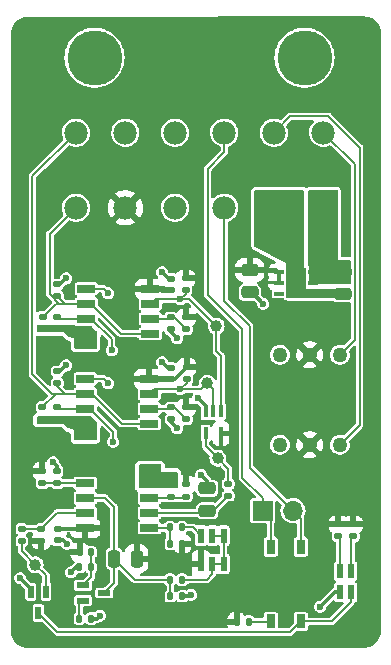
<source format=gbr>
%TF.GenerationSoftware,KiCad,Pcbnew,(6.0.8)*%
%TF.CreationDate,2023-03-20T22:14:44+01:00*%
%TF.ProjectId,BSPD-07,42535044-2d30-4372-9e6b-696361645f70,rev?*%
%TF.SameCoordinates,Original*%
%TF.FileFunction,Copper,L1,Top*%
%TF.FilePolarity,Positive*%
%FSLAX46Y46*%
G04 Gerber Fmt 4.6, Leading zero omitted, Abs format (unit mm)*
G04 Created by KiCad (PCBNEW (6.0.8)) date 2023-03-20 22:14:44*
%MOMM*%
%LPD*%
G01*
G04 APERTURE LIST*
G04 Aperture macros list*
%AMRoundRect*
0 Rectangle with rounded corners*
0 $1 Rounding radius*
0 $2 $3 $4 $5 $6 $7 $8 $9 X,Y pos of 4 corners*
0 Add a 4 corners polygon primitive as box body*
4,1,4,$2,$3,$4,$5,$6,$7,$8,$9,$2,$3,0*
0 Add four circle primitives for the rounded corners*
1,1,$1+$1,$2,$3*
1,1,$1+$1,$4,$5*
1,1,$1+$1,$6,$7*
1,1,$1+$1,$8,$9*
0 Add four rect primitives between the rounded corners*
20,1,$1+$1,$2,$3,$4,$5,0*
20,1,$1+$1,$4,$5,$6,$7,0*
20,1,$1+$1,$6,$7,$8,$9,0*
20,1,$1+$1,$8,$9,$2,$3,0*%
G04 Aperture macros list end*
%TA.AperFunction,SMDPad,CuDef*%
%ADD10C,1.000000*%
%TD*%
%TA.AperFunction,SMDPad,CuDef*%
%ADD11RoundRect,0.135000X-0.185000X0.135000X-0.185000X-0.135000X0.185000X-0.135000X0.185000X0.135000X0*%
%TD*%
%TA.AperFunction,SMDPad,CuDef*%
%ADD12RoundRect,0.135000X0.185000X-0.135000X0.185000X0.135000X-0.185000X0.135000X-0.185000X-0.135000X0*%
%TD*%
%TA.AperFunction,SMDPad,CuDef*%
%ADD13RoundRect,0.135000X-0.135000X-0.185000X0.135000X-0.185000X0.135000X0.185000X-0.135000X0.185000X0*%
%TD*%
%TA.AperFunction,SMDPad,CuDef*%
%ADD14RoundRect,0.250000X0.250000X0.475000X-0.250000X0.475000X-0.250000X-0.475000X0.250000X-0.475000X0*%
%TD*%
%TA.AperFunction,SMDPad,CuDef*%
%ADD15RoundRect,0.147500X-0.172500X0.147500X-0.172500X-0.147500X0.172500X-0.147500X0.172500X0.147500X0*%
%TD*%
%TA.AperFunction,ComponentPad*%
%ADD16C,1.269000*%
%TD*%
%TA.AperFunction,SMDPad,CuDef*%
%ADD17R,1.528000X0.650000*%
%TD*%
%TA.AperFunction,SMDPad,CuDef*%
%ADD18RoundRect,0.140000X0.170000X-0.140000X0.170000X0.140000X-0.170000X0.140000X-0.170000X-0.140000X0*%
%TD*%
%TA.AperFunction,SMDPad,CuDef*%
%ADD19RoundRect,0.250000X0.475000X-0.250000X0.475000X0.250000X-0.475000X0.250000X-0.475000X-0.250000X0*%
%TD*%
%TA.AperFunction,SMDPad,CuDef*%
%ADD20RoundRect,0.135000X0.135000X0.185000X-0.135000X0.185000X-0.135000X-0.185000X0.135000X-0.185000X0*%
%TD*%
%TA.AperFunction,SMDPad,CuDef*%
%ADD21R,0.850000X0.300000*%
%TD*%
%TA.AperFunction,SMDPad,CuDef*%
%ADD22R,1.700000X2.500000*%
%TD*%
%TA.AperFunction,SMDPad,CuDef*%
%ADD23RoundRect,0.140000X-0.170000X0.140000X-0.170000X-0.140000X0.170000X-0.140000X0.170000X0.140000X0*%
%TD*%
%TA.AperFunction,SMDPad,CuDef*%
%ADD24RoundRect,0.250000X-0.475000X0.250000X-0.475000X-0.250000X0.475000X-0.250000X0.475000X0.250000X0*%
%TD*%
%TA.AperFunction,SMDPad,CuDef*%
%ADD25R,0.600000X1.200000*%
%TD*%
%TA.AperFunction,SMDPad,CuDef*%
%ADD26R,0.400000X1.050000*%
%TD*%
%TA.AperFunction,SMDPad,CuDef*%
%ADD27R,0.800000X1.200000*%
%TD*%
%TA.AperFunction,ComponentPad*%
%ADD28R,1.700000X1.700000*%
%TD*%
%TA.AperFunction,ComponentPad*%
%ADD29O,1.700000X1.700000*%
%TD*%
%TA.AperFunction,SMDPad,CuDef*%
%ADD30R,0.600000X1.300000*%
%TD*%
%TA.AperFunction,SMDPad,CuDef*%
%ADD31R,0.500000X1.100000*%
%TD*%
%TA.AperFunction,SMDPad,CuDef*%
%ADD32RoundRect,0.140000X-0.140000X-0.170000X0.140000X-0.170000X0.140000X0.170000X-0.140000X0.170000X0*%
%TD*%
%TA.AperFunction,SMDPad,CuDef*%
%ADD33R,1.100000X0.500000*%
%TD*%
%TA.AperFunction,ComponentPad*%
%ADD34C,1.965000*%
%TD*%
%TA.AperFunction,ComponentPad*%
%ADD35C,4.665000*%
%TD*%
%TA.AperFunction,ViaPad*%
%ADD36C,0.600000*%
%TD*%
%TA.AperFunction,Conductor*%
%ADD37C,0.200000*%
%TD*%
%TA.AperFunction,Conductor*%
%ADD38C,0.300000*%
%TD*%
G04 APERTURE END LIST*
D10*
%TO.P,TP2,1,1*%
%TO.N,BRAKE_COMP_OUT*%
X164646800Y-113690400D03*
%TD*%
D11*
%TO.P,R18,1*%
%TO.N,Net-(IC3-Pad7)*%
X148942800Y-126007400D03*
%TO.P,R18,2*%
%TO.N,ERR_FINAL*%
X148942800Y-127027400D03*
%TD*%
D12*
%TO.P,R23,1*%
%TO.N,Net-(LED1-Pad1)*%
X175739800Y-126646400D03*
%TO.P,R23,2*%
%TO.N,+5V*%
X175739800Y-125626400D03*
%TD*%
D13*
%TO.P,R15,1*%
%TO.N,/10ms VAL*%
X161511800Y-131724400D03*
%TO.P,R15,2*%
%TO.N,GND*%
X162531800Y-131724400D03*
%TD*%
D14*
%TO.P,C5,1*%
%TO.N,+5V*%
X158655800Y-128549400D03*
%TO.P,C5,2*%
%TO.N,/10ms VAL*%
X156755800Y-128549400D03*
%TD*%
D15*
%TO.P,D2,1,A1*%
%TO.N,BRAKE_IN*%
X150676800Y-115722400D03*
%TO.P,D2,2,A2*%
%TO.N,GND*%
X150676800Y-116692400D03*
%TD*%
D12*
%TO.P,R4,1*%
%TO.N,GND*%
X161550800Y-109120400D03*
%TO.P,R4,2*%
%TO.N,Net-(IC1-Pad6)*%
X161550800Y-108100400D03*
%TD*%
D16*
%TO.P,RV1,1,1*%
%TO.N,unconnected-(RV1-Pad1)*%
X170786800Y-111277400D03*
%TO.P,RV1,2,2*%
%TO.N,+5V*%
X173326800Y-111277400D03*
%TO.P,RV1,3,3*%
%TO.N,TPS_TRIG*%
X175866800Y-111277400D03*
%TD*%
D17*
%TO.P,IC1,1,OUT1*%
%TO.N,TPS_COMP_OUT*%
X154394800Y-105689400D03*
%TO.P,IC1,2,IN1-*%
%TO.N,TPS_IN*%
X154394800Y-106959400D03*
%TO.P,IC1,3,IN1+*%
%TO.N,TPS_TRIG*%
X154394800Y-108229400D03*
%TO.P,IC1,4,GND*%
%TO.N,GND*%
X154394800Y-109499400D03*
%TO.P,IC1,5,IN2+*%
%TO.N,TPS_IN*%
X159816800Y-109499400D03*
%TO.P,IC1,6,IN2-*%
%TO.N,Net-(IC1-Pad6)*%
X159816800Y-108229400D03*
%TO.P,IC1,7,OUT2*%
%TO.N,TPS_COMP_OUT*%
X159816800Y-106959400D03*
%TO.P,IC1,8,V+*%
%TO.N,+5V*%
X159816800Y-105689400D03*
%TD*%
D18*
%TO.P,C4,1*%
%TO.N,GND*%
X151990800Y-126997400D03*
%TO.P,C4,2*%
%TO.N,+5V*%
X151990800Y-126037400D03*
%TD*%
D19*
%TO.P,C3,1*%
%TO.N,Net-(C3-Pad1)*%
X164646800Y-124485400D03*
%TO.P,C3,2*%
%TO.N,GND*%
X164646800Y-122585400D03*
%TD*%
D12*
%TO.P,R5,1*%
%TO.N,GND*%
X151946800Y-116740400D03*
%TO.P,R5,2*%
%TO.N,BRAKE_TRIG*%
X151946800Y-115720400D03*
%TD*%
%TO.P,R12,1*%
%TO.N,Net-(C3-Pad1)*%
X166424800Y-123219400D03*
%TO.P,R12,2*%
%TO.N,ERR_CURRENT*%
X166424800Y-122199400D03*
%TD*%
%TO.P,R7,1*%
%TO.N,Net-(IC1-Pad6)*%
X162868800Y-109120400D03*
%TO.P,R7,2*%
%TO.N,+5V*%
X162868800Y-108100400D03*
%TD*%
D20*
%TO.P,R20,1*%
%TO.N,Net-(C8-Pad2)*%
X154837600Y-129260600D03*
%TO.P,R20,2*%
%TO.N,GND*%
X153817600Y-129260600D03*
%TD*%
D12*
%TO.P,R11,1*%
%TO.N,/500MS_REF*%
X161598800Y-123283400D03*
%TO.P,R11,2*%
%TO.N,GND*%
X161598800Y-122263400D03*
%TD*%
D20*
%TO.P,R21,1*%
%TO.N,GND*%
X154837600Y-133629400D03*
%TO.P,R21,2*%
%TO.N,Net-(Q2-Pad2)*%
X153817600Y-133629400D03*
%TD*%
D17*
%TO.P,IC2,1,OUT1*%
%TO.N,BRAKE_COMP_OUT*%
X154315800Y-113309400D03*
%TO.P,IC2,2,IN1-*%
%TO.N,BRAKE_IN*%
X154315800Y-114579400D03*
%TO.P,IC2,3,IN1+*%
%TO.N,BRAKE_TRIG*%
X154315800Y-115849400D03*
%TO.P,IC2,4,GND*%
%TO.N,GND*%
X154315800Y-117119400D03*
%TO.P,IC2,5,IN2+*%
%TO.N,BRAKE_IN*%
X159737800Y-117119400D03*
%TO.P,IC2,6,IN2-*%
%TO.N,Net-(IC2-Pad6)*%
X159737800Y-115849400D03*
%TO.P,IC2,7,OUT2*%
%TO.N,BRAKE_COMP_OUT*%
X159737800Y-114579400D03*
%TO.P,IC2,8,V+*%
%TO.N,+5V*%
X159737800Y-113309400D03*
%TD*%
D21*
%TO.P,IC4,1,GND_1*%
%TO.N,GND*%
X173633800Y-106131400D03*
%TO.P,IC4,2,EN*%
%TO.N,+12V*%
X173633800Y-105181400D03*
%TO.P,IC4,3,VIN*%
X173633800Y-104231400D03*
%TO.P,IC4,4,VOUT*%
%TO.N,+5V*%
X170733800Y-104231400D03*
%TO.P,IC4,5,VSENSE*%
X170733800Y-105181400D03*
%TO.P,IC4,6,ADJ*%
%TO.N,unconnected-(IC4-Pad6)*%
X170733800Y-106131400D03*
D22*
%TO.P,IC4,7,GND_2*%
%TO.N,GND*%
X172183800Y-105181400D03*
%TD*%
D23*
%TO.P,C2,1*%
%TO.N,GND*%
X161548000Y-112372200D03*
%TO.P,C2,2*%
%TO.N,+5V*%
X161548000Y-113332200D03*
%TD*%
D15*
%TO.P,D1,1,A1*%
%TO.N,TPS_IN*%
X150727600Y-108098000D03*
%TO.P,D1,2,A2*%
%TO.N,GND*%
X150727600Y-109068000D03*
%TD*%
D24*
%TO.P,C6,1*%
%TO.N,+12V*%
X176120800Y-104231400D03*
%TO.P,C6,2*%
%TO.N,GND*%
X176120800Y-106131400D03*
%TD*%
D12*
%TO.P,R9,1*%
%TO.N,TPS_COMP_OUT*%
X162820800Y-105818400D03*
%TO.P,R9,2*%
%TO.N,+5V*%
X162820800Y-104798400D03*
%TD*%
D25*
%TO.P,LED1,1,A_1*%
%TO.N,Net-(LED1-Pad1)*%
X175882000Y-129594200D03*
%TO.P,LED1,2,K_1*%
%TO.N,GND*%
X175882000Y-131394200D03*
%TO.P,LED1,3,K_2*%
%TO.N,INFO_LED*%
X176832000Y-131394200D03*
%TO.P,LED1,4,A_2*%
%TO.N,Net-(LED1-Pad4)*%
X176832000Y-129594200D03*
%TD*%
D26*
%TO.P,IC5,1,B*%
%TO.N,TPS_COMP_OUT*%
X165804800Y-116042400D03*
%TO.P,IC5,2,A*%
%TO.N,BRAKE_COMP_OUT*%
X165154800Y-116042400D03*
%TO.P,IC5,3,GND*%
%TO.N,GND*%
X164504800Y-116042400D03*
%TO.P,IC5,4,Y*%
%TO.N,ERR_CURRENT*%
X164504800Y-117942400D03*
%TO.P,IC5,5,VCC*%
%TO.N,+5V*%
X165804800Y-117942400D03*
%TD*%
D17*
%TO.P,IC3,1,OUT1*%
%TO.N,Net-(IC3-Pad1)*%
X159737800Y-125948400D03*
%TO.P,IC3,2,IN1-*%
%TO.N,Net-(C3-Pad1)*%
X159737800Y-124678400D03*
%TO.P,IC3,3,IN1+*%
%TO.N,/500MS_REF*%
X159737800Y-123408400D03*
%TO.P,IC3,4,GND*%
%TO.N,GND*%
X159737800Y-122138400D03*
%TO.P,IC3,5,IN2+*%
%TO.N,/10s REF*%
X154315800Y-122138400D03*
%TO.P,IC3,6,IN2-*%
%TO.N,/10ms VAL*%
X154315800Y-123408400D03*
%TO.P,IC3,7,OUT2*%
%TO.N,Net-(IC3-Pad7)*%
X154315800Y-124678400D03*
%TO.P,IC3,8,V+*%
%TO.N,+5V*%
X154315800Y-125948400D03*
%TD*%
D10*
%TO.P,TP1,1,1*%
%TO.N,TPS_COMP_OUT*%
X165402000Y-108839000D03*
%TD*%
D27*
%TO.P,U2,1*%
%TO.N,Net-(R22-Pad1)*%
X170024800Y-133858400D03*
%TO.P,U2,3*%
%TO.N,INFO_LED*%
X172564800Y-133858400D03*
%TO.P,U2,4*%
%TO.N,SAFETY_OUT*%
X172564800Y-127558400D03*
%TO.P,U2,6*%
%TO.N,SAFETY_IN*%
X170024800Y-127558400D03*
%TD*%
D12*
%TO.P,R26,1*%
%TO.N,/10s REF*%
X151940000Y-122150600D03*
%TO.P,R26,2*%
%TO.N,GND*%
X151940000Y-121130600D03*
%TD*%
%TO.P,R10,1*%
%TO.N,BRAKE_COMP_OUT*%
X162894200Y-113336800D03*
%TO.P,R10,2*%
%TO.N,+5V*%
X162894200Y-112316800D03*
%TD*%
D16*
%TO.P,RV2,1,1*%
%TO.N,unconnected-(RV2-Pad1)*%
X170786800Y-118897400D03*
%TO.P,RV2,2,2*%
%TO.N,+5V*%
X173326800Y-118897400D03*
%TO.P,RV2,3,3*%
%TO.N,BRAKE_TRIG*%
X175866800Y-118897400D03*
%TD*%
D13*
%TO.P,R16,1*%
%TO.N,Net-(IC3-Pad1)*%
X161469800Y-125882400D03*
%TO.P,R16,2*%
%TO.N,Net-(Q1-Pad3)*%
X162489800Y-125882400D03*
%TD*%
D10*
%TO.P,TP3,1,1*%
%TO.N,ERR_FINAL*%
X150085800Y-129057400D03*
%TD*%
D20*
%TO.P,R14,1*%
%TO.N,Net-(Q1-Pad1)*%
X162531800Y-130327400D03*
%TO.P,R14,2*%
%TO.N,/10ms VAL*%
X161511800Y-130327400D03*
%TD*%
D12*
%TO.P,R8,1*%
%TO.N,Net-(IC2-Pad6)*%
X162868800Y-116740400D03*
%TO.P,R8,2*%
%TO.N,+5V*%
X162868800Y-115720400D03*
%TD*%
D24*
%TO.P,C7,1*%
%TO.N,+5V*%
X168246800Y-104104400D03*
%TO.P,C7,2*%
%TO.N,GND*%
X168246800Y-106004400D03*
%TD*%
D11*
%TO.P,R2,1*%
%TO.N,GND*%
X151946800Y-112672400D03*
%TO.P,R2,2*%
%TO.N,BRAKE_IN*%
X151946800Y-113692400D03*
%TD*%
%TO.P,R19,1*%
%TO.N,Net-(IC3-Pad7)*%
X150593800Y-126007400D03*
%TO.P,R19,2*%
%TO.N,+5V*%
X150593800Y-127027400D03*
%TD*%
D12*
%TO.P,R3,1*%
%TO.N,GND*%
X151946800Y-109118400D03*
%TO.P,R3,2*%
%TO.N,TPS_TRIG*%
X151946800Y-108098400D03*
%TD*%
D20*
%TO.P,R22,1*%
%TO.N,Net-(R22-Pad1)*%
X168147200Y-133883400D03*
%TO.P,R22,2*%
%TO.N,+5V*%
X167127200Y-133883400D03*
%TD*%
D28*
%TO.P,JP1,1,A*%
%TO.N,SAFETY_IN*%
X169364400Y-124485400D03*
D29*
%TO.P,JP1,2,B*%
%TO.N,SAFETY_OUT*%
X171904400Y-124485400D03*
%TD*%
D11*
%TO.P,R25,1*%
%TO.N,+5V*%
X150670000Y-121130600D03*
%TO.P,R25,2*%
%TO.N,/10s REF*%
X150670000Y-122150600D03*
%TD*%
%TO.P,R1,1*%
%TO.N,GND*%
X151946800Y-105308400D03*
%TO.P,R1,2*%
%TO.N,TPS_IN*%
X151946800Y-106328400D03*
%TD*%
D10*
%TO.P,TP4,1,1*%
%TO.N,ERR_CURRENT*%
X165535800Y-120040400D03*
%TD*%
D12*
%TO.P,R24,1*%
%TO.N,Net-(LED1-Pad4)*%
X177009800Y-126646400D03*
%TO.P,R24,2*%
%TO.N,+5V*%
X177009800Y-125626400D03*
%TD*%
%TO.P,R6,1*%
%TO.N,GND*%
X161598800Y-116740400D03*
%TO.P,R6,2*%
%TO.N,Net-(IC2-Pad6)*%
X161598800Y-115720400D03*
%TD*%
D23*
%TO.P,C1,1*%
%TO.N,GND*%
X161550800Y-104828400D03*
%TO.P,C1,2*%
%TO.N,+5V*%
X161550800Y-105788400D03*
%TD*%
D30*
%TO.P,Q1,1,DRAIN_1*%
%TO.N,Net-(Q1-Pad1)*%
X166021800Y-126587400D03*
%TO.P,Q1,2,DRAIN_2*%
X165071800Y-126587400D03*
%TO.P,Q1,3,GATE*%
%TO.N,Net-(Q1-Pad3)*%
X164121800Y-126587400D03*
%TO.P,Q1,4,SOURCE*%
%TO.N,+5V*%
X164121800Y-128987400D03*
%TO.P,Q1,5,DRAIN_3*%
%TO.N,Net-(Q1-Pad1)*%
X165071800Y-128987400D03*
%TO.P,Q1,6,DRAIN_4*%
X166021800Y-128987400D03*
%TD*%
D31*
%TO.P,Q3,1*%
%TO.N,ERR_FINAL*%
X150989800Y-131332400D03*
%TO.P,Q3,2*%
%TO.N,GND*%
X149689800Y-131332400D03*
%TO.P,Q3,3*%
%TO.N,INFO_LED*%
X150339800Y-133132400D03*
%TD*%
D12*
%TO.P,R13,1*%
%TO.N,/500MS_REF*%
X162868800Y-123283400D03*
%TO.P,R13,2*%
%TO.N,+5V*%
X162868800Y-122263400D03*
%TD*%
D32*
%TO.P,C8,1*%
%TO.N,+5V*%
X153847600Y-127990600D03*
%TO.P,C8,2*%
%TO.N,Net-(C8-Pad2)*%
X154807600Y-127990600D03*
%TD*%
D13*
%TO.P,R17,1*%
%TO.N,Net-(IC3-Pad1)*%
X161511800Y-127279400D03*
%TO.P,R17,2*%
%TO.N,+5V*%
X162531800Y-127279400D03*
%TD*%
D33*
%TO.P,Q2,1*%
%TO.N,Net-(C8-Pad2)*%
X154138800Y-130795000D03*
%TO.P,Q2,2*%
%TO.N,Net-(Q2-Pad2)*%
X154138800Y-132095000D03*
%TO.P,Q2,3*%
%TO.N,/10ms VAL*%
X155938800Y-131445000D03*
%TD*%
D34*
%TO.P,J1,1,1*%
%TO.N,+12V*%
X174469800Y-98831400D03*
%TO.P,J1,2,2*%
%TO.N,GND*%
X170279800Y-98831400D03*
%TO.P,J1,3,3*%
%TO.N,SAFETY_OUT*%
X166089800Y-98831400D03*
%TO.P,J1,4,4*%
%TO.N,unconnected-(J1-Pad4)*%
X161899800Y-98831400D03*
%TO.P,J1,5,5*%
%TO.N,+5V*%
X157709800Y-98831400D03*
%TO.P,J1,6,6*%
%TO.N,TPS_IN*%
X153519800Y-98831400D03*
%TO.P,J1,7,7*%
%TO.N,BRAKE_IN*%
X153519800Y-92481400D03*
%TO.P,J1,8,8*%
%TO.N,unconnected-(J1-Pad8)*%
X157709800Y-92481400D03*
%TO.P,J1,9,9*%
%TO.N,unconnected-(J1-Pad9)*%
X161899800Y-92481400D03*
%TO.P,J1,10,10*%
%TO.N,SAFETY_IN*%
X166089800Y-92481400D03*
%TO.P,J1,11,11*%
%TO.N,BRAKE_TRIG*%
X170279800Y-92481400D03*
%TO.P,J1,12,12*%
%TO.N,TPS_TRIG*%
X174469800Y-92481400D03*
D35*
%TO.P,J1,MH1,MH1*%
%TO.N,unconnected-(J1-PadMH1)*%
X172879800Y-86131400D03*
%TO.P,J1,MH2,MH2*%
%TO.N,unconnected-(J1-PadMH2)*%
X155099800Y-86131400D03*
%TD*%
D36*
%TO.N,TPS_COMP_OUT*%
X162360800Y-106578400D03*
X156264800Y-106070400D03*
%TO.N,GND*%
X161344800Y-121503400D03*
X154022800Y-110388400D03*
X160499800Y-120929400D03*
X152708800Y-104800400D03*
X171802800Y-101625400D03*
X151584400Y-120370600D03*
X162106800Y-117500400D03*
X159229800Y-120929400D03*
X155546800Y-133375400D03*
X159864800Y-120929400D03*
X148815800Y-130200400D03*
X152752800Y-127279400D03*
X169389800Y-106959400D03*
X174215800Y-132613400D03*
X169770800Y-101625400D03*
X152962800Y-109372400D03*
X154784800Y-110388400D03*
X153133800Y-129692400D03*
X152708800Y-112166400D03*
X163884800Y-114960400D03*
X154784800Y-118135400D03*
X154022800Y-118135400D03*
X162106800Y-109880400D03*
X160836800Y-104292400D03*
X170786800Y-102514400D03*
X152962800Y-116992400D03*
X160836800Y-111912400D03*
X164138800Y-121437400D03*
X163293800Y-131597400D03*
X171802800Y-102514400D03*
X170786800Y-101625400D03*
%TO.N,+5V*%
X150847800Y-111912400D03*
X149450800Y-113944400D03*
%TO.N,BRAKE_COMP_OUT*%
X162360800Y-114198400D03*
X156264800Y-113690400D03*
%TO.N,TPS_TRIG*%
X156562800Y-110896400D03*
%TO.N,BRAKE_TRIG*%
X156689800Y-118643400D03*
%TD*%
D37*
%TO.N,TPS_COMP_OUT*%
X155883800Y-105689400D02*
X156264800Y-106070400D01*
X163141400Y-106578400D02*
X165402000Y-108839000D01*
X160328800Y-106578400D02*
X162360800Y-106578400D01*
X162820800Y-105818400D02*
X162820800Y-106118400D01*
X165804800Y-111375400D02*
X165804800Y-116042400D01*
X159947800Y-106959400D02*
X160328800Y-106578400D01*
X154394800Y-105689400D02*
X155883800Y-105689400D01*
X165402000Y-108839000D02*
X165402000Y-110972600D01*
X162360800Y-106578400D02*
X163141400Y-106578400D01*
X165402000Y-110972600D02*
X165804800Y-111375400D01*
X162820800Y-106118400D02*
X162360800Y-106578400D01*
X159816800Y-106959400D02*
X159947800Y-106959400D01*
%TO.N,TPS_IN*%
X152577800Y-106959400D02*
X151946800Y-106328400D01*
X150727600Y-108098000D02*
X151866200Y-106959400D01*
X152117800Y-106959400D02*
X152577800Y-106959400D01*
X151866200Y-106959400D02*
X152117800Y-106959400D01*
X151326800Y-101024400D02*
X153519800Y-98831400D01*
X151326800Y-106168400D02*
X151326800Y-101024400D01*
X157373800Y-109499400D02*
X159816800Y-109499400D01*
X154394800Y-106959400D02*
X152577800Y-106959400D01*
X154394800Y-106959400D02*
X154833800Y-106959400D01*
X154833800Y-106959400D02*
X157373800Y-109499400D01*
X152117800Y-106959400D02*
X151326800Y-106168400D01*
D38*
%TO.N,GND*%
X152962800Y-109372400D02*
X152708800Y-109118400D01*
X175882000Y-131394200D02*
X175435000Y-131394200D01*
X153565600Y-129260600D02*
X153133800Y-129692400D01*
X150727600Y-109068000D02*
X151896400Y-109068000D01*
X154394800Y-109499400D02*
X153089800Y-109499400D01*
X151946800Y-112672400D02*
X152202800Y-112672400D01*
X161550800Y-109120400D02*
X161550800Y-109324400D01*
X162531800Y-131724400D02*
X163166800Y-131724400D01*
X151940000Y-121130600D02*
X151940000Y-120726200D01*
X151940000Y-120726200D02*
X151584400Y-120370600D01*
X154837600Y-133629400D02*
X155292800Y-133629400D01*
X175435000Y-131394200D02*
X174342800Y-132486400D01*
X161550800Y-104828400D02*
X161372800Y-104828400D01*
X154315800Y-117119400D02*
X153089800Y-117119400D01*
X153817600Y-129260600D02*
X153565600Y-129260600D01*
X161344800Y-121503400D02*
X161344800Y-122009400D01*
X161344800Y-122009400D02*
X161598800Y-122263400D01*
X151946800Y-105308400D02*
X152200800Y-105308400D01*
X152202800Y-112672400D02*
X152708800Y-112166400D01*
X161296600Y-112372200D02*
X160836800Y-111912400D01*
X161598800Y-116740400D02*
X161598800Y-116992400D01*
X150676800Y-116692400D02*
X151898800Y-116692400D01*
X152200800Y-105308400D02*
X152708800Y-104800400D01*
X153089800Y-109499400D02*
X152962800Y-109372400D01*
X152708800Y-109118400D02*
X151946800Y-109118400D01*
X153089800Y-117119400D02*
X152962800Y-116992400D01*
X151990800Y-126997400D02*
X152470800Y-126997400D01*
X150676800Y-116692400D02*
X150676800Y-116738400D01*
X151896400Y-109068000D02*
X151946800Y-109118400D01*
X168246800Y-106004400D02*
X168434800Y-106004400D01*
X164504800Y-115580400D02*
X163884800Y-114960400D01*
X163166800Y-131724400D02*
X163293800Y-131597400D01*
X151946800Y-116740400D02*
X152710800Y-116740400D01*
X152470800Y-126997400D02*
X152752800Y-127279400D01*
X155292800Y-133629400D02*
X155546800Y-133375400D01*
X161598800Y-116992400D02*
X162106800Y-117500400D01*
X149689800Y-131332400D02*
X149689800Y-131074400D01*
X164646800Y-121945400D02*
X164138800Y-121437400D01*
X152710800Y-116740400D02*
X152962800Y-116992400D01*
X161372800Y-104828400D02*
X160836800Y-104292400D01*
X164504800Y-116042400D02*
X164504800Y-115580400D01*
X149689800Y-131074400D02*
X148815800Y-130200400D01*
X161550800Y-109324400D02*
X162106800Y-109880400D01*
X161548000Y-112372200D02*
X161296600Y-112372200D01*
X168434800Y-106004400D02*
X169389800Y-106959400D01*
X164646800Y-122585400D02*
X164646800Y-121945400D01*
X151898800Y-116692400D02*
X151946800Y-116740400D01*
X174342800Y-132486400D02*
X174215800Y-132613400D01*
D37*
%TO.N,Net-(IC1-Pad6)*%
X161550800Y-108100400D02*
X161848800Y-108100400D01*
X159816800Y-108229400D02*
X161421800Y-108229400D01*
X161848800Y-108100400D02*
X162868800Y-109120400D01*
X161421800Y-108229400D02*
X161550800Y-108100400D01*
D38*
%TO.N,+5V*%
X151990800Y-126037400D02*
X154226800Y-126037400D01*
X161548000Y-113332200D02*
X161878800Y-113332200D01*
X161878800Y-113332200D02*
X162894200Y-112316800D01*
X159737800Y-113309400D02*
X161525200Y-113309400D01*
X154226800Y-126037400D02*
X154315800Y-125948400D01*
X170733800Y-104366400D02*
X170733800Y-105181400D01*
X161525200Y-113309400D02*
X161548000Y-113332200D01*
X170471800Y-104104400D02*
X170733800Y-104366400D01*
X168246800Y-104104400D02*
X170471800Y-104104400D01*
D37*
%TO.N,BRAKE_COMP_OUT*%
X154315800Y-113309400D02*
X155883800Y-113309400D01*
X165154800Y-114198400D02*
X164646800Y-113690400D01*
X162894200Y-113336800D02*
X162894200Y-113665000D01*
X162360800Y-114198400D02*
X164138800Y-114198400D01*
X159737800Y-114579400D02*
X160118800Y-114198400D01*
X165154800Y-116042400D02*
X165154800Y-114198400D01*
X162894200Y-113665000D02*
X162360800Y-114198400D01*
X160118800Y-114198400D02*
X162360800Y-114198400D01*
X155883800Y-113309400D02*
X156264800Y-113690400D01*
X164138800Y-114198400D02*
X164646800Y-113690400D01*
%TO.N,BRAKE_IN*%
X151819800Y-114579400D02*
X152073800Y-114579400D01*
X149831800Y-112928400D02*
X149831800Y-96169400D01*
X154867800Y-114579400D02*
X157407800Y-117119400D01*
X150676800Y-115722400D02*
X151819800Y-114579400D01*
X152581800Y-114579400D02*
X154315800Y-114579400D01*
X151482800Y-114579400D02*
X149831800Y-112928400D01*
X151946800Y-113944400D02*
X152581800Y-114579400D01*
X152073800Y-114579400D02*
X152581800Y-114579400D01*
X154315800Y-114579400D02*
X154867800Y-114579400D01*
X151819800Y-114579400D02*
X151482800Y-114579400D01*
X149831800Y-96169400D02*
X153519800Y-92481400D01*
X157407800Y-117119400D02*
X159737800Y-117119400D01*
X151946800Y-113692400D02*
X151946800Y-113944400D01*
%TO.N,SAFETY_IN*%
X164690800Y-106197400D02*
X164690800Y-95529400D01*
X169364400Y-124485400D02*
X169364400Y-123435400D01*
X166089800Y-94130400D02*
X166089800Y-92481400D01*
X167611800Y-109118400D02*
X164690800Y-106197400D01*
X169364400Y-123435400D02*
X167611800Y-121682800D01*
X170024800Y-127558400D02*
X170024800Y-125145800D01*
X170024800Y-125145800D02*
X169364400Y-124485400D01*
X167611800Y-121682800D02*
X167611800Y-109118400D01*
X164690800Y-95529400D02*
X166089800Y-94130400D01*
%TO.N,SAFETY_OUT*%
X172564800Y-127558400D02*
X172564800Y-125145800D01*
X172564800Y-125145800D02*
X171904400Y-124485400D01*
X168246800Y-108864400D02*
X168246800Y-120827800D01*
X168246800Y-120827800D02*
X171904400Y-124485400D01*
X166089800Y-98831400D02*
X166089800Y-106707400D01*
X166089800Y-106707400D02*
X168246800Y-108864400D01*
%TO.N,Net-(C3-Pad1)*%
X165158800Y-124485400D02*
X166424800Y-123219400D01*
X159737800Y-124678400D02*
X164453800Y-124678400D01*
X165222800Y-124485400D02*
X164646800Y-124485400D01*
X164453800Y-124678400D02*
X164646800Y-124485400D01*
X164646800Y-124485400D02*
X165158800Y-124485400D01*
%TO.N,Net-(C8-Pad2)*%
X154807600Y-129230600D02*
X154837600Y-129260600D01*
X154837600Y-130096200D02*
X154138800Y-130795000D01*
X154807600Y-127990600D02*
X154807600Y-129230600D01*
X154837600Y-129260600D02*
X154837600Y-130096200D01*
%TO.N,ERR_CURRENT*%
X165535800Y-120040400D02*
X166424800Y-120929400D01*
X164504800Y-119009400D02*
X165535800Y-120040400D01*
X166424800Y-120929400D02*
X166424800Y-122199400D01*
X164504800Y-117942400D02*
X164504800Y-119009400D01*
%TO.N,TPS_TRIG*%
X177145800Y-109998400D02*
X177145800Y-95157400D01*
X156562800Y-109958400D02*
X156562800Y-110896400D01*
X154394800Y-108229400D02*
X154833800Y-108229400D01*
X177145800Y-95157400D02*
X174469800Y-92481400D01*
X152077800Y-108229400D02*
X154394800Y-108229400D01*
X175866800Y-111277400D02*
X177145800Y-109998400D01*
X154833800Y-108229400D02*
X156562800Y-109958400D01*
X151946800Y-108098400D02*
X152077800Y-108229400D01*
%TO.N,BRAKE_TRIG*%
X152075800Y-115849400D02*
X154315800Y-115849400D01*
X175866800Y-118897400D02*
X177545800Y-117218400D01*
X177545800Y-93743671D02*
X174886529Y-91084400D01*
X154754800Y-115849400D02*
X156689800Y-117784400D01*
X177545800Y-117218400D02*
X177545800Y-93743671D01*
X154315800Y-115849400D02*
X154754800Y-115849400D01*
X171676800Y-91084400D02*
X170279800Y-92481400D01*
X174886529Y-91084400D02*
X171676800Y-91084400D01*
X156689800Y-117784400D02*
X156689800Y-118643400D01*
X151946800Y-115720400D02*
X152075800Y-115849400D01*
%TO.N,Net-(IC3-Pad1)*%
X159737800Y-125948400D02*
X161403800Y-125948400D01*
X161469800Y-125882400D02*
X161469800Y-127237400D01*
X161469800Y-127237400D02*
X161511800Y-127279400D01*
%TO.N,Net-(Q1-Pad3)*%
X163416800Y-125882400D02*
X164121800Y-126587400D01*
X162489800Y-125882400D02*
X163416800Y-125882400D01*
%TO.N,Net-(Q1-Pad1)*%
X162531800Y-130327400D02*
X164581800Y-130327400D01*
X164581800Y-130327400D02*
X165071800Y-129837400D01*
X166021800Y-126587400D02*
X166021800Y-128987400D01*
X165071800Y-129837400D02*
X165071800Y-128987400D01*
X165071800Y-128987400D02*
X166021800Y-128987400D01*
X165071800Y-126587400D02*
X166021800Y-126587400D01*
%TO.N,Net-(IC3-Pad7)*%
X151922800Y-124678400D02*
X154315800Y-124678400D01*
X150593800Y-126007400D02*
X151922800Y-124678400D01*
X148942800Y-126007400D02*
X150593800Y-126007400D01*
%TO.N,Net-(Q2-Pad2)*%
X154138800Y-132095000D02*
X153817600Y-132416200D01*
X153817600Y-132416200D02*
X153817600Y-133629400D01*
%TO.N,ERR_FINAL*%
X150989800Y-129961400D02*
X150989800Y-131332400D01*
X150085800Y-129057400D02*
X150989800Y-129961400D01*
X150085800Y-129057400D02*
X148942800Y-127914400D01*
X148942800Y-127914400D02*
X148942800Y-127027400D01*
%TO.N,Net-(LED1-Pad1)*%
X175882000Y-126788600D02*
X175739800Y-126646400D01*
X175882000Y-129594200D02*
X175882000Y-126788600D01*
%TO.N,Net-(R22-Pad1)*%
X169999800Y-133883400D02*
X170024800Y-133858400D01*
X168147200Y-133883400D02*
X169999800Y-133883400D01*
%TO.N,INFO_LED*%
X150339800Y-133132400D02*
X151965800Y-134758400D01*
X172564800Y-133858400D02*
X175167800Y-133858400D01*
X175167800Y-133858400D02*
X176832000Y-132194200D01*
X151965800Y-134758400D02*
X171664800Y-134758400D01*
X176832000Y-132194200D02*
X176832000Y-131394200D01*
X171664800Y-134758400D02*
X172564800Y-133858400D01*
%TO.N,Net-(LED1-Pad4)*%
X176832000Y-126824200D02*
X177009800Y-126646400D01*
X176832000Y-129594200D02*
X176832000Y-126824200D01*
%TO.N,/500MS_REF*%
X162743800Y-123408400D02*
X162868800Y-123283400D01*
X159737800Y-123408400D02*
X162743800Y-123408400D01*
%TO.N,/10s REF*%
X150682200Y-122138400D02*
X154315800Y-122138400D01*
X150670000Y-122150600D02*
X150682200Y-122138400D01*
%TO.N,/10ms VAL*%
X156755800Y-124170400D02*
X156755800Y-128549400D01*
X154315800Y-123408400D02*
X155993800Y-123408400D01*
X161511800Y-130327400D02*
X158533800Y-130327400D01*
X156755800Y-128549400D02*
X156755800Y-130628000D01*
X158533800Y-130327400D02*
X156755800Y-128549400D01*
X156755800Y-130628000D02*
X155938800Y-131445000D01*
X161511800Y-131724400D02*
X161511800Y-130327400D01*
X155993800Y-123408400D02*
X156755800Y-124170400D01*
%TO.N,Net-(IC2-Pad6)*%
X161848800Y-115720400D02*
X162868800Y-116740400D01*
X159737800Y-115849400D02*
X161469800Y-115849400D01*
X161598800Y-115720400D02*
X161848800Y-115720400D01*
X161469800Y-115849400D02*
X161598800Y-115720400D01*
%TD*%
%TA.AperFunction,Conductor*%
%TO.N,GND*%
G36*
X172760921Y-97327402D02*
G01*
X172807414Y-97381058D01*
X172818800Y-97433400D01*
X172818800Y-105689400D01*
X176669300Y-105689400D01*
X176737421Y-105709402D01*
X176783914Y-105763058D01*
X176795300Y-105815400D01*
X176795300Y-106325400D01*
X176775298Y-106393521D01*
X176721642Y-106440014D01*
X176669300Y-106451400D01*
X171533397Y-106451400D01*
X171465276Y-106431398D01*
X171418783Y-106377742D01*
X171408003Y-106313053D01*
X171408092Y-106312145D01*
X171409300Y-106306074D01*
X171409300Y-105956726D01*
X171394766Y-105883660D01*
X171339401Y-105800799D01*
X171330958Y-105795157D01*
X171297679Y-105734214D01*
X171294800Y-105707431D01*
X171294800Y-105605369D01*
X171314802Y-105537248D01*
X171330187Y-105518157D01*
X171339401Y-105512001D01*
X171394766Y-105429140D01*
X171409300Y-105356074D01*
X171409300Y-105006726D01*
X171394766Y-104933660D01*
X171339401Y-104850799D01*
X171330958Y-104845157D01*
X171297679Y-104784214D01*
X171294800Y-104757431D01*
X171294800Y-104655369D01*
X171314802Y-104587248D01*
X171330187Y-104568157D01*
X171339401Y-104562001D01*
X171394766Y-104479140D01*
X171409300Y-104406074D01*
X171409300Y-104056726D01*
X171394766Y-103983660D01*
X171339401Y-103900799D01*
X171330958Y-103895157D01*
X171297679Y-103834214D01*
X171294800Y-103807431D01*
X171294800Y-103530400D01*
X171280293Y-103522801D01*
X168695335Y-102168775D01*
X168644273Y-102119448D01*
X168627800Y-102057160D01*
X168627800Y-97433400D01*
X168647802Y-97365279D01*
X168701458Y-97318786D01*
X168753800Y-97307400D01*
X172692800Y-97307400D01*
X172760921Y-97327402D01*
G37*
%TD.AperFunction*%
%TD*%
%TA.AperFunction,Conductor*%
%TO.N,+12V*%
G36*
X175681921Y-97327402D02*
G01*
X175728414Y-97381058D01*
X175739800Y-97433400D01*
X175739800Y-103276400D01*
X176669300Y-103276400D01*
X176737421Y-103296402D01*
X176783914Y-103350058D01*
X176795300Y-103402400D01*
X176795300Y-105182400D01*
X176775298Y-105250521D01*
X176721642Y-105297014D01*
X176669300Y-105308400D01*
X173410300Y-105308400D01*
X173342179Y-105288398D01*
X173295686Y-105234742D01*
X173284300Y-105182400D01*
X173284300Y-103906726D01*
X173269766Y-103833660D01*
X173221034Y-103760726D01*
X173199800Y-103690725D01*
X173199800Y-97433400D01*
X173219802Y-97365279D01*
X173273458Y-97318786D01*
X173325800Y-97307400D01*
X175613800Y-97307400D01*
X175681921Y-97327402D01*
G37*
%TD.AperFunction*%
%TD*%
%TA.AperFunction,Conductor*%
%TO.N,GND*%
G36*
X153393393Y-108757402D02*
G01*
X153414290Y-108774227D01*
X153453488Y-108813357D01*
X153558600Y-108859826D01*
X153575636Y-108861812D01*
X153581326Y-108862476D01*
X153581331Y-108862476D01*
X153584965Y-108862900D01*
X153670504Y-108862900D01*
X154837403Y-108862899D01*
X154905524Y-108882901D01*
X154926498Y-108899804D01*
X155255895Y-109229201D01*
X155289921Y-109291513D01*
X155292800Y-109318296D01*
X155292800Y-110643400D01*
X155272798Y-110711521D01*
X155219142Y-110758014D01*
X155166800Y-110769400D01*
X153513800Y-110769400D01*
X153445679Y-110749398D01*
X153399186Y-110695742D01*
X153387800Y-110643400D01*
X153387800Y-109880400D01*
X152913656Y-109761864D01*
X152855121Y-109728721D01*
X152498800Y-109372400D01*
X150366300Y-109372400D01*
X150298179Y-109352398D01*
X150251686Y-109298742D01*
X150240300Y-109246400D01*
X150240300Y-108863400D01*
X150260302Y-108795279D01*
X150313958Y-108748786D01*
X150366300Y-108737400D01*
X153325272Y-108737400D01*
X153393393Y-108757402D01*
G37*
%TD.AperFunction*%
%TD*%
%TA.AperFunction,Conductor*%
%TO.N,GND*%
G36*
X160695921Y-120568402D02*
G01*
X160742414Y-120622058D01*
X160753800Y-120674400D01*
X160753800Y-121183400D01*
X162024800Y-121183400D01*
X162092921Y-121203402D01*
X162139414Y-121257058D01*
X162150800Y-121309400D01*
X162150800Y-122454400D01*
X162130798Y-122522521D01*
X162077142Y-122569014D01*
X162024800Y-122580400D01*
X158974800Y-122580400D01*
X158906679Y-122560398D01*
X158860186Y-122506742D01*
X158848800Y-122454400D01*
X158848800Y-120674400D01*
X158868802Y-120606279D01*
X158922458Y-120559786D01*
X158974800Y-120548400D01*
X160627800Y-120548400D01*
X160695921Y-120568402D01*
G37*
%TD.AperFunction*%
%TD*%
%TA.AperFunction,Conductor*%
%TO.N,+5V*%
G36*
X177921381Y-82631606D02*
G01*
X177929437Y-82631727D01*
X177943220Y-82635091D01*
X177957098Y-82632144D01*
X177969146Y-82632326D01*
X177978345Y-82632802D01*
X178073818Y-82641245D01*
X178149695Y-82647955D01*
X178168289Y-82651013D01*
X178202706Y-82659361D01*
X178360113Y-82697539D01*
X178378049Y-82703340D01*
X178560785Y-82777962D01*
X178577654Y-82786374D01*
X178747205Y-82887418D01*
X178762631Y-82898253D01*
X178915217Y-83023467D01*
X178928854Y-83036481D01*
X179061050Y-83183056D01*
X179072592Y-83197959D01*
X179181441Y-83362613D01*
X179190631Y-83379072D01*
X179273695Y-83558120D01*
X179280327Y-83575765D01*
X179335753Y-83765209D01*
X179339678Y-83783647D01*
X179366220Y-83979238D01*
X179367350Y-83998054D01*
X179364778Y-84171087D01*
X179364265Y-84180726D01*
X179363366Y-84190522D01*
X179358960Y-84204009D01*
X179360838Y-84218070D01*
X179360838Y-84218075D01*
X179362310Y-84229091D01*
X179363420Y-84245821D01*
X179344343Y-134554074D01*
X179344315Y-134627145D01*
X179342441Y-134642706D01*
X179342325Y-134650398D01*
X179338962Y-134664183D01*
X179341908Y-134678060D01*
X179341727Y-134690106D01*
X179341252Y-134699303D01*
X179326104Y-134870661D01*
X179323043Y-134889263D01*
X179278758Y-135071869D01*
X179276524Y-135081079D01*
X179270725Y-135099010D01*
X179208879Y-135250465D01*
X179196104Y-135281749D01*
X179187692Y-135298619D01*
X179086648Y-135468172D01*
X179075814Y-135483598D01*
X179037251Y-135530591D01*
X178950596Y-135636190D01*
X178937590Y-135649818D01*
X178872563Y-135708465D01*
X178791011Y-135782016D01*
X178776108Y-135793558D01*
X178702010Y-135842542D01*
X178611450Y-135902408D01*
X178594999Y-135911594D01*
X178415937Y-135994662D01*
X178398297Y-136001291D01*
X178208847Y-136056715D01*
X178190421Y-136060637D01*
X178070364Y-136076926D01*
X177994825Y-136087175D01*
X177976009Y-136088305D01*
X177916183Y-136087414D01*
X177802843Y-136085726D01*
X177793213Y-136085213D01*
X177783538Y-136084325D01*
X177770050Y-136079918D01*
X177744961Y-136083268D01*
X177744774Y-136083293D01*
X177728190Y-136084401D01*
X164114767Y-136094326D01*
X149449375Y-136105018D01*
X149434169Y-136103195D01*
X149426169Y-136103074D01*
X149412380Y-136099709D01*
X149398500Y-136102656D01*
X149386452Y-136102474D01*
X149377256Y-136101998D01*
X149271027Y-136092604D01*
X149205905Y-136086845D01*
X149187311Y-136083787D01*
X149075687Y-136056713D01*
X148995487Y-136037261D01*
X148977551Y-136031460D01*
X148794815Y-135956838D01*
X148777946Y-135948426D01*
X148608395Y-135847382D01*
X148592969Y-135836547D01*
X148440383Y-135711333D01*
X148426746Y-135698319D01*
X148294550Y-135551744D01*
X148283008Y-135536841D01*
X148174159Y-135372187D01*
X148164969Y-135355728D01*
X148081905Y-135176680D01*
X148075273Y-135159035D01*
X148019847Y-134969591D01*
X148015922Y-134951153D01*
X147989380Y-134755562D01*
X147988250Y-134736746D01*
X147990822Y-134563713D01*
X147991335Y-134554074D01*
X147992234Y-134544279D01*
X147996640Y-134530791D01*
X147993291Y-134505720D01*
X147992182Y-134488980D01*
X147993060Y-132561863D01*
X149881300Y-132561863D01*
X149881301Y-133702936D01*
X149893397Y-133763753D01*
X149939480Y-133832720D01*
X150008447Y-133878803D01*
X150020616Y-133881224D01*
X150020617Y-133881224D01*
X150062319Y-133889519D01*
X150069263Y-133890900D01*
X150075450Y-133890900D01*
X150568982Y-133890899D01*
X150609824Y-133890899D01*
X150677945Y-133910901D01*
X150698919Y-133927804D01*
X151709534Y-134938419D01*
X151711459Y-134940649D01*
X151713841Y-134945522D01*
X151722366Y-134953430D01*
X151750760Y-134979769D01*
X151754165Y-134983050D01*
X151767947Y-134996832D01*
X151771997Y-134999610D01*
X151774845Y-135002111D01*
X151798097Y-135023680D01*
X151808906Y-135027993D01*
X151812132Y-135030032D01*
X151825565Y-135037205D01*
X151829054Y-135038751D01*
X151838649Y-135045333D01*
X151863522Y-135051235D01*
X151881106Y-135056797D01*
X151904841Y-135066267D01*
X151911297Y-135066900D01*
X151914784Y-135066900D01*
X151915074Y-135066934D01*
X151917449Y-135067050D01*
X151917441Y-135067211D01*
X151930798Y-135068774D01*
X151939147Y-135069182D01*
X151950468Y-135071869D01*
X151961997Y-135070300D01*
X151961998Y-135070300D01*
X151978522Y-135068051D01*
X151995513Y-135066900D01*
X171610895Y-135066900D01*
X171613821Y-135067115D01*
X171618953Y-135068877D01*
X171630575Y-135068441D01*
X171630578Y-135068441D01*
X171669239Y-135066989D01*
X171673966Y-135066900D01*
X171693494Y-135066900D01*
X171698316Y-135066002D01*
X171702146Y-135065754D01*
X171722174Y-135065002D01*
X171722177Y-135065001D01*
X171733797Y-135064565D01*
X171744481Y-135059975D01*
X171748207Y-135059135D01*
X171762788Y-135054705D01*
X171766346Y-135053332D01*
X171777783Y-135051202D01*
X171799550Y-135037784D01*
X171815913Y-135029285D01*
X171839390Y-135019199D01*
X171844403Y-135015082D01*
X171846867Y-135012618D01*
X171847083Y-135012447D01*
X171848860Y-135010836D01*
X171848969Y-135010956D01*
X171859520Y-135002616D01*
X171865712Y-134997001D01*
X171875615Y-134990897D01*
X171892761Y-134968350D01*
X171903956Y-134955529D01*
X172155680Y-134703805D01*
X172217992Y-134669779D01*
X172244775Y-134666900D01*
X172901293Y-134666899D01*
X172985336Y-134666899D01*
X173046153Y-134654803D01*
X173056470Y-134647910D01*
X173056471Y-134647909D01*
X173104807Y-134615611D01*
X173115120Y-134608720D01*
X173161203Y-134539753D01*
X173173300Y-134478937D01*
X173173300Y-134292900D01*
X173193302Y-134224779D01*
X173246958Y-134178286D01*
X173299300Y-134166900D01*
X175113895Y-134166900D01*
X175116821Y-134167115D01*
X175121953Y-134168877D01*
X175133575Y-134168441D01*
X175133578Y-134168441D01*
X175172239Y-134166989D01*
X175176966Y-134166900D01*
X175196494Y-134166900D01*
X175201316Y-134166002D01*
X175205146Y-134165754D01*
X175225174Y-134165002D01*
X175225177Y-134165001D01*
X175236797Y-134164565D01*
X175247481Y-134159975D01*
X175251207Y-134159135D01*
X175265788Y-134154705D01*
X175269346Y-134153332D01*
X175280783Y-134151202D01*
X175302550Y-134137784D01*
X175318913Y-134129285D01*
X175342390Y-134119199D01*
X175347403Y-134115082D01*
X175349867Y-134112618D01*
X175350083Y-134112447D01*
X175351860Y-134110836D01*
X175351969Y-134110956D01*
X175362520Y-134102616D01*
X175368712Y-134097001D01*
X175378615Y-134090897D01*
X175395761Y-134068350D01*
X175406956Y-134055529D01*
X177012019Y-132450466D01*
X177014249Y-132448541D01*
X177019122Y-132446159D01*
X177053369Y-132409240D01*
X177056650Y-132405835D01*
X177070432Y-132392053D01*
X177073210Y-132388003D01*
X177075711Y-132385155D01*
X177097280Y-132361903D01*
X177101593Y-132351094D01*
X177103632Y-132347868D01*
X177110805Y-132334435D01*
X177112351Y-132330946D01*
X177118933Y-132321351D01*
X177124835Y-132296478D01*
X177130394Y-132278902D01*
X177137728Y-132260521D01*
X177181547Y-132204664D01*
X177203295Y-132192603D01*
X177213353Y-132190603D01*
X177282320Y-132144520D01*
X177328403Y-132075553D01*
X177340500Y-132014737D01*
X177340499Y-130773664D01*
X177328403Y-130712847D01*
X177320519Y-130701047D01*
X177289211Y-130654193D01*
X177282320Y-130643880D01*
X177215101Y-130598965D01*
X177169574Y-130544487D01*
X177160727Y-130474044D01*
X177191368Y-130410000D01*
X177215101Y-130389435D01*
X177272007Y-130351411D01*
X177282320Y-130344520D01*
X177328403Y-130275553D01*
X177330825Y-130263380D01*
X177339293Y-130220805D01*
X177340500Y-130214737D01*
X177340499Y-128973664D01*
X177328403Y-128912847D01*
X177310148Y-128885526D01*
X177289211Y-128854193D01*
X177282320Y-128843880D01*
X177213353Y-128797797D01*
X177212216Y-128797571D01*
X177163001Y-128757911D01*
X177140500Y-128686050D01*
X177140500Y-127247847D01*
X177160502Y-127179726D01*
X177214158Y-127133233D01*
X177250053Y-127122925D01*
X177256899Y-127122024D01*
X177285076Y-127118314D01*
X177394863Y-127067119D01*
X177480519Y-126981463D01*
X177521147Y-126894337D01*
X177527640Y-126880413D01*
X177527640Y-126880412D01*
X177531714Y-126871676D01*
X177532972Y-126862120D01*
X177532973Y-126862117D01*
X177537762Y-126825737D01*
X177537762Y-126825736D01*
X177538300Y-126821650D01*
X177538300Y-126471150D01*
X177533045Y-126431235D01*
X177532972Y-126430679D01*
X177531714Y-126421124D01*
X177529960Y-126417362D01*
X177530095Y-126349329D01*
X177568597Y-126289679D01*
X177581712Y-126280256D01*
X177597638Y-126267902D01*
X177701299Y-126164241D01*
X177710946Y-126151805D01*
X177785570Y-126025622D01*
X177791819Y-126011183D01*
X177824761Y-125897795D01*
X177824721Y-125883695D01*
X177817451Y-125880400D01*
X174937900Y-125880400D01*
X174924369Y-125884373D01*
X174923234Y-125892271D01*
X174957781Y-126011183D01*
X174964030Y-126025622D01*
X175038654Y-126151805D01*
X175048301Y-126164241D01*
X175151962Y-126267902D01*
X175170658Y-126282405D01*
X175169554Y-126283829D01*
X175211268Y-126328500D01*
X175223978Y-126398349D01*
X175220662Y-126415171D01*
X175217886Y-126421124D01*
X175216628Y-126430679D01*
X175216555Y-126431235D01*
X175211300Y-126471150D01*
X175211300Y-126821650D01*
X175211838Y-126825736D01*
X175211838Y-126825737D01*
X175216627Y-126862117D01*
X175216628Y-126862120D01*
X175217886Y-126871676D01*
X175221960Y-126880412D01*
X175221960Y-126880413D01*
X175228453Y-126894337D01*
X175269081Y-126981463D01*
X175354737Y-127067119D01*
X175464524Y-127118314D01*
X175474079Y-127119572D01*
X175482759Y-127122102D01*
X175542561Y-127160367D01*
X175572182Y-127224889D01*
X175573500Y-127243068D01*
X175573500Y-128686050D01*
X175553498Y-128754171D01*
X175501499Y-128797627D01*
X175500647Y-128797797D01*
X175431680Y-128843880D01*
X175385597Y-128912847D01*
X175383176Y-128925016D01*
X175383176Y-128925017D01*
X175380402Y-128938963D01*
X175373500Y-128973663D01*
X175373501Y-130214736D01*
X175385597Y-130275553D01*
X175392490Y-130285869D01*
X175392491Y-130285871D01*
X175407000Y-130307584D01*
X175431680Y-130344520D01*
X175441993Y-130351411D01*
X175498899Y-130389435D01*
X175544426Y-130443913D01*
X175553273Y-130514356D01*
X175522632Y-130578400D01*
X175498899Y-130598965D01*
X175431680Y-130643880D01*
X175385597Y-130712847D01*
X175383176Y-130725016D01*
X175383176Y-130725017D01*
X175377182Y-130755152D01*
X175373500Y-130773663D01*
X175373500Y-130944814D01*
X175353498Y-131012935D01*
X175307334Y-131055700D01*
X175274796Y-131073257D01*
X175269556Y-131075927D01*
X175226010Y-131096838D01*
X175221973Y-131100231D01*
X175220043Y-131102161D01*
X175218350Y-131103714D01*
X175217972Y-131103918D01*
X175217927Y-131103869D01*
X175217714Y-131104057D01*
X175212235Y-131107013D01*
X175192418Y-131128451D01*
X175177767Y-131144300D01*
X175174338Y-131147866D01*
X174254569Y-132067635D01*
X174192257Y-132101661D01*
X174164706Y-132104538D01*
X174146079Y-132104424D01*
X174006029Y-132144451D01*
X173882842Y-132222176D01*
X173876900Y-132228904D01*
X173853712Y-132255159D01*
X173786422Y-132331351D01*
X173782608Y-132339474D01*
X173782607Y-132339476D01*
X173728333Y-132455076D01*
X173724519Y-132463200D01*
X173723139Y-132472065D01*
X173723138Y-132472067D01*
X173707193Y-132574474D01*
X173702109Y-132607124D01*
X173720995Y-132751552D01*
X173724609Y-132759765D01*
X173724610Y-132759769D01*
X173728932Y-132769591D01*
X173779659Y-132884874D01*
X173785434Y-132891744D01*
X173785435Y-132891746D01*
X173792940Y-132900674D01*
X173873383Y-132996373D01*
X173880860Y-133001350D01*
X173987161Y-133072110D01*
X173987163Y-133072111D01*
X173994634Y-133077084D01*
X174133664Y-133120521D01*
X174279298Y-133123190D01*
X174361055Y-133100900D01*
X174411163Y-133087239D01*
X174411164Y-133087239D01*
X174419826Y-133084877D01*
X174427887Y-133079928D01*
X174536302Y-133013361D01*
X174543954Y-133008663D01*
X174550574Y-133001350D01*
X174635673Y-132907334D01*
X174635674Y-132907333D01*
X174641701Y-132900674D01*
X174657891Y-132867259D01*
X174701295Y-132777672D01*
X174701295Y-132777671D01*
X174705210Y-132769591D01*
X174706699Y-132760742D01*
X174706700Y-132760738D01*
X174726564Y-132642665D01*
X174761722Y-132574474D01*
X175226984Y-132109212D01*
X175289296Y-132075187D01*
X175360111Y-132080251D01*
X175420842Y-132128302D01*
X175424786Y-132134204D01*
X175424789Y-132134207D01*
X175431680Y-132144520D01*
X175500647Y-132190603D01*
X175512816Y-132193024D01*
X175512817Y-132193024D01*
X175546778Y-132199779D01*
X175561463Y-132202700D01*
X175593018Y-132202700D01*
X176083027Y-132202699D01*
X176151147Y-132222701D01*
X176197640Y-132276356D01*
X176207744Y-132346630D01*
X176178251Y-132411211D01*
X176172121Y-132417794D01*
X175076920Y-133512995D01*
X175014608Y-133547021D01*
X174987825Y-133549900D01*
X173299299Y-133549900D01*
X173231178Y-133529898D01*
X173184685Y-133476242D01*
X173173299Y-133423900D01*
X173173299Y-133237864D01*
X173161203Y-133177047D01*
X173145818Y-133154021D01*
X173122011Y-133118393D01*
X173115120Y-133108080D01*
X173046153Y-133061997D01*
X173033984Y-133059576D01*
X173033983Y-133059576D01*
X172991405Y-133051107D01*
X172985337Y-133049900D01*
X172564868Y-133049900D01*
X172144264Y-133049901D01*
X172083447Y-133061997D01*
X172073130Y-133068890D01*
X172073129Y-133068891D01*
X172056236Y-133080179D01*
X172014480Y-133108080D01*
X171968397Y-133177047D01*
X171965976Y-133189216D01*
X171965976Y-133189217D01*
X171965518Y-133191520D01*
X171956300Y-133237863D01*
X171956301Y-133629400D01*
X171956301Y-133978424D01*
X171936299Y-134046545D01*
X171919396Y-134067519D01*
X171573920Y-134412995D01*
X171511608Y-134447021D01*
X171484825Y-134449900D01*
X170759300Y-134449900D01*
X170691179Y-134429898D01*
X170644686Y-134376242D01*
X170633300Y-134323900D01*
X170633299Y-133244053D01*
X170633299Y-133237864D01*
X170621203Y-133177047D01*
X170605818Y-133154021D01*
X170582011Y-133118393D01*
X170575120Y-133108080D01*
X170506153Y-133061997D01*
X170493984Y-133059576D01*
X170493983Y-133059576D01*
X170451405Y-133051107D01*
X170445337Y-133049900D01*
X170024868Y-133049900D01*
X169604264Y-133049901D01*
X169543447Y-133061997D01*
X169533130Y-133068890D01*
X169533129Y-133068891D01*
X169516236Y-133080179D01*
X169474480Y-133108080D01*
X169428397Y-133177047D01*
X169425976Y-133189216D01*
X169425976Y-133189217D01*
X169425518Y-133191520D01*
X169416300Y-133237863D01*
X169416300Y-133448900D01*
X169396298Y-133517021D01*
X169342642Y-133563514D01*
X169290300Y-133574900D01*
X168683892Y-133574900D01*
X168615771Y-133554898D01*
X168581434Y-133515587D01*
X168578902Y-133517360D01*
X168572579Y-133508330D01*
X168567919Y-133498337D01*
X168482263Y-133412681D01*
X168472270Y-133408021D01*
X168381213Y-133365560D01*
X168381212Y-133365560D01*
X168372476Y-133361486D01*
X168362920Y-133360228D01*
X168362917Y-133360227D01*
X168326537Y-133355438D01*
X168326536Y-133355438D01*
X168322450Y-133354900D01*
X167971950Y-133354900D01*
X167967864Y-133355438D01*
X167967863Y-133355438D01*
X167931479Y-133360228D01*
X167921924Y-133361486D01*
X167918162Y-133363240D01*
X167850129Y-133363105D01*
X167790479Y-133324603D01*
X167781056Y-133311488D01*
X167768702Y-133295562D01*
X167665041Y-133191901D01*
X167652605Y-133182254D01*
X167526422Y-133107630D01*
X167511983Y-133101381D01*
X167398595Y-133068439D01*
X167384495Y-133068479D01*
X167381200Y-133075749D01*
X167381200Y-134011400D01*
X167361198Y-134079521D01*
X167307542Y-134126014D01*
X167255200Y-134137400D01*
X166367634Y-134137400D01*
X166352839Y-134141744D01*
X166350779Y-134153403D01*
X166351563Y-134163377D01*
X166353863Y-134175964D01*
X166386629Y-134288747D01*
X166386426Y-134359744D01*
X166347872Y-134419360D01*
X166283207Y-134448668D01*
X166265632Y-134449900D01*
X152145775Y-134449900D01*
X152077654Y-134429898D01*
X152056680Y-134412995D01*
X151498335Y-133854650D01*
X153339100Y-133854650D01*
X153339638Y-133858736D01*
X153339638Y-133858737D01*
X153344427Y-133895117D01*
X153344428Y-133895120D01*
X153345686Y-133904676D01*
X153349760Y-133913412D01*
X153349760Y-133913413D01*
X153380516Y-133979369D01*
X153396881Y-134014463D01*
X153482537Y-134100119D01*
X153492529Y-134104779D01*
X153492530Y-134104779D01*
X153562486Y-134137400D01*
X153592324Y-134151314D01*
X153601880Y-134152572D01*
X153601883Y-134152573D01*
X153638263Y-134157362D01*
X153642350Y-134157900D01*
X153992850Y-134157900D01*
X153996937Y-134157362D01*
X154033317Y-134152573D01*
X154033320Y-134152572D01*
X154042876Y-134151314D01*
X154072715Y-134137400D01*
X154142670Y-134104779D01*
X154142671Y-134104779D01*
X154152663Y-134100119D01*
X154238319Y-134014463D01*
X154241339Y-134017483D01*
X154279769Y-133986724D01*
X154350384Y-133979369D01*
X154413765Y-134011359D01*
X154416653Y-134014691D01*
X154416881Y-134014463D01*
X154502537Y-134100119D01*
X154512529Y-134104779D01*
X154512530Y-134104779D01*
X154582486Y-134137400D01*
X154612324Y-134151314D01*
X154621880Y-134152572D01*
X154621883Y-134152573D01*
X154658263Y-134157362D01*
X154662350Y-134157900D01*
X155012850Y-134157900D01*
X155016937Y-134157362D01*
X155053317Y-134152573D01*
X155053320Y-134152572D01*
X155062876Y-134151314D01*
X155092715Y-134137400D01*
X155162670Y-134104779D01*
X155162671Y-134104779D01*
X155172663Y-134100119D01*
X155249283Y-134023499D01*
X155311595Y-133989473D01*
X155322128Y-133987900D01*
X155322581Y-133987900D01*
X155326531Y-133987243D01*
X155326568Y-133987237D01*
X155340392Y-133984936D01*
X155346269Y-133984099D01*
X155383859Y-133979650D01*
X155394201Y-133978426D01*
X155402000Y-133974681D01*
X155410530Y-133973261D01*
X155452987Y-133950352D01*
X155458244Y-133947672D01*
X155501790Y-133926762D01*
X155505827Y-133923369D01*
X155507757Y-133921439D01*
X155509450Y-133919886D01*
X155509828Y-133919683D01*
X155509873Y-133919732D01*
X155510089Y-133919542D01*
X155515565Y-133916587D01*
X155520882Y-133910835D01*
X155585575Y-133885453D01*
X155598993Y-133884983D01*
X155601321Y-133885026D01*
X155601324Y-133885026D01*
X155610298Y-133885190D01*
X155707325Y-133858737D01*
X155742163Y-133849239D01*
X155742164Y-133849239D01*
X155750826Y-133846877D01*
X155773884Y-133832720D01*
X155867302Y-133775361D01*
X155874954Y-133770663D01*
X155930762Y-133709008D01*
X155966673Y-133669334D01*
X155966674Y-133669333D01*
X155972701Y-133662674D01*
X155997571Y-133611343D01*
X166350940Y-133611343D01*
X166354110Y-133626430D01*
X166365574Y-133629400D01*
X166855085Y-133629400D01*
X166870324Y-133624925D01*
X166871529Y-133623535D01*
X166873200Y-133615852D01*
X166873200Y-133081500D01*
X166869227Y-133067969D01*
X166861329Y-133066834D01*
X166742417Y-133101381D01*
X166727978Y-133107630D01*
X166601795Y-133182254D01*
X166589359Y-133191901D01*
X166485701Y-133295559D01*
X166476054Y-133307995D01*
X166401430Y-133434178D01*
X166395181Y-133448617D01*
X166353862Y-133590836D01*
X166351563Y-133603423D01*
X166350940Y-133611343D01*
X155997571Y-133611343D01*
X156020744Y-133563514D01*
X156032295Y-133539672D01*
X156032295Y-133539671D01*
X156036210Y-133531591D01*
X156057651Y-133404150D01*
X156059570Y-133392744D01*
X156059570Y-133392741D01*
X156060376Y-133387952D01*
X156060529Y-133375400D01*
X156050876Y-133307995D01*
X156041154Y-133240106D01*
X156041153Y-133240103D01*
X156039880Y-133231213D01*
X156022006Y-133191901D01*
X155983308Y-133106790D01*
X155983307Y-133106788D01*
X155979592Y-133098618D01*
X155884513Y-132988273D01*
X155762285Y-132909048D01*
X155622734Y-132867314D01*
X155613758Y-132867259D01*
X155613757Y-132867259D01*
X155552444Y-132866885D01*
X155477079Y-132866424D01*
X155337029Y-132906451D01*
X155213842Y-132984176D01*
X155207900Y-132990904D01*
X155144952Y-133062179D01*
X155084866Y-133099997D01*
X155034065Y-133103693D01*
X155016937Y-133101438D01*
X155016936Y-133101438D01*
X155012850Y-133100900D01*
X154662350Y-133100900D01*
X154658264Y-133101438D01*
X154658263Y-133101438D01*
X154621883Y-133106227D01*
X154621880Y-133106228D01*
X154612324Y-133107486D01*
X154603588Y-133111560D01*
X154603587Y-133111560D01*
X154525337Y-133148049D01*
X154502537Y-133158681D01*
X154416881Y-133244337D01*
X154413861Y-133241317D01*
X154375431Y-133272076D01*
X154304816Y-133279431D01*
X154241435Y-133247441D01*
X154238547Y-133244109D01*
X154238319Y-133244337D01*
X154163005Y-133169023D01*
X154128979Y-133106711D01*
X154126100Y-133079928D01*
X154126100Y-132679500D01*
X154146102Y-132611379D01*
X154199758Y-132564886D01*
X154252100Y-132553500D01*
X154682029Y-132553499D01*
X154709336Y-132553499D01*
X154770153Y-132541403D01*
X154780470Y-132534510D01*
X154780471Y-132534509D01*
X154828807Y-132502211D01*
X154839120Y-132495320D01*
X154885203Y-132426353D01*
X154887625Y-132414180D01*
X154896093Y-132371605D01*
X154897300Y-132365537D01*
X154897299Y-131824464D01*
X154885203Y-131763647D01*
X154839120Y-131694680D01*
X154770153Y-131648597D01*
X154757984Y-131646176D01*
X154757983Y-131646176D01*
X154715405Y-131637707D01*
X154709337Y-131636500D01*
X154138893Y-131636500D01*
X153568264Y-131636501D01*
X153507447Y-131648597D01*
X153497130Y-131655490D01*
X153497129Y-131655491D01*
X153452865Y-131685068D01*
X153438480Y-131694680D01*
X153392397Y-131763647D01*
X153389976Y-131775816D01*
X153389976Y-131775817D01*
X153387817Y-131786671D01*
X153380300Y-131824463D01*
X153380301Y-132365536D01*
X153392397Y-132426353D01*
X153399290Y-132436669D01*
X153399291Y-132436671D01*
X153405631Y-132446159D01*
X153438480Y-132495320D01*
X153448793Y-132502211D01*
X153448796Y-132502214D01*
X153453103Y-132505092D01*
X153498630Y-132559569D01*
X153509100Y-132609856D01*
X153509100Y-133079928D01*
X153489098Y-133148049D01*
X153472195Y-133169023D01*
X153396881Y-133244337D01*
X153392221Y-133254329D01*
X153392221Y-133254330D01*
X153367197Y-133307995D01*
X153345686Y-133354124D01*
X153344428Y-133363680D01*
X153344427Y-133363683D01*
X153339638Y-133400063D01*
X153339100Y-133404150D01*
X153339100Y-133854650D01*
X151498335Y-133854650D01*
X150835205Y-133191520D01*
X150801179Y-133129208D01*
X150798300Y-133102425D01*
X150798299Y-132568053D01*
X150798299Y-132561864D01*
X150786203Y-132501047D01*
X150775486Y-132485007D01*
X150747011Y-132442393D01*
X150740120Y-132432080D01*
X150671153Y-132385997D01*
X150658984Y-132383576D01*
X150658983Y-132383576D01*
X150616405Y-132375107D01*
X150610337Y-132373900D01*
X150339844Y-132373900D01*
X150069264Y-132373901D01*
X150008447Y-132385997D01*
X149998130Y-132392890D01*
X149998129Y-132392891D01*
X149973662Y-132409240D01*
X149939480Y-132432080D01*
X149893397Y-132501047D01*
X149890976Y-132513216D01*
X149890976Y-132513217D01*
X149886741Y-132534509D01*
X149881300Y-132561863D01*
X147993060Y-132561863D01*
X147994139Y-130194124D01*
X148302109Y-130194124D01*
X148303273Y-130203026D01*
X148303273Y-130203029D01*
X148312348Y-130272426D01*
X148320995Y-130338552D01*
X148324609Y-130346765D01*
X148324610Y-130346769D01*
X148341449Y-130385037D01*
X148379659Y-130471874D01*
X148385434Y-130478744D01*
X148385435Y-130478746D01*
X148455188Y-130561727D01*
X148473383Y-130583373D01*
X148480860Y-130588350D01*
X148587161Y-130659110D01*
X148587163Y-130659111D01*
X148594634Y-130664084D01*
X148733664Y-130707521D01*
X148766627Y-130708125D01*
X148834369Y-130729372D01*
X148853413Y-130745009D01*
X149194395Y-131085991D01*
X149228421Y-131148303D01*
X149231300Y-131175086D01*
X149231301Y-131902936D01*
X149243397Y-131963753D01*
X149250290Y-131974069D01*
X149250291Y-131974071D01*
X149267400Y-131999676D01*
X149289480Y-132032720D01*
X149358447Y-132078803D01*
X149370616Y-132081224D01*
X149370617Y-132081224D01*
X149402416Y-132087549D01*
X149419263Y-132090900D01*
X149689756Y-132090900D01*
X149960336Y-132090899D01*
X150021153Y-132078803D01*
X150031470Y-132071910D01*
X150031471Y-132071909D01*
X150079807Y-132039611D01*
X150090120Y-132032720D01*
X150112200Y-131999676D01*
X150129310Y-131974069D01*
X150136203Y-131963753D01*
X150138625Y-131951580D01*
X150147093Y-131909005D01*
X150148300Y-131902937D01*
X150148299Y-130761864D01*
X150136203Y-130701047D01*
X150123136Y-130681490D01*
X150097011Y-130642393D01*
X150090120Y-130632080D01*
X150051400Y-130606208D01*
X150031469Y-130592890D01*
X150021153Y-130585997D01*
X150008984Y-130583576D01*
X150008983Y-130583576D01*
X149966405Y-130575107D01*
X149960337Y-130573900D01*
X149748485Y-130573900D01*
X149680364Y-130553898D01*
X149659390Y-130536995D01*
X149360336Y-130237941D01*
X149326310Y-130175629D01*
X149324704Y-130166708D01*
X149310154Y-130065106D01*
X149310153Y-130065103D01*
X149308880Y-130056213D01*
X149305162Y-130048035D01*
X149252308Y-129931790D01*
X149252307Y-129931788D01*
X149248592Y-129923618D01*
X149153513Y-129813273D01*
X149031285Y-129734048D01*
X148891734Y-129692314D01*
X148882758Y-129692259D01*
X148882757Y-129692259D01*
X148821444Y-129691885D01*
X148746079Y-129691424D01*
X148606029Y-129731451D01*
X148598442Y-129736238D01*
X148598440Y-129736239D01*
X148550194Y-129766680D01*
X148482842Y-129809176D01*
X148386422Y-129918351D01*
X148382608Y-129926474D01*
X148382607Y-129926476D01*
X148340902Y-130015305D01*
X148324519Y-130050200D01*
X148323139Y-130059065D01*
X148323138Y-130059067D01*
X148304989Y-130175629D01*
X148302109Y-130194124D01*
X147994139Y-130194124D01*
X147995502Y-127202650D01*
X148414300Y-127202650D01*
X148414838Y-127206736D01*
X148414838Y-127206737D01*
X148419627Y-127243117D01*
X148419628Y-127243120D01*
X148420886Y-127252676D01*
X148424960Y-127261412D01*
X148424960Y-127261413D01*
X148451943Y-127319277D01*
X148472081Y-127362463D01*
X148557737Y-127448119D01*
X148567730Y-127452779D01*
X148576760Y-127459102D01*
X148574946Y-127461693D01*
X148614835Y-127496814D01*
X148634300Y-127564092D01*
X148634300Y-127860495D01*
X148634085Y-127863421D01*
X148632323Y-127868553D01*
X148632759Y-127880175D01*
X148632759Y-127880178D01*
X148634211Y-127918839D01*
X148634300Y-127923566D01*
X148634300Y-127943094D01*
X148635198Y-127947916D01*
X148635446Y-127951746D01*
X148636198Y-127971774D01*
X148636199Y-127971777D01*
X148636635Y-127983397D01*
X148641225Y-127994081D01*
X148642065Y-127997807D01*
X148646495Y-128012388D01*
X148647868Y-128015946D01*
X148649998Y-128027383D01*
X148663416Y-128049150D01*
X148671915Y-128065513D01*
X148682001Y-128088990D01*
X148686118Y-128094003D01*
X148688582Y-128096467D01*
X148688753Y-128096683D01*
X148690364Y-128098460D01*
X148690244Y-128098569D01*
X148698584Y-128109120D01*
X148704199Y-128115312D01*
X148710303Y-128125215D01*
X148732850Y-128142361D01*
X148745671Y-128153556D01*
X149360283Y-128768168D01*
X149394309Y-128830480D01*
X149393393Y-128879761D01*
X149394518Y-128879909D01*
X149376830Y-129014267D01*
X149372135Y-129049926D01*
X149379709Y-129118530D01*
X149387124Y-129185690D01*
X149390953Y-129220375D01*
X149393562Y-129227506D01*
X149393563Y-129227508D01*
X149400793Y-129247265D01*
X149449885Y-129381415D01*
X149545530Y-129523749D01*
X149672365Y-129639160D01*
X149823068Y-129720985D01*
X149988939Y-129764501D01*
X150076386Y-129765874D01*
X150152803Y-129767075D01*
X150152806Y-129767075D01*
X150160402Y-129767194D01*
X150167807Y-129765498D01*
X150167808Y-129765498D01*
X150254304Y-129745688D01*
X150325171Y-129749978D01*
X150371528Y-129779413D01*
X150644395Y-130052280D01*
X150678421Y-130114592D01*
X150681300Y-130141375D01*
X150681300Y-130503378D01*
X150661298Y-130571499D01*
X150625304Y-130608142D01*
X150599795Y-130625187D01*
X150599793Y-130625189D01*
X150589480Y-130632080D01*
X150543397Y-130701047D01*
X150540976Y-130713216D01*
X150540976Y-130713217D01*
X150539575Y-130720261D01*
X150531300Y-130761863D01*
X150531301Y-131902936D01*
X150543397Y-131963753D01*
X150550290Y-131974069D01*
X150550291Y-131974071D01*
X150567400Y-131999676D01*
X150589480Y-132032720D01*
X150658447Y-132078803D01*
X150670616Y-132081224D01*
X150670617Y-132081224D01*
X150702416Y-132087549D01*
X150719263Y-132090900D01*
X150989756Y-132090900D01*
X151260336Y-132090899D01*
X151321153Y-132078803D01*
X151331470Y-132071910D01*
X151331471Y-132071909D01*
X151379807Y-132039611D01*
X151390120Y-132032720D01*
X151412200Y-131999676D01*
X151429310Y-131974069D01*
X151436203Y-131963753D01*
X151438625Y-131951580D01*
X151447093Y-131909005D01*
X151448300Y-131902937D01*
X151448299Y-130761864D01*
X151436203Y-130701047D01*
X151423136Y-130681490D01*
X151397011Y-130642393D01*
X151390120Y-130632080D01*
X151379807Y-130625189D01*
X151379805Y-130625187D01*
X151354296Y-130608142D01*
X151308770Y-130553664D01*
X151298300Y-130503378D01*
X151298300Y-130015305D01*
X151298515Y-130012379D01*
X151300277Y-130007247D01*
X151299418Y-129984346D01*
X151298389Y-129956961D01*
X151298300Y-129952234D01*
X151298300Y-129932706D01*
X151297402Y-129927884D01*
X151297154Y-129924054D01*
X151296402Y-129904026D01*
X151296401Y-129904023D01*
X151295965Y-129892403D01*
X151291375Y-129881719D01*
X151290535Y-129877993D01*
X151286105Y-129863412D01*
X151284732Y-129859854D01*
X151282602Y-129848417D01*
X151269184Y-129826650D01*
X151260685Y-129810287D01*
X151250599Y-129786810D01*
X151246482Y-129781797D01*
X151244018Y-129779333D01*
X151243847Y-129779117D01*
X151242236Y-129777340D01*
X151242356Y-129777231D01*
X151234016Y-129766680D01*
X151228401Y-129760488D01*
X151222297Y-129750585D01*
X151199750Y-129733439D01*
X151186929Y-129722244D01*
X151150809Y-129686124D01*
X152620109Y-129686124D01*
X152621273Y-129695026D01*
X152621273Y-129695029D01*
X152632037Y-129777340D01*
X152638995Y-129830552D01*
X152642609Y-129838765D01*
X152642610Y-129838769D01*
X152681203Y-129926476D01*
X152697659Y-129963874D01*
X152703434Y-129970744D01*
X152703435Y-129970746D01*
X152785603Y-130068497D01*
X152791383Y-130075373D01*
X152798860Y-130080350D01*
X152905161Y-130151110D01*
X152905163Y-130151111D01*
X152912634Y-130156084D01*
X153051664Y-130199521D01*
X153197298Y-130202190D01*
X153259425Y-130185252D01*
X153329160Y-130166240D01*
X153329162Y-130166239D01*
X153336830Y-130164148D01*
X153336834Y-130164148D01*
X153337826Y-130163877D01*
X153337865Y-130164020D01*
X153372675Y-130159723D01*
X153392089Y-130131762D01*
X153405221Y-130122497D01*
X153454302Y-130092362D01*
X153454305Y-130092359D01*
X153461954Y-130087663D01*
X153468574Y-130080350D01*
X153553673Y-129986334D01*
X153553674Y-129986333D01*
X153559701Y-129979674D01*
X153564352Y-129970076D01*
X153617604Y-129860162D01*
X153665306Y-129807579D01*
X153730996Y-129789100D01*
X153992850Y-129789100D01*
X153996937Y-129788562D01*
X154033317Y-129783773D01*
X154033320Y-129783772D01*
X154042876Y-129782514D01*
X154054206Y-129777231D01*
X154142670Y-129735979D01*
X154142671Y-129735979D01*
X154152663Y-129731319D01*
X154238319Y-129645663D01*
X154241339Y-129648683D01*
X154279769Y-129617924D01*
X154350384Y-129610569D01*
X154413765Y-129642559D01*
X154416653Y-129645891D01*
X154416881Y-129645663D01*
X154492195Y-129720977D01*
X154526221Y-129783289D01*
X154529100Y-129810072D01*
X154529100Y-129916225D01*
X154509098Y-129984346D01*
X154492195Y-130005320D01*
X154197920Y-130299595D01*
X154135608Y-130333621D01*
X154108825Y-130336500D01*
X153631104Y-130336501D01*
X153568264Y-130336501D01*
X153518771Y-130346345D01*
X153518769Y-130346345D01*
X153507447Y-130348597D01*
X153507246Y-130347584D01*
X153481470Y-130350355D01*
X153463500Y-130377127D01*
X153452909Y-130385037D01*
X153448798Y-130387784D01*
X153448793Y-130387789D01*
X153438480Y-130394680D01*
X153392397Y-130463647D01*
X153389976Y-130475816D01*
X153389976Y-130475817D01*
X153388874Y-130481359D01*
X153380300Y-130524463D01*
X153380301Y-131065536D01*
X153392397Y-131126353D01*
X153399290Y-131136669D01*
X153399291Y-131136671D01*
X153420489Y-131168395D01*
X153438480Y-131195320D01*
X153507447Y-131241403D01*
X153519616Y-131243824D01*
X153519617Y-131243824D01*
X153545745Y-131249021D01*
X153568263Y-131253500D01*
X154138707Y-131253500D01*
X154709336Y-131253499D01*
X154770153Y-131241403D01*
X154780470Y-131234510D01*
X154780471Y-131234509D01*
X154828807Y-131202211D01*
X154839120Y-131195320D01*
X154885203Y-131126353D01*
X154887625Y-131114180D01*
X154896093Y-131071605D01*
X154897300Y-131065537D01*
X154897299Y-130524976D01*
X154917301Y-130456855D01*
X154934204Y-130435881D01*
X155017619Y-130352466D01*
X155019849Y-130350541D01*
X155024722Y-130348159D01*
X155058969Y-130311240D01*
X155062250Y-130307835D01*
X155076032Y-130294053D01*
X155078810Y-130290004D01*
X155081313Y-130287153D01*
X155102880Y-130263903D01*
X155107189Y-130253103D01*
X155109229Y-130249876D01*
X155116409Y-130236427D01*
X155117952Y-130232945D01*
X155124533Y-130223352D01*
X155130435Y-130198484D01*
X155135998Y-130180894D01*
X155141844Y-130166240D01*
X155145467Y-130157159D01*
X155146100Y-130150703D01*
X155146100Y-130147216D01*
X155146134Y-130146926D01*
X155146250Y-130144551D01*
X155146411Y-130144559D01*
X155147974Y-130131202D01*
X155148382Y-130122853D01*
X155151069Y-130111532D01*
X155148416Y-130092034D01*
X155147251Y-130083478D01*
X155146100Y-130066487D01*
X155146100Y-129810072D01*
X155166102Y-129741951D01*
X155183005Y-129720977D01*
X155258319Y-129645663D01*
X155309514Y-129535876D01*
X155310772Y-129526320D01*
X155310773Y-129526317D01*
X155315562Y-129489937D01*
X155315562Y-129489936D01*
X155316100Y-129485850D01*
X155316100Y-129035350D01*
X155315562Y-129031263D01*
X155310773Y-128994883D01*
X155310772Y-128994880D01*
X155309514Y-128985324D01*
X155304077Y-128973663D01*
X155262979Y-128885530D01*
X155262979Y-128885529D01*
X155258319Y-128875537D01*
X155172663Y-128789881D01*
X155167695Y-128787564D01*
X155125500Y-128734776D01*
X155116100Y-128687021D01*
X155116100Y-128537151D01*
X155136102Y-128469030D01*
X155154780Y-128449386D01*
X155153275Y-128447884D01*
X155174302Y-128426820D01*
X155235242Y-128365773D01*
X155271048Y-128292524D01*
X155281899Y-128270326D01*
X155281899Y-128270324D01*
X155286194Y-128261539D01*
X155288032Y-128248944D01*
X155290326Y-128233214D01*
X155296100Y-128193634D01*
X155296100Y-127787566D01*
X155291870Y-127758826D01*
X155287443Y-127728755D01*
X155287442Y-127728753D01*
X155286017Y-127719070D01*
X155234884Y-127614925D01*
X155227516Y-127607570D01*
X155227514Y-127607567D01*
X155193861Y-127573974D01*
X155152773Y-127532958D01*
X155077108Y-127495971D01*
X155057326Y-127486301D01*
X155057324Y-127486301D01*
X155048539Y-127482006D01*
X155038862Y-127480594D01*
X155038861Y-127480594D01*
X155017006Y-127477406D01*
X154980634Y-127472100D01*
X154634566Y-127472100D01*
X154630014Y-127472770D01*
X154630001Y-127472771D01*
X154624852Y-127473529D01*
X154554544Y-127463659D01*
X154506951Y-127426104D01*
X154498084Y-127414674D01*
X154393526Y-127310116D01*
X154381099Y-127300476D01*
X154253820Y-127225204D01*
X154239384Y-127218957D01*
X154118995Y-127183981D01*
X154104895Y-127184021D01*
X154101600Y-127191291D01*
X154101600Y-128118600D01*
X154081598Y-128186721D01*
X154027942Y-128233214D01*
X153975600Y-128244600D01*
X153079176Y-128244600D01*
X153064381Y-128248944D01*
X153062537Y-128259375D01*
X153064288Y-128268959D01*
X153105957Y-128412384D01*
X153112204Y-128426820D01*
X153187476Y-128554099D01*
X153197116Y-128566526D01*
X153301674Y-128671084D01*
X153314104Y-128680726D01*
X153353636Y-128704105D01*
X153402089Y-128755998D01*
X153414795Y-128825848D01*
X153396292Y-128875262D01*
X153396881Y-128875537D01*
X153373807Y-128925020D01*
X153367305Y-128938963D01*
X153341090Y-128971800D01*
X153342835Y-128973413D01*
X153308366Y-129010701D01*
X153304937Y-129014267D01*
X153172569Y-129146635D01*
X153110257Y-129180661D01*
X153082706Y-129183538D01*
X153064079Y-129183424D01*
X152924029Y-129223451D01*
X152916442Y-129228238D01*
X152916440Y-129228239D01*
X152874109Y-129254948D01*
X152800842Y-129301176D01*
X152704422Y-129410351D01*
X152700608Y-129418474D01*
X152700607Y-129418476D01*
X152646333Y-129534076D01*
X152642519Y-129542200D01*
X152641139Y-129551065D01*
X152641138Y-129551067D01*
X152624498Y-129657937D01*
X152620109Y-129686124D01*
X151150809Y-129686124D01*
X150811184Y-129346499D01*
X150777158Y-129284187D01*
X150775536Y-129239653D01*
X150799347Y-129072347D01*
X150799504Y-129057400D01*
X150793853Y-129010701D01*
X150779815Y-128894699D01*
X150779814Y-128894696D01*
X150778902Y-128887158D01*
X150771565Y-128867739D01*
X150720971Y-128733847D01*
X150718287Y-128726744D01*
X150621157Y-128585419D01*
X150599952Y-128566526D01*
X150498793Y-128476396D01*
X150498790Y-128476394D01*
X150493121Y-128471343D01*
X150341569Y-128391100D01*
X150334204Y-128389250D01*
X150182622Y-128351175D01*
X150182618Y-128351175D01*
X150175251Y-128349324D01*
X150167652Y-128349284D01*
X150167650Y-128349284D01*
X150096194Y-128348910D01*
X150003769Y-128348426D01*
X149996389Y-128350198D01*
X149996387Y-128350198D01*
X149970500Y-128356413D01*
X149918634Y-128368865D01*
X149847727Y-128365318D01*
X149800126Y-128335441D01*
X149288205Y-127823520D01*
X149254179Y-127761208D01*
X149251300Y-127734425D01*
X149251300Y-127564092D01*
X149271302Y-127495971D01*
X149310613Y-127461634D01*
X149308840Y-127459102D01*
X149317870Y-127452779D01*
X149327863Y-127448119D01*
X149413519Y-127362463D01*
X149433657Y-127319277D01*
X149445784Y-127293271D01*
X149777234Y-127293271D01*
X149811781Y-127412183D01*
X149818030Y-127426622D01*
X149892654Y-127552805D01*
X149902301Y-127565241D01*
X150005959Y-127668899D01*
X150018395Y-127678546D01*
X150144578Y-127753170D01*
X150159017Y-127759419D01*
X150301236Y-127800738D01*
X150313823Y-127803037D01*
X150321743Y-127803660D01*
X150336830Y-127800490D01*
X150339800Y-127789026D01*
X150339800Y-127299515D01*
X150335325Y-127284276D01*
X150333935Y-127283071D01*
X150326252Y-127281400D01*
X149791900Y-127281400D01*
X149778369Y-127285373D01*
X149777234Y-127293271D01*
X149445784Y-127293271D01*
X149460640Y-127261413D01*
X149460640Y-127261412D01*
X149464714Y-127252676D01*
X149465972Y-127243120D01*
X149465973Y-127243117D01*
X149470762Y-127206737D01*
X149470762Y-127206736D01*
X149471300Y-127202650D01*
X149471300Y-126852150D01*
X149469707Y-126840049D01*
X149465973Y-126811683D01*
X149465972Y-126811680D01*
X149464714Y-126802124D01*
X149454271Y-126779728D01*
X149418179Y-126702330D01*
X149418179Y-126702329D01*
X149413519Y-126692337D01*
X149327863Y-126606681D01*
X149330883Y-126603661D01*
X149300124Y-126565231D01*
X149292769Y-126494616D01*
X149324759Y-126431235D01*
X149328091Y-126428347D01*
X149327863Y-126428119D01*
X149403177Y-126352805D01*
X149465489Y-126318779D01*
X149492272Y-126315900D01*
X149781810Y-126315900D01*
X149849931Y-126335902D01*
X149896424Y-126389558D01*
X149906528Y-126459832D01*
X149890263Y-126506039D01*
X149818030Y-126628178D01*
X149811781Y-126642617D01*
X149778839Y-126756005D01*
X149778879Y-126770105D01*
X149786149Y-126773400D01*
X150721800Y-126773400D01*
X150789921Y-126793402D01*
X150836414Y-126847058D01*
X150847800Y-126899400D01*
X150847800Y-127786966D01*
X150852144Y-127801761D01*
X150863803Y-127803821D01*
X150873777Y-127803037D01*
X150886364Y-127800738D01*
X151028583Y-127759419D01*
X151043022Y-127753170D01*
X151169205Y-127678546D01*
X151181641Y-127668899D01*
X151285299Y-127565241D01*
X151294946Y-127552805D01*
X151369570Y-127426622D01*
X151370714Y-127423979D01*
X151372163Y-127422238D01*
X151373607Y-127419796D01*
X151374001Y-127420029D01*
X151416128Y-127369407D01*
X151483836Y-127348050D01*
X151552342Y-127366690D01*
X151575364Y-127384850D01*
X151615627Y-127425042D01*
X151646884Y-127440321D01*
X151711074Y-127471699D01*
X151711076Y-127471699D01*
X151719861Y-127475994D01*
X151729538Y-127477406D01*
X151729539Y-127477406D01*
X151747129Y-127479972D01*
X151787766Y-127485900D01*
X152193834Y-127485900D01*
X152198019Y-127485284D01*
X152267322Y-127500238D01*
X152313567Y-127543847D01*
X152316659Y-127550874D01*
X152322437Y-127557747D01*
X152322437Y-127557748D01*
X152354784Y-127596229D01*
X152410383Y-127662373D01*
X152425238Y-127672261D01*
X152524161Y-127738110D01*
X152524163Y-127738111D01*
X152531634Y-127743084D01*
X152540201Y-127745761D01*
X152540202Y-127745761D01*
X152554151Y-127750119D01*
X152670664Y-127786521D01*
X152816298Y-127789190D01*
X152942514Y-127754779D01*
X152948163Y-127753239D01*
X152948164Y-127753239D01*
X152956826Y-127750877D01*
X152964478Y-127746179D01*
X152972713Y-127742615D01*
X152973396Y-127744193D01*
X153031719Y-127728357D01*
X153060735Y-127732357D01*
X153077115Y-127736600D01*
X153575485Y-127736600D01*
X153590724Y-127732125D01*
X153591929Y-127730735D01*
X153593600Y-127723052D01*
X153593600Y-127197042D01*
X153589627Y-127183511D01*
X153581729Y-127182376D01*
X153455816Y-127218957D01*
X153441378Y-127225205D01*
X153435186Y-127228867D01*
X153366370Y-127246327D01*
X153299039Y-127223811D01*
X153254569Y-127168467D01*
X153250220Y-127152555D01*
X153249671Y-127152715D01*
X153247153Y-127144105D01*
X153245880Y-127135213D01*
X153239919Y-127122102D01*
X153189308Y-127010790D01*
X153189307Y-127010788D01*
X153185592Y-127002618D01*
X153090513Y-126892273D01*
X152968285Y-126813048D01*
X152828734Y-126771314D01*
X152819757Y-126771259D01*
X152819756Y-126771259D01*
X152805870Y-126771174D01*
X152737873Y-126750755D01*
X152728639Y-126744128D01*
X152715031Y-126733401D01*
X152710958Y-126729782D01*
X152710877Y-126729878D01*
X152709416Y-126728640D01*
X152709053Y-126728089D01*
X152703939Y-126723544D01*
X152703239Y-126722844D01*
X152704663Y-126721420D01*
X152670376Y-126669341D01*
X152669592Y-126598349D01*
X152682419Y-126568373D01*
X152756194Y-126443624D01*
X152762443Y-126429184D01*
X152798208Y-126306081D01*
X152836421Y-126246245D01*
X152900918Y-126216568D01*
X152971220Y-126226472D01*
X153025008Y-126272811D01*
X153044468Y-126327629D01*
X153049695Y-126375752D01*
X153053321Y-126391004D01*
X153098476Y-126511454D01*
X153107014Y-126527049D01*
X153183515Y-126629124D01*
X153196076Y-126641685D01*
X153298151Y-126718186D01*
X153313746Y-126726724D01*
X153434194Y-126771878D01*
X153449449Y-126775505D01*
X153500314Y-126781031D01*
X153507128Y-126781400D01*
X154043685Y-126781400D01*
X154058924Y-126776925D01*
X154060129Y-126775535D01*
X154061800Y-126767852D01*
X154061800Y-126763284D01*
X154569800Y-126763284D01*
X154574275Y-126778523D01*
X154575665Y-126779728D01*
X154583348Y-126781399D01*
X155124469Y-126781399D01*
X155131290Y-126781029D01*
X155182152Y-126775505D01*
X155197404Y-126771879D01*
X155317854Y-126726724D01*
X155333449Y-126718186D01*
X155435524Y-126641685D01*
X155448085Y-126629124D01*
X155524586Y-126527049D01*
X155533124Y-126511454D01*
X155578278Y-126391006D01*
X155581905Y-126375751D01*
X155587431Y-126324886D01*
X155587800Y-126318072D01*
X155587800Y-126220515D01*
X155583325Y-126205276D01*
X155581935Y-126204071D01*
X155574252Y-126202400D01*
X154587915Y-126202400D01*
X154572676Y-126206875D01*
X154571471Y-126208265D01*
X154569800Y-126215948D01*
X154569800Y-126763284D01*
X154061800Y-126763284D01*
X154061800Y-125820400D01*
X154081802Y-125752279D01*
X154135458Y-125705786D01*
X154187800Y-125694400D01*
X155569684Y-125694400D01*
X155584923Y-125689925D01*
X155586128Y-125688535D01*
X155587799Y-125680852D01*
X155587799Y-125578731D01*
X155587429Y-125571910D01*
X155581905Y-125521048D01*
X155578279Y-125505796D01*
X155533124Y-125385346D01*
X155524586Y-125369751D01*
X155448085Y-125267676D01*
X155435525Y-125255116D01*
X155330876Y-125176687D01*
X155288360Y-125119828D01*
X155282861Y-125051280D01*
X155288300Y-125023937D01*
X155288299Y-124332864D01*
X155276203Y-124272047D01*
X155230120Y-124203080D01*
X155161153Y-124156997D01*
X155157134Y-124156198D01*
X155106335Y-124115262D01*
X155083913Y-124047899D01*
X155101470Y-123979107D01*
X155152598Y-123931505D01*
X155161153Y-123929803D01*
X155230120Y-123883720D01*
X155276203Y-123814753D01*
X155278624Y-123802583D01*
X155281896Y-123794683D01*
X155326444Y-123739401D01*
X155398305Y-123716900D01*
X155813825Y-123716900D01*
X155881946Y-123736902D01*
X155902920Y-123753805D01*
X156410395Y-124261280D01*
X156444421Y-124323592D01*
X156447300Y-124350375D01*
X156447300Y-127519670D01*
X156427298Y-127587791D01*
X156373642Y-127634284D01*
X156363048Y-127638553D01*
X156288831Y-127664616D01*
X156281258Y-127670209D01*
X156281257Y-127670210D01*
X156202532Y-127728357D01*
X156177929Y-127746529D01*
X156172337Y-127754100D01*
X156109688Y-127838921D01*
X156096016Y-127857431D01*
X156092572Y-127867238D01*
X156056796Y-127969115D01*
X156050334Y-127987515D01*
X156047300Y-128019612D01*
X156047300Y-129079188D01*
X156050334Y-129111285D01*
X156096016Y-129241369D01*
X156101609Y-129248942D01*
X156101610Y-129248943D01*
X156127642Y-129284187D01*
X156177929Y-129352271D01*
X156185500Y-129357863D01*
X156256564Y-129410351D01*
X156288831Y-129434184D01*
X156363048Y-129460247D01*
X156420694Y-129501690D01*
X156446782Y-129567720D01*
X156447300Y-129579130D01*
X156447300Y-130448025D01*
X156427298Y-130516146D01*
X156410395Y-130537120D01*
X155997920Y-130949595D01*
X155935608Y-130983621D01*
X155908825Y-130986500D01*
X155431104Y-130986501D01*
X155368264Y-130986501D01*
X155307447Y-130998597D01*
X155297130Y-131005490D01*
X155297129Y-131005491D01*
X155285989Y-131012935D01*
X155238480Y-131044680D01*
X155192397Y-131113647D01*
X155189976Y-131125816D01*
X155189976Y-131125817D01*
X155181681Y-131167519D01*
X155180300Y-131174463D01*
X155180301Y-131715536D01*
X155192397Y-131776353D01*
X155238480Y-131845320D01*
X155307447Y-131891403D01*
X155319616Y-131893824D01*
X155319617Y-131893824D01*
X155334328Y-131896750D01*
X155368263Y-131903500D01*
X155938707Y-131903500D01*
X156509336Y-131903499D01*
X156570153Y-131891403D01*
X156580470Y-131884510D01*
X156580471Y-131884509D01*
X156628807Y-131852211D01*
X156639120Y-131845320D01*
X156685203Y-131776353D01*
X156687625Y-131764180D01*
X156696093Y-131721605D01*
X156697300Y-131715537D01*
X156697299Y-131174976D01*
X156717301Y-131106855D01*
X156734204Y-131085881D01*
X156935819Y-130884266D01*
X156938049Y-130882341D01*
X156942922Y-130879959D01*
X156977169Y-130843040D01*
X156980450Y-130839635D01*
X156994232Y-130825853D01*
X156997010Y-130821804D01*
X156999513Y-130818953D01*
X157021080Y-130795703D01*
X157025389Y-130784903D01*
X157027429Y-130781676D01*
X157034609Y-130768227D01*
X157036152Y-130764745D01*
X157042733Y-130755152D01*
X157048635Y-130730284D01*
X157054198Y-130712694D01*
X157056262Y-130707521D01*
X157063667Y-130688959D01*
X157064300Y-130682503D01*
X157064300Y-130679016D01*
X157064334Y-130678726D01*
X157064450Y-130676351D01*
X157064611Y-130676359D01*
X157066174Y-130663002D01*
X157066582Y-130654653D01*
X157069269Y-130643332D01*
X157066698Y-130624437D01*
X157065451Y-130615278D01*
X157064300Y-130598287D01*
X157064300Y-129598375D01*
X157084302Y-129530254D01*
X157137958Y-129483761D01*
X157208232Y-129473657D01*
X157272812Y-129503151D01*
X157279395Y-129509280D01*
X158277534Y-130507419D01*
X158279459Y-130509649D01*
X158281841Y-130514522D01*
X158290366Y-130522430D01*
X158318760Y-130548769D01*
X158322165Y-130552050D01*
X158335947Y-130565832D01*
X158339996Y-130568610D01*
X158342847Y-130571113D01*
X158366097Y-130592680D01*
X158376901Y-130596991D01*
X158380130Y-130599032D01*
X158393569Y-130606208D01*
X158397055Y-130607752D01*
X158406649Y-130614334D01*
X158431377Y-130620202D01*
X158431512Y-130620234D01*
X158449109Y-130625799D01*
X158472841Y-130635267D01*
X158479297Y-130635900D01*
X158482782Y-130635900D01*
X158483070Y-130635934D01*
X158485449Y-130636050D01*
X158485441Y-130636211D01*
X158498801Y-130637775D01*
X158507151Y-130638183D01*
X158518469Y-130640869D01*
X158546522Y-130637051D01*
X158563514Y-130635900D01*
X160975108Y-130635900D01*
X161043229Y-130655902D01*
X161077566Y-130695213D01*
X161080098Y-130693440D01*
X161086421Y-130702470D01*
X161091081Y-130712463D01*
X161166395Y-130787777D01*
X161200421Y-130850089D01*
X161203300Y-130876872D01*
X161203300Y-131174928D01*
X161183298Y-131243049D01*
X161166395Y-131264023D01*
X161091081Y-131339337D01*
X161039886Y-131449124D01*
X161038628Y-131458680D01*
X161038627Y-131458683D01*
X161033838Y-131495063D01*
X161033300Y-131499150D01*
X161033300Y-131949650D01*
X161033838Y-131953736D01*
X161033838Y-131953737D01*
X161038627Y-131990117D01*
X161038628Y-131990120D01*
X161039886Y-131999676D01*
X161043960Y-132008412D01*
X161043960Y-132008413D01*
X161080011Y-132085723D01*
X161091081Y-132109463D01*
X161176737Y-132195119D01*
X161286524Y-132246314D01*
X161296080Y-132247572D01*
X161296083Y-132247573D01*
X161332463Y-132252362D01*
X161336550Y-132252900D01*
X161687050Y-132252900D01*
X161691137Y-132252362D01*
X161727517Y-132247573D01*
X161727520Y-132247572D01*
X161737076Y-132246314D01*
X161846863Y-132195119D01*
X161932519Y-132109463D01*
X161935539Y-132112483D01*
X161973969Y-132081724D01*
X162044584Y-132074369D01*
X162107965Y-132106359D01*
X162110853Y-132109691D01*
X162111081Y-132109463D01*
X162196737Y-132195119D01*
X162306524Y-132246314D01*
X162316080Y-132247572D01*
X162316083Y-132247573D01*
X162352463Y-132252362D01*
X162356550Y-132252900D01*
X162707050Y-132252900D01*
X162711137Y-132252362D01*
X162747517Y-132247573D01*
X162747520Y-132247572D01*
X162757076Y-132246314D01*
X162866863Y-132195119D01*
X162942177Y-132119805D01*
X163004489Y-132085779D01*
X163031272Y-132082900D01*
X163115120Y-132082900D01*
X163135561Y-132085076D01*
X163135711Y-132085083D01*
X163135837Y-132085105D01*
X163141640Y-132085723D01*
X163149680Y-132087454D01*
X163149660Y-132087549D01*
X163167346Y-132090675D01*
X163211664Y-132104521D01*
X163357298Y-132107190D01*
X163436037Y-132085723D01*
X163489163Y-132071239D01*
X163489164Y-132071239D01*
X163497826Y-132068877D01*
X163621954Y-131992663D01*
X163638785Y-131974069D01*
X163713673Y-131891334D01*
X163713674Y-131891333D01*
X163719701Y-131884674D01*
X163743765Y-131835007D01*
X163779295Y-131761672D01*
X163779295Y-131761671D01*
X163783210Y-131753591D01*
X163796978Y-131671759D01*
X163806570Y-131614744D01*
X163806570Y-131614741D01*
X163807376Y-131609952D01*
X163807529Y-131597400D01*
X163793459Y-131499150D01*
X163788154Y-131462106D01*
X163788153Y-131462103D01*
X163786880Y-131453213D01*
X163783162Y-131445035D01*
X163730308Y-131328790D01*
X163730307Y-131328788D01*
X163726592Y-131320618D01*
X163631513Y-131210273D01*
X163509285Y-131131048D01*
X163369734Y-131089314D01*
X163360758Y-131089259D01*
X163360757Y-131089259D01*
X163299444Y-131088885D01*
X163224079Y-131088424D01*
X163084029Y-131128451D01*
X163076442Y-131133238D01*
X163076440Y-131133239D01*
X163056038Y-131146112D01*
X162960842Y-131206176D01*
X162954899Y-131212905D01*
X162954387Y-131213341D01*
X162889547Y-131242260D01*
X162819472Y-131231582D01*
X162765816Y-131206561D01*
X162765813Y-131206560D01*
X162757076Y-131202486D01*
X162747520Y-131201228D01*
X162747517Y-131201227D01*
X162711137Y-131196438D01*
X162711136Y-131196438D01*
X162707050Y-131195900D01*
X162356550Y-131195900D01*
X162352464Y-131196438D01*
X162352463Y-131196438D01*
X162316083Y-131201227D01*
X162316080Y-131201228D01*
X162306524Y-131202486D01*
X162297788Y-131206560D01*
X162297787Y-131206560D01*
X162223067Y-131241403D01*
X162196737Y-131253681D01*
X162111081Y-131339337D01*
X162108061Y-131336317D01*
X162069631Y-131367076D01*
X161999016Y-131374431D01*
X161935635Y-131342441D01*
X161932747Y-131339109D01*
X161932519Y-131339337D01*
X161857205Y-131264023D01*
X161823179Y-131201711D01*
X161820300Y-131174928D01*
X161820300Y-130876872D01*
X161840302Y-130808751D01*
X161857205Y-130787777D01*
X161932519Y-130712463D01*
X161935539Y-130715483D01*
X161973969Y-130684724D01*
X162044584Y-130677369D01*
X162107965Y-130709359D01*
X162110853Y-130712691D01*
X162111081Y-130712463D01*
X162196737Y-130798119D01*
X162206729Y-130802779D01*
X162206730Y-130802779D01*
X162285768Y-130839635D01*
X162306524Y-130849314D01*
X162316080Y-130850572D01*
X162316083Y-130850573D01*
X162352463Y-130855362D01*
X162356550Y-130855900D01*
X162707050Y-130855900D01*
X162711137Y-130855362D01*
X162747517Y-130850573D01*
X162747520Y-130850572D01*
X162757076Y-130849314D01*
X162777833Y-130839635D01*
X162856870Y-130802779D01*
X162856871Y-130802779D01*
X162866863Y-130798119D01*
X162952519Y-130712463D01*
X162957179Y-130702470D01*
X162963502Y-130693440D01*
X162966093Y-130695254D01*
X163001214Y-130655365D01*
X163068492Y-130635900D01*
X164527895Y-130635900D01*
X164530821Y-130636115D01*
X164535953Y-130637877D01*
X164547575Y-130637441D01*
X164547578Y-130637441D01*
X164586239Y-130635989D01*
X164590966Y-130635900D01*
X164610494Y-130635900D01*
X164615316Y-130635002D01*
X164619146Y-130634754D01*
X164639174Y-130634002D01*
X164639177Y-130634001D01*
X164650797Y-130633565D01*
X164661481Y-130628975D01*
X164665207Y-130628135D01*
X164679788Y-130623705D01*
X164683346Y-130622332D01*
X164694783Y-130620202D01*
X164716550Y-130606784D01*
X164732913Y-130598285D01*
X164756390Y-130588199D01*
X164761403Y-130584082D01*
X164763867Y-130581618D01*
X164764083Y-130581447D01*
X164765860Y-130579836D01*
X164765969Y-130579956D01*
X164776520Y-130571616D01*
X164782712Y-130566001D01*
X164792615Y-130559897D01*
X164809761Y-130537350D01*
X164820956Y-130524529D01*
X165251817Y-130093668D01*
X165254048Y-130091742D01*
X165258922Y-130089359D01*
X165293182Y-130052426D01*
X165296463Y-130049021D01*
X165310232Y-130035252D01*
X165313005Y-130031210D01*
X165315527Y-130028338D01*
X165329169Y-130013632D01*
X165329170Y-130013630D01*
X165337080Y-130005103D01*
X165341390Y-129994300D01*
X165343430Y-129991073D01*
X165350608Y-129977631D01*
X165352153Y-129974144D01*
X165358734Y-129964551D01*
X165364634Y-129939687D01*
X165370199Y-129922091D01*
X165377527Y-129903723D01*
X165421347Y-129847864D01*
X165443097Y-129835803D01*
X165453153Y-129833803D01*
X165476796Y-129818005D01*
X165544549Y-129796789D01*
X165616804Y-129818005D01*
X165630130Y-129826910D01*
X165630133Y-129826911D01*
X165640447Y-129833803D01*
X165652616Y-129836224D01*
X165652617Y-129836224D01*
X165694319Y-129844519D01*
X165701263Y-129845900D01*
X166021748Y-129845900D01*
X166342336Y-129845899D01*
X166403153Y-129833803D01*
X166413470Y-129826910D01*
X166413471Y-129826909D01*
X166461807Y-129794611D01*
X166472120Y-129787720D01*
X166518203Y-129718753D01*
X166523149Y-129693891D01*
X166529093Y-129664005D01*
X166530300Y-129657937D01*
X166530299Y-128316864D01*
X166518203Y-128256047D01*
X166510555Y-128244600D01*
X166479011Y-128197393D01*
X166472120Y-128187080D01*
X166403153Y-128140997D01*
X166402016Y-128140771D01*
X166352801Y-128101111D01*
X166330300Y-128029250D01*
X166330300Y-127545550D01*
X166350302Y-127477429D01*
X166402301Y-127433973D01*
X166403153Y-127433803D01*
X166472120Y-127387720D01*
X166518203Y-127318753D01*
X166520625Y-127306580D01*
X166529093Y-127264005D01*
X166530300Y-127257937D01*
X166530299Y-125916864D01*
X166518203Y-125856047D01*
X166502236Y-125832150D01*
X166479011Y-125797393D01*
X166472120Y-125787080D01*
X166403153Y-125740997D01*
X166390984Y-125738576D01*
X166390983Y-125738576D01*
X166348405Y-125730107D01*
X166342337Y-125728900D01*
X166021852Y-125728900D01*
X165701264Y-125728901D01*
X165640447Y-125740997D01*
X165630130Y-125747890D01*
X165630129Y-125747891D01*
X165616804Y-125756795D01*
X165549051Y-125778011D01*
X165476796Y-125756795D01*
X165463470Y-125747890D01*
X165463467Y-125747889D01*
X165453153Y-125740997D01*
X165440984Y-125738576D01*
X165440983Y-125738576D01*
X165398405Y-125730107D01*
X165392337Y-125728900D01*
X165071852Y-125728900D01*
X164751264Y-125728901D01*
X164690447Y-125740997D01*
X164680130Y-125747890D01*
X164680129Y-125747891D01*
X164666804Y-125756795D01*
X164599051Y-125778011D01*
X164526796Y-125756795D01*
X164513470Y-125747890D01*
X164513467Y-125747889D01*
X164503153Y-125740997D01*
X164490984Y-125738576D01*
X164490983Y-125738576D01*
X164448405Y-125730107D01*
X164442337Y-125728900D01*
X164121852Y-125728900D01*
X163801264Y-125728901D01*
X163783456Y-125732443D01*
X163712743Y-125726114D01*
X163670299Y-125693618D01*
X163668759Y-125695278D01*
X163631840Y-125661031D01*
X163628435Y-125657750D01*
X163614653Y-125643968D01*
X163610603Y-125641190D01*
X163607755Y-125638689D01*
X163584503Y-125617120D01*
X163573694Y-125612807D01*
X163570468Y-125610768D01*
X163557035Y-125603595D01*
X163553546Y-125602049D01*
X163543951Y-125595467D01*
X163519078Y-125589565D01*
X163501492Y-125584002D01*
X163477759Y-125574533D01*
X163471303Y-125573900D01*
X163467815Y-125573900D01*
X163467525Y-125573866D01*
X163465151Y-125573750D01*
X163465159Y-125573589D01*
X163451801Y-125572026D01*
X163443452Y-125571618D01*
X163432131Y-125568931D01*
X163420602Y-125570500D01*
X163420601Y-125570500D01*
X163404077Y-125572749D01*
X163387086Y-125573900D01*
X163026492Y-125573900D01*
X162958371Y-125553898D01*
X162924034Y-125514587D01*
X162921502Y-125516360D01*
X162915179Y-125507330D01*
X162910519Y-125497337D01*
X162824863Y-125411681D01*
X162814870Y-125407021D01*
X162723813Y-125364560D01*
X162723812Y-125364560D01*
X162715076Y-125360486D01*
X162705520Y-125359228D01*
X162705517Y-125359227D01*
X162669137Y-125354438D01*
X162669136Y-125354438D01*
X162665050Y-125353900D01*
X162314550Y-125353900D01*
X162310464Y-125354438D01*
X162310463Y-125354438D01*
X162274083Y-125359227D01*
X162274080Y-125359228D01*
X162264524Y-125360486D01*
X162255788Y-125364560D01*
X162255787Y-125364560D01*
X162164730Y-125407021D01*
X162154737Y-125411681D01*
X162069081Y-125497337D01*
X162066061Y-125494317D01*
X162027631Y-125525076D01*
X161957016Y-125532431D01*
X161893635Y-125500441D01*
X161890747Y-125497109D01*
X161890519Y-125497337D01*
X161804863Y-125411681D01*
X161794870Y-125407021D01*
X161703813Y-125364560D01*
X161703812Y-125364560D01*
X161695076Y-125360486D01*
X161685520Y-125359228D01*
X161685517Y-125359227D01*
X161649137Y-125354438D01*
X161649136Y-125354438D01*
X161645050Y-125353900D01*
X161294550Y-125353900D01*
X161290464Y-125354438D01*
X161290463Y-125354438D01*
X161254083Y-125359227D01*
X161254080Y-125359228D01*
X161244524Y-125360486D01*
X161235788Y-125364560D01*
X161235787Y-125364560D01*
X161144730Y-125407021D01*
X161134737Y-125411681D01*
X161049081Y-125497337D01*
X161044423Y-125507327D01*
X161044419Y-125507332D01*
X161016525Y-125567151D01*
X160969608Y-125620436D01*
X160902331Y-125639900D01*
X160820304Y-125639900D01*
X160752183Y-125619898D01*
X160703894Y-125562115D01*
X160700624Y-125554220D01*
X160698203Y-125542047D01*
X160690702Y-125530820D01*
X160659011Y-125483393D01*
X160652120Y-125473080D01*
X160583153Y-125426997D01*
X160579134Y-125426198D01*
X160528335Y-125385262D01*
X160505913Y-125317899D01*
X160523470Y-125249107D01*
X160574598Y-125201505D01*
X160583153Y-125199803D01*
X160652120Y-125153720D01*
X160698203Y-125084753D01*
X160700624Y-125072583D01*
X160703896Y-125064683D01*
X160748444Y-125009401D01*
X160820305Y-124986900D01*
X163723942Y-124986900D01*
X163792063Y-125006902D01*
X163825294Y-125038041D01*
X163843929Y-125063271D01*
X163851500Y-125068863D01*
X163946448Y-125138992D01*
X163954831Y-125145184D01*
X163963716Y-125148304D01*
X164077670Y-125188322D01*
X164077672Y-125188322D01*
X164084915Y-125190866D01*
X164092559Y-125191589D01*
X164092561Y-125191589D01*
X164106142Y-125192872D01*
X164117012Y-125193900D01*
X165176588Y-125193900D01*
X165187458Y-125192872D01*
X165201039Y-125191589D01*
X165201041Y-125191589D01*
X165208685Y-125190866D01*
X165215928Y-125188322D01*
X165215930Y-125188322D01*
X165329884Y-125148304D01*
X165338769Y-125145184D01*
X165347153Y-125138992D01*
X165442100Y-125068863D01*
X165449671Y-125063271D01*
X165468828Y-125037334D01*
X165525990Y-124959943D01*
X165525991Y-124959942D01*
X165531584Y-124952369D01*
X165577266Y-124822285D01*
X165580300Y-124790188D01*
X165580300Y-124552375D01*
X165600302Y-124484254D01*
X165617205Y-124463280D01*
X166345680Y-123734805D01*
X166407992Y-123700779D01*
X166434775Y-123697900D01*
X166650050Y-123697900D01*
X166654137Y-123697362D01*
X166690517Y-123692573D01*
X166690520Y-123692572D01*
X166700076Y-123691314D01*
X166732377Y-123676252D01*
X166799870Y-123644779D01*
X166799871Y-123644779D01*
X166809863Y-123640119D01*
X166895519Y-123554463D01*
X166900179Y-123544470D01*
X166942640Y-123453413D01*
X166942640Y-123453412D01*
X166946714Y-123444676D01*
X166947972Y-123435120D01*
X166947973Y-123435117D01*
X166952762Y-123398737D01*
X166952762Y-123398736D01*
X166953300Y-123394650D01*
X166953300Y-123044150D01*
X166950399Y-123022115D01*
X166947973Y-123003683D01*
X166947972Y-123003680D01*
X166946714Y-122994124D01*
X166918249Y-122933080D01*
X166900179Y-122894330D01*
X166900179Y-122894329D01*
X166895519Y-122884337D01*
X166809863Y-122798681D01*
X166812883Y-122795661D01*
X166782124Y-122757231D01*
X166774769Y-122686616D01*
X166806759Y-122623235D01*
X166810091Y-122620347D01*
X166809863Y-122620119D01*
X166895519Y-122534463D01*
X166916250Y-122490005D01*
X166942640Y-122433413D01*
X166942640Y-122433412D01*
X166946714Y-122424676D01*
X166947972Y-122415120D01*
X166947973Y-122415117D01*
X166952762Y-122378737D01*
X166952762Y-122378736D01*
X166953300Y-122374650D01*
X166953300Y-122024150D01*
X166950376Y-122001937D01*
X166947973Y-121983683D01*
X166947972Y-121983680D01*
X166946714Y-121974124D01*
X166923586Y-121924525D01*
X166900179Y-121874330D01*
X166900179Y-121874329D01*
X166895519Y-121864337D01*
X166809863Y-121778681D01*
X166799870Y-121774021D01*
X166790840Y-121767698D01*
X166792654Y-121765107D01*
X166752765Y-121729986D01*
X166733300Y-121662708D01*
X166733300Y-120983305D01*
X166733515Y-120980379D01*
X166735277Y-120975247D01*
X166734743Y-120961003D01*
X166733389Y-120924961D01*
X166733300Y-120920234D01*
X166733300Y-120900706D01*
X166732402Y-120895884D01*
X166732154Y-120892054D01*
X166731402Y-120872026D01*
X166731401Y-120872023D01*
X166730965Y-120860403D01*
X166726375Y-120849719D01*
X166725535Y-120845993D01*
X166721105Y-120831412D01*
X166719732Y-120827854D01*
X166717602Y-120816417D01*
X166704184Y-120794650D01*
X166695685Y-120778287D01*
X166685599Y-120754810D01*
X166681482Y-120749797D01*
X166679018Y-120747333D01*
X166678847Y-120747117D01*
X166677236Y-120745340D01*
X166677356Y-120745231D01*
X166669016Y-120734680D01*
X166663401Y-120728488D01*
X166657297Y-120718585D01*
X166634750Y-120701439D01*
X166621929Y-120690244D01*
X166261184Y-120329499D01*
X166227158Y-120267187D01*
X166225536Y-120222653D01*
X166249347Y-120055347D01*
X166249504Y-120040400D01*
X166242024Y-119978589D01*
X166229815Y-119877699D01*
X166229814Y-119877696D01*
X166228902Y-119870158D01*
X166225678Y-119861624D01*
X166170971Y-119716847D01*
X166168287Y-119709744D01*
X166071157Y-119568419D01*
X166019519Y-119522411D01*
X165948793Y-119459396D01*
X165948790Y-119459394D01*
X165943121Y-119454343D01*
X165791569Y-119374100D01*
X165771755Y-119369123D01*
X165632622Y-119334175D01*
X165632618Y-119334175D01*
X165625251Y-119332324D01*
X165617652Y-119332284D01*
X165617650Y-119332284D01*
X165546194Y-119331910D01*
X165453769Y-119331426D01*
X165446389Y-119333198D01*
X165446387Y-119333198D01*
X165442318Y-119334175D01*
X165368634Y-119351865D01*
X165297727Y-119348318D01*
X165250126Y-119318441D01*
X164850205Y-118918520D01*
X164816179Y-118856208D01*
X164813300Y-118829425D01*
X164813300Y-118708307D01*
X164833302Y-118640186D01*
X164847075Y-118623096D01*
X164855120Y-118617720D01*
X164862015Y-118607401D01*
X164862017Y-118607399D01*
X164887395Y-118569420D01*
X164941872Y-118523893D01*
X165012316Y-118515046D01*
X165076359Y-118545688D01*
X165110141Y-118595194D01*
X165151475Y-118705452D01*
X165160014Y-118721049D01*
X165236515Y-118823124D01*
X165249076Y-118835685D01*
X165351151Y-118912186D01*
X165366746Y-118920724D01*
X165487194Y-118965878D01*
X165502449Y-118969505D01*
X165553314Y-118975031D01*
X165560128Y-118975400D01*
X165586685Y-118975400D01*
X165601924Y-118970925D01*
X165603129Y-118969535D01*
X165604800Y-118961852D01*
X165604800Y-118957284D01*
X166004800Y-118957284D01*
X166009275Y-118972523D01*
X166010665Y-118973728D01*
X166018348Y-118975399D01*
X166049469Y-118975399D01*
X166056290Y-118975029D01*
X166107152Y-118969505D01*
X166122404Y-118965879D01*
X166242854Y-118920724D01*
X166258449Y-118912186D01*
X166360524Y-118835685D01*
X166373085Y-118823124D01*
X166449586Y-118721049D01*
X166458124Y-118705454D01*
X166503278Y-118585006D01*
X166506905Y-118569751D01*
X166512431Y-118518886D01*
X166512800Y-118512072D01*
X166512800Y-118160515D01*
X166508325Y-118145276D01*
X166506935Y-118144071D01*
X166499252Y-118142400D01*
X166022915Y-118142400D01*
X166007676Y-118146875D01*
X166006471Y-118148265D01*
X166004800Y-118155948D01*
X166004800Y-118957284D01*
X165604800Y-118957284D01*
X165604800Y-117868400D01*
X165624802Y-117800279D01*
X165678458Y-117753786D01*
X165730800Y-117742400D01*
X166494684Y-117742400D01*
X166509923Y-117737925D01*
X166511128Y-117736535D01*
X166512799Y-117728852D01*
X166512799Y-117372731D01*
X166512429Y-117365910D01*
X166506905Y-117315048D01*
X166503279Y-117299796D01*
X166458124Y-117179346D01*
X166449586Y-117163751D01*
X166373085Y-117061676D01*
X166360524Y-117049115D01*
X166258449Y-116972614D01*
X166242852Y-116964075D01*
X166180529Y-116940711D01*
X166123764Y-116898070D01*
X166099064Y-116831508D01*
X166114271Y-116762159D01*
X166138424Y-116735786D01*
X166136028Y-116733390D01*
X166144807Y-116724611D01*
X166155120Y-116717720D01*
X166201203Y-116648753D01*
X166203625Y-116636580D01*
X166212093Y-116594005D01*
X166213300Y-116587937D01*
X166213299Y-115496864D01*
X166201203Y-115436047D01*
X166193210Y-115424084D01*
X166162014Y-115377397D01*
X166162013Y-115377396D01*
X166155120Y-115367080D01*
X166148665Y-115362767D01*
X166116180Y-115303279D01*
X166113300Y-115276493D01*
X166113300Y-111429305D01*
X166113515Y-111426379D01*
X166115277Y-111421247D01*
X166114706Y-111406025D01*
X166113389Y-111370961D01*
X166113300Y-111366234D01*
X166113300Y-111346706D01*
X166112402Y-111341884D01*
X166112153Y-111338046D01*
X166111402Y-111318028D01*
X166111402Y-111318026D01*
X166110965Y-111306402D01*
X166106373Y-111295714D01*
X166105531Y-111291978D01*
X166101106Y-111277412D01*
X166099731Y-111273849D01*
X166097602Y-111262417D01*
X166091500Y-111252518D01*
X166091499Y-111252515D01*
X166084194Y-111240665D01*
X166075685Y-111224285D01*
X166069109Y-111208978D01*
X166069106Y-111208974D01*
X166065599Y-111200810D01*
X166061482Y-111195797D01*
X166059018Y-111193333D01*
X166058847Y-111193117D01*
X166057236Y-111191340D01*
X166057356Y-111191231D01*
X166049016Y-111180680D01*
X166043401Y-111174488D01*
X166037297Y-111164585D01*
X166014750Y-111147439D01*
X166001929Y-111136244D01*
X165747405Y-110881720D01*
X165713379Y-110819408D01*
X165710500Y-110792625D01*
X165710500Y-109554610D01*
X165730502Y-109486489D01*
X165779885Y-109442046D01*
X165796958Y-109433459D01*
X165802729Y-109428530D01*
X165802732Y-109428528D01*
X165921578Y-109327023D01*
X165927355Y-109322089D01*
X166027424Y-109182830D01*
X166091385Y-109023720D01*
X166100915Y-108956761D01*
X166114966Y-108858031D01*
X166114966Y-108858027D01*
X166115547Y-108853947D01*
X166115704Y-108839000D01*
X166105031Y-108750803D01*
X166096015Y-108676299D01*
X166096014Y-108676296D01*
X166095102Y-108668758D01*
X166086530Y-108646071D01*
X166037171Y-108515447D01*
X166034487Y-108508344D01*
X165937357Y-108367019D01*
X165923194Y-108354400D01*
X165814993Y-108257996D01*
X165814990Y-108257994D01*
X165809321Y-108252943D01*
X165657769Y-108172700D01*
X165650404Y-108170850D01*
X165498822Y-108132775D01*
X165498818Y-108132775D01*
X165491451Y-108130924D01*
X165483852Y-108130884D01*
X165483850Y-108130884D01*
X165412394Y-108130510D01*
X165319969Y-108130026D01*
X165312589Y-108131798D01*
X165312587Y-108131798D01*
X165280764Y-108139438D01*
X165234834Y-108150465D01*
X165163927Y-108146918D01*
X165116326Y-108117041D01*
X163397666Y-106398381D01*
X163395741Y-106396151D01*
X163393359Y-106391278D01*
X163356440Y-106357031D01*
X163353035Y-106353750D01*
X163339253Y-106339968D01*
X163335203Y-106337190D01*
X163332355Y-106334689D01*
X163309764Y-106313733D01*
X163273427Y-106252742D01*
X163275833Y-106181786D01*
X163288569Y-106156413D01*
X163291519Y-106153463D01*
X163342714Y-106043676D01*
X163343972Y-106034120D01*
X163343973Y-106034117D01*
X163348762Y-105997737D01*
X163348762Y-105997736D01*
X163349300Y-105993650D01*
X163349300Y-105643150D01*
X163342714Y-105593124D01*
X163340960Y-105589362D01*
X163341095Y-105521329D01*
X163379597Y-105461679D01*
X163392712Y-105452256D01*
X163408638Y-105439902D01*
X163512299Y-105336241D01*
X163521946Y-105323805D01*
X163596570Y-105197622D01*
X163602819Y-105183183D01*
X163635761Y-105069795D01*
X163635721Y-105055695D01*
X163628451Y-105052400D01*
X162692800Y-105052400D01*
X162624679Y-105032398D01*
X162578186Y-104978742D01*
X162566800Y-104926400D01*
X162566800Y-104526285D01*
X163074800Y-104526285D01*
X163079275Y-104541524D01*
X163080665Y-104542729D01*
X163088348Y-104544400D01*
X163622700Y-104544400D01*
X163636231Y-104540427D01*
X163637366Y-104532529D01*
X163602819Y-104413617D01*
X163596570Y-104399178D01*
X163521946Y-104272995D01*
X163512299Y-104260559D01*
X163408641Y-104156901D01*
X163396205Y-104147254D01*
X163270022Y-104072630D01*
X163255583Y-104066381D01*
X163113364Y-104025062D01*
X163100777Y-104022763D01*
X163092857Y-104022140D01*
X163077770Y-104025310D01*
X163074800Y-104036774D01*
X163074800Y-104526285D01*
X162566800Y-104526285D01*
X162566800Y-104038834D01*
X162562456Y-104024039D01*
X162550797Y-104021979D01*
X162540823Y-104022763D01*
X162528236Y-104025062D01*
X162386017Y-104066381D01*
X162371578Y-104072630D01*
X162245395Y-104147254D01*
X162232959Y-104156901D01*
X162129301Y-104260559D01*
X162119659Y-104272990D01*
X162076845Y-104345384D01*
X162024952Y-104393837D01*
X161955101Y-104406542D01*
X161913060Y-104394446D01*
X161821739Y-104349806D01*
X161812062Y-104348394D01*
X161812061Y-104348394D01*
X161791426Y-104345384D01*
X161753834Y-104339900D01*
X161466572Y-104339900D01*
X161398451Y-104319898D01*
X161351958Y-104266242D01*
X161341845Y-104231762D01*
X161331154Y-104157106D01*
X161331153Y-104157103D01*
X161329880Y-104148213D01*
X161326162Y-104140035D01*
X161273308Y-104023790D01*
X161273307Y-104023788D01*
X161269592Y-104015618D01*
X161174513Y-103905273D01*
X161052285Y-103826048D01*
X160912734Y-103784314D01*
X160903758Y-103784259D01*
X160903757Y-103784259D01*
X160842444Y-103783885D01*
X160767079Y-103783424D01*
X160627029Y-103823451D01*
X160619442Y-103828238D01*
X160619440Y-103828239D01*
X160553177Y-103870048D01*
X160503842Y-103901176D01*
X160407422Y-104010351D01*
X160403608Y-104018474D01*
X160403607Y-104018476D01*
X160349333Y-104134076D01*
X160345519Y-104142200D01*
X160344139Y-104151065D01*
X160344138Y-104151067D01*
X160326205Y-104266242D01*
X160323109Y-104286124D01*
X160324273Y-104295026D01*
X160324273Y-104295029D01*
X160332936Y-104361276D01*
X160341995Y-104430552D01*
X160345609Y-104438765D01*
X160345610Y-104438769D01*
X160380034Y-104517000D01*
X160400659Y-104563874D01*
X160471404Y-104648035D01*
X160472488Y-104649325D01*
X160501009Y-104714340D01*
X160489853Y-104784455D01*
X160442561Y-104837407D01*
X160376037Y-104856400D01*
X160088915Y-104856400D01*
X160073676Y-104860875D01*
X160072471Y-104862265D01*
X160070800Y-104869948D01*
X160070800Y-105417285D01*
X160075275Y-105432524D01*
X160076665Y-105433729D01*
X160084348Y-105435400D01*
X161010728Y-105435400D01*
X161078849Y-105455402D01*
X161125342Y-105509058D01*
X161131624Y-105525902D01*
X161133275Y-105531524D01*
X161134665Y-105532729D01*
X161142348Y-105534400D01*
X161678800Y-105534400D01*
X161746921Y-105554402D01*
X161793414Y-105608058D01*
X161804800Y-105660400D01*
X161804800Y-105916400D01*
X161784798Y-105984521D01*
X161731142Y-106031014D01*
X161678800Y-106042400D01*
X160810872Y-106042400D01*
X160742751Y-106022398D01*
X160696258Y-105968742D01*
X160689976Y-105951898D01*
X160688325Y-105946276D01*
X160686935Y-105945071D01*
X160679252Y-105943400D01*
X158562916Y-105943400D01*
X158547677Y-105947875D01*
X158546472Y-105949265D01*
X158544801Y-105956948D01*
X158544801Y-106059069D01*
X158545171Y-106065890D01*
X158550695Y-106116752D01*
X158554321Y-106132004D01*
X158599476Y-106252454D01*
X158608014Y-106268049D01*
X158684515Y-106370124D01*
X158697075Y-106382684D01*
X158801724Y-106461113D01*
X158844240Y-106517972D01*
X158849739Y-106586520D01*
X158844300Y-106613863D01*
X158844301Y-107304936D01*
X158856397Y-107365753D01*
X158902480Y-107434720D01*
X158971447Y-107480803D01*
X158975466Y-107481602D01*
X159026265Y-107522538D01*
X159048687Y-107589901D01*
X159031130Y-107658693D01*
X158980002Y-107706295D01*
X158971447Y-107707997D01*
X158902480Y-107754080D01*
X158856397Y-107823047D01*
X158853976Y-107835216D01*
X158853976Y-107835217D01*
X158846436Y-107873124D01*
X158844300Y-107883863D01*
X158844301Y-108574936D01*
X158856397Y-108635753D01*
X158863290Y-108646069D01*
X158863291Y-108646071D01*
X158880553Y-108671904D01*
X158902480Y-108704720D01*
X158971447Y-108750803D01*
X158975466Y-108751602D01*
X159026265Y-108792538D01*
X159048687Y-108859901D01*
X159031130Y-108928693D01*
X158980002Y-108976295D01*
X158971447Y-108977997D01*
X158902480Y-109024080D01*
X158856397Y-109093047D01*
X158853976Y-109105217D01*
X158850704Y-109113117D01*
X158806156Y-109168399D01*
X158734295Y-109190900D01*
X157553775Y-109190900D01*
X157485654Y-109170898D01*
X157464680Y-109153995D01*
X155404205Y-107093520D01*
X155370179Y-107031208D01*
X155367300Y-107004425D01*
X155367299Y-106620053D01*
X155367299Y-106613864D01*
X155355203Y-106553047D01*
X155347740Y-106541877D01*
X155316011Y-106494393D01*
X155309120Y-106484080D01*
X155240153Y-106437997D01*
X155236134Y-106437198D01*
X155185335Y-106396262D01*
X155162913Y-106328899D01*
X155180470Y-106260107D01*
X155231598Y-106212505D01*
X155240153Y-106210803D01*
X155309120Y-106164720D01*
X155355203Y-106095753D01*
X155357624Y-106083583D01*
X155360896Y-106075683D01*
X155405444Y-106020401D01*
X155477305Y-105997900D01*
X155631853Y-105997900D01*
X155699974Y-106017902D01*
X155746467Y-106071558D01*
X155756789Y-106107562D01*
X155761485Y-106143473D01*
X155769995Y-106208552D01*
X155773609Y-106216765D01*
X155773610Y-106216769D01*
X155804796Y-106287643D01*
X155828659Y-106341874D01*
X155834434Y-106348744D01*
X155834435Y-106348746D01*
X155909458Y-106437997D01*
X155922383Y-106453373D01*
X155929860Y-106458350D01*
X156036161Y-106529110D01*
X156036163Y-106529111D01*
X156043634Y-106534084D01*
X156182664Y-106577521D01*
X156328298Y-106580190D01*
X156448477Y-106547425D01*
X156460163Y-106544239D01*
X156460164Y-106544239D01*
X156468826Y-106541877D01*
X156477159Y-106536761D01*
X156553481Y-106489899D01*
X156592954Y-106465663D01*
X156599574Y-106458350D01*
X156684673Y-106364334D01*
X156684674Y-106364333D01*
X156690701Y-106357674D01*
X156695077Y-106348643D01*
X156750295Y-106234672D01*
X156750295Y-106234671D01*
X156754210Y-106226591D01*
X156770123Y-106132004D01*
X156777570Y-106087744D01*
X156777570Y-106087741D01*
X156778376Y-106082952D01*
X156778529Y-106070400D01*
X156771011Y-106017902D01*
X156759154Y-105935106D01*
X156759153Y-105935103D01*
X156757880Y-105926213D01*
X156754162Y-105918035D01*
X156701308Y-105801790D01*
X156701307Y-105801788D01*
X156697592Y-105793618D01*
X156602513Y-105683273D01*
X156480285Y-105604048D01*
X156340734Y-105562314D01*
X156331758Y-105562259D01*
X156331757Y-105562259D01*
X156283524Y-105561964D01*
X156243829Y-105561722D01*
X156175832Y-105541304D01*
X156155504Y-105524819D01*
X156140066Y-105509381D01*
X156138141Y-105507151D01*
X156135759Y-105502278D01*
X156098840Y-105468031D01*
X156095435Y-105464750D01*
X156081653Y-105450968D01*
X156077603Y-105448190D01*
X156074755Y-105445689D01*
X156051503Y-105424120D01*
X156040694Y-105419807D01*
X156037468Y-105417768D01*
X156036563Y-105417285D01*
X158544800Y-105417285D01*
X158549275Y-105432524D01*
X158550665Y-105433729D01*
X158558348Y-105435400D01*
X159544685Y-105435400D01*
X159559924Y-105430925D01*
X159561129Y-105429535D01*
X159562800Y-105421852D01*
X159562800Y-104874516D01*
X159558325Y-104859277D01*
X159556935Y-104858072D01*
X159549252Y-104856401D01*
X159008131Y-104856401D01*
X159001310Y-104856771D01*
X158950448Y-104862295D01*
X158935196Y-104865921D01*
X158814746Y-104911076D01*
X158799151Y-104919614D01*
X158697076Y-104996115D01*
X158684515Y-105008676D01*
X158608014Y-105110751D01*
X158599476Y-105126346D01*
X158554322Y-105246794D01*
X158550695Y-105262049D01*
X158545169Y-105312914D01*
X158544800Y-105319728D01*
X158544800Y-105417285D01*
X156036563Y-105417285D01*
X156024035Y-105410595D01*
X156020546Y-105409049D01*
X156010951Y-105402467D01*
X155986078Y-105396565D01*
X155968492Y-105391002D01*
X155944759Y-105381533D01*
X155938303Y-105380900D01*
X155934815Y-105380900D01*
X155934525Y-105380866D01*
X155932151Y-105380750D01*
X155932159Y-105380589D01*
X155918801Y-105379026D01*
X155910452Y-105378618D01*
X155899131Y-105375931D01*
X155887602Y-105377500D01*
X155887601Y-105377500D01*
X155871077Y-105379749D01*
X155854086Y-105380900D01*
X155477304Y-105380900D01*
X155409183Y-105360898D01*
X155360894Y-105303115D01*
X155357624Y-105295220D01*
X155355203Y-105283047D01*
X155347740Y-105271877D01*
X155316011Y-105224393D01*
X155309120Y-105214080D01*
X155240153Y-105167997D01*
X155227984Y-105165576D01*
X155227983Y-105165576D01*
X155185405Y-105157107D01*
X155179337Y-105155900D01*
X154394927Y-105155900D01*
X153610264Y-105155901D01*
X153549447Y-105167997D01*
X153539130Y-105174890D01*
X153539129Y-105174891D01*
X153501012Y-105200361D01*
X153480480Y-105214080D01*
X153434397Y-105283047D01*
X153431976Y-105295216D01*
X153431976Y-105295217D01*
X153428456Y-105312914D01*
X153422300Y-105343863D01*
X153422301Y-106034936D01*
X153434397Y-106095753D01*
X153441290Y-106106069D01*
X153441291Y-106106071D01*
X153470018Y-106149063D01*
X153480480Y-106164720D01*
X153549447Y-106210803D01*
X153553466Y-106211602D01*
X153604265Y-106252538D01*
X153626687Y-106319901D01*
X153609130Y-106388693D01*
X153558002Y-106436295D01*
X153549447Y-106437997D01*
X153480480Y-106484080D01*
X153434397Y-106553047D01*
X153431976Y-106565217D01*
X153428704Y-106573117D01*
X153384156Y-106628399D01*
X153312295Y-106650900D01*
X152757775Y-106650900D01*
X152689654Y-106630898D01*
X152668680Y-106613995D01*
X152512205Y-106457520D01*
X152478179Y-106395208D01*
X152475300Y-106368425D01*
X152475300Y-106153150D01*
X152474026Y-106143473D01*
X152469973Y-106112683D01*
X152469972Y-106112680D01*
X152468714Y-106103124D01*
X152459601Y-106083580D01*
X152422179Y-106003330D01*
X152422179Y-106003329D01*
X152417519Y-105993337D01*
X152331863Y-105907681D01*
X152334883Y-105904661D01*
X152304124Y-105866231D01*
X152296769Y-105795616D01*
X152328759Y-105732235D01*
X152332091Y-105729347D01*
X152331863Y-105729119D01*
X152417519Y-105643463D01*
X152447263Y-105579678D01*
X152472362Y-105543834D01*
X152669334Y-105346862D01*
X152731646Y-105312836D01*
X152760738Y-105309978D01*
X152772298Y-105310190D01*
X152871856Y-105283047D01*
X152904163Y-105274239D01*
X152904164Y-105274239D01*
X152912826Y-105271877D01*
X153036954Y-105195663D01*
X153048251Y-105183183D01*
X153128673Y-105094334D01*
X153128674Y-105094333D01*
X153134701Y-105087674D01*
X153143364Y-105069795D01*
X153194295Y-104964672D01*
X153194295Y-104964671D01*
X153198210Y-104956591D01*
X153213464Y-104865921D01*
X153221570Y-104817744D01*
X153221570Y-104817741D01*
X153222376Y-104812952D01*
X153222529Y-104800400D01*
X153216183Y-104756084D01*
X153203154Y-104665106D01*
X153203153Y-104665103D01*
X153201880Y-104656213D01*
X153195835Y-104642917D01*
X153145308Y-104531790D01*
X153145307Y-104531788D01*
X153141592Y-104523618D01*
X153046513Y-104413273D01*
X152924285Y-104334048D01*
X152784734Y-104292314D01*
X152775758Y-104292259D01*
X152775757Y-104292259D01*
X152714444Y-104291885D01*
X152639079Y-104291424D01*
X152499029Y-104331451D01*
X152491442Y-104336238D01*
X152491440Y-104336239D01*
X152476946Y-104345384D01*
X152375842Y-104409176D01*
X152279422Y-104518351D01*
X152275608Y-104526474D01*
X152275607Y-104526476D01*
X152247252Y-104586870D01*
X152217519Y-104650200D01*
X152216138Y-104659067D01*
X152216138Y-104659068D01*
X152206139Y-104723285D01*
X152175894Y-104787518D01*
X152115724Y-104825202D01*
X152081639Y-104829900D01*
X151761300Y-104829900D01*
X151693179Y-104809898D01*
X151646686Y-104756242D01*
X151635300Y-104703900D01*
X151635300Y-101204375D01*
X151655302Y-101136254D01*
X151672205Y-101115280D01*
X152734135Y-100053350D01*
X156853095Y-100053350D01*
X156857763Y-100059924D01*
X157059111Y-100177583D01*
X157068394Y-100182030D01*
X157287708Y-100265778D01*
X157297606Y-100268654D01*
X157527653Y-100315457D01*
X157537881Y-100316676D01*
X157772481Y-100325279D01*
X157782767Y-100324812D01*
X158015623Y-100294982D01*
X158025709Y-100292839D01*
X158250562Y-100225380D01*
X158260157Y-100221620D01*
X158470973Y-100118341D01*
X158479823Y-100113066D01*
X158554047Y-100060123D01*
X158562447Y-100049424D01*
X158555458Y-100036268D01*
X157722612Y-99203422D01*
X157708668Y-99195808D01*
X157706835Y-99195939D01*
X157700220Y-99200190D01*
X156860355Y-100040055D01*
X156853095Y-100053350D01*
X152734135Y-100053350D01*
X152857815Y-99929670D01*
X152920127Y-99895644D01*
X152996648Y-99902997D01*
X153144877Y-99966681D01*
X153150184Y-99968961D01*
X153211300Y-99982790D01*
X153358040Y-100015994D01*
X153358045Y-100015995D01*
X153363677Y-100017269D01*
X153369448Y-100017496D01*
X153369450Y-100017496D01*
X153434810Y-100020064D01*
X153582399Y-100025863D01*
X153707516Y-100007722D01*
X153793310Y-99995283D01*
X153793315Y-99995282D01*
X153799024Y-99994454D01*
X153804488Y-99992599D01*
X153804493Y-99992598D01*
X154000827Y-99925952D01*
X154000832Y-99925950D01*
X154006299Y-99924094D01*
X154011342Y-99921270D01*
X154192233Y-99819966D01*
X154192237Y-99819963D01*
X154197280Y-99817139D01*
X154365572Y-99677172D01*
X154505539Y-99508880D01*
X154508363Y-99503837D01*
X154508366Y-99503833D01*
X154609670Y-99322942D01*
X154609671Y-99322940D01*
X154612494Y-99317899D01*
X154614350Y-99312432D01*
X154614352Y-99312427D01*
X154680998Y-99116093D01*
X154680999Y-99116088D01*
X154682854Y-99110624D01*
X154683682Y-99104915D01*
X154683683Y-99104910D01*
X154702698Y-98973763D01*
X154714263Y-98893999D01*
X154715902Y-98831400D01*
X154713018Y-98800015D01*
X156214935Y-98800015D01*
X156228449Y-99034379D01*
X156229885Y-99044600D01*
X156281495Y-99273605D01*
X156284574Y-99283434D01*
X156372898Y-99500948D01*
X156377543Y-99510144D01*
X156479901Y-99677178D01*
X156490357Y-99686639D01*
X156499135Y-99682855D01*
X157337778Y-98844212D01*
X157344156Y-98832532D01*
X158074208Y-98832532D01*
X158074339Y-98834365D01*
X158078590Y-98840980D01*
X158915218Y-99677608D01*
X158927229Y-99684167D01*
X158938968Y-99675199D01*
X158988765Y-99605898D01*
X158994080Y-99597053D01*
X159098087Y-99386611D01*
X159101886Y-99377016D01*
X159170127Y-99152411D01*
X159172306Y-99142330D01*
X159203185Y-98907782D01*
X159203704Y-98901107D01*
X159205326Y-98834764D01*
X159205132Y-98828047D01*
X159202833Y-98800090D01*
X160704108Y-98800090D01*
X160718424Y-99018512D01*
X160719845Y-99024108D01*
X160719846Y-99024113D01*
X160749870Y-99142330D01*
X160772305Y-99230667D01*
X160863945Y-99429451D01*
X160990277Y-99608206D01*
X161147069Y-99760946D01*
X161151865Y-99764151D01*
X161151868Y-99764153D01*
X161225633Y-99813441D01*
X161329069Y-99882555D01*
X161334372Y-99884833D01*
X161334375Y-99884835D01*
X161524877Y-99966681D01*
X161530184Y-99968961D01*
X161591300Y-99982790D01*
X161738040Y-100015994D01*
X161738045Y-100015995D01*
X161743677Y-100017269D01*
X161749448Y-100017496D01*
X161749450Y-100017496D01*
X161814810Y-100020064D01*
X161962399Y-100025863D01*
X162087516Y-100007722D01*
X162173310Y-99995283D01*
X162173315Y-99995282D01*
X162179024Y-99994454D01*
X162184488Y-99992599D01*
X162184493Y-99992598D01*
X162380827Y-99925952D01*
X162380832Y-99925950D01*
X162386299Y-99924094D01*
X162391342Y-99921270D01*
X162572233Y-99819966D01*
X162572237Y-99819963D01*
X162577280Y-99817139D01*
X162745572Y-99677172D01*
X162885539Y-99508880D01*
X162888363Y-99503837D01*
X162888366Y-99503833D01*
X162989670Y-99322942D01*
X162989671Y-99322940D01*
X162992494Y-99317899D01*
X162994350Y-99312432D01*
X162994352Y-99312427D01*
X163060998Y-99116093D01*
X163060999Y-99116088D01*
X163062854Y-99110624D01*
X163063682Y-99104915D01*
X163063683Y-99104910D01*
X163082698Y-98973763D01*
X163094263Y-98893999D01*
X163095902Y-98831400D01*
X163075873Y-98613428D01*
X163069912Y-98592289D01*
X163018025Y-98408314D01*
X163018024Y-98408312D01*
X163016457Y-98402755D01*
X163002115Y-98373672D01*
X162922200Y-98211618D01*
X162922197Y-98211614D01*
X162919645Y-98206438D01*
X162788677Y-98031052D01*
X162627941Y-97882468D01*
X162623058Y-97879387D01*
X162623054Y-97879384D01*
X162447702Y-97768746D01*
X162447703Y-97768746D01*
X162442819Y-97765665D01*
X162239511Y-97684554D01*
X162024827Y-97641850D01*
X162019052Y-97641774D01*
X162019048Y-97641774D01*
X161909302Y-97640338D01*
X161805955Y-97638985D01*
X161800258Y-97639964D01*
X161800257Y-97639964D01*
X161595923Y-97675075D01*
X161590226Y-97676054D01*
X161384865Y-97751816D01*
X161379904Y-97754768D01*
X161379903Y-97754768D01*
X161201717Y-97860777D01*
X161201714Y-97860779D01*
X161196749Y-97863733D01*
X161032178Y-98008058D01*
X161028603Y-98012593D01*
X161028602Y-98012594D01*
X160943685Y-98120311D01*
X160896664Y-98179956D01*
X160893976Y-98185065D01*
X160797435Y-98368560D01*
X160797433Y-98368565D01*
X160794746Y-98373672D01*
X160729836Y-98582716D01*
X160704108Y-98800090D01*
X159202833Y-98800090D01*
X159185749Y-98592289D01*
X159184064Y-98582109D01*
X159126875Y-98354429D01*
X159123555Y-98344678D01*
X159029944Y-98129386D01*
X159025077Y-98120311D01*
X158938688Y-97986773D01*
X158928003Y-97977570D01*
X158918436Y-97981974D01*
X158081822Y-98818588D01*
X158074208Y-98832532D01*
X157344156Y-98832532D01*
X157345392Y-98830268D01*
X157345261Y-98828435D01*
X157341010Y-98821820D01*
X156504295Y-97985105D01*
X156492759Y-97978805D01*
X156480476Y-97988429D01*
X156412293Y-98088381D01*
X156407200Y-98097345D01*
X156308357Y-98310284D01*
X156304800Y-98319952D01*
X156242065Y-98546168D01*
X156240134Y-98556288D01*
X156215187Y-98789726D01*
X156214935Y-98800015D01*
X154713018Y-98800015D01*
X154695873Y-98613428D01*
X154689912Y-98592289D01*
X154638025Y-98408314D01*
X154638024Y-98408312D01*
X154636457Y-98402755D01*
X154622115Y-98373672D01*
X154542200Y-98211618D01*
X154542197Y-98211614D01*
X154539645Y-98206438D01*
X154408677Y-98031052D01*
X154247941Y-97882468D01*
X154243058Y-97879387D01*
X154243054Y-97879384D01*
X154067702Y-97768746D01*
X154067703Y-97768746D01*
X154062819Y-97765665D01*
X153859511Y-97684554D01*
X153644827Y-97641850D01*
X153639052Y-97641774D01*
X153639048Y-97641774D01*
X153529302Y-97640338D01*
X153425955Y-97638985D01*
X153420258Y-97639964D01*
X153420257Y-97639964D01*
X153215923Y-97675075D01*
X153210226Y-97676054D01*
X153004865Y-97751816D01*
X152999904Y-97754768D01*
X152999903Y-97754768D01*
X152821717Y-97860777D01*
X152821714Y-97860779D01*
X152816749Y-97863733D01*
X152652178Y-98008058D01*
X152648603Y-98012593D01*
X152648602Y-98012594D01*
X152563685Y-98120311D01*
X152516664Y-98179956D01*
X152513976Y-98185065D01*
X152417435Y-98368560D01*
X152417433Y-98368565D01*
X152414746Y-98373672D01*
X152349836Y-98582716D01*
X152324108Y-98800090D01*
X152338424Y-99018512D01*
X152339845Y-99024108D01*
X152339846Y-99024113D01*
X152369870Y-99142330D01*
X152392305Y-99230667D01*
X152394722Y-99235910D01*
X152394724Y-99235915D01*
X152447659Y-99350742D01*
X152458014Y-99420979D01*
X152428751Y-99485665D01*
X152422328Y-99492587D01*
X151146781Y-100768134D01*
X151144551Y-100770059D01*
X151139678Y-100772441D01*
X151131770Y-100780966D01*
X151105431Y-100809360D01*
X151102150Y-100812765D01*
X151088368Y-100826547D01*
X151085590Y-100830597D01*
X151083089Y-100833445D01*
X151061520Y-100856697D01*
X151057207Y-100867506D01*
X151055168Y-100870732D01*
X151047995Y-100884165D01*
X151046449Y-100887654D01*
X151039867Y-100897249D01*
X151033965Y-100922122D01*
X151028403Y-100939706D01*
X151018933Y-100963441D01*
X151018300Y-100969897D01*
X151018300Y-100973385D01*
X151018266Y-100973675D01*
X151018150Y-100976049D01*
X151017989Y-100976041D01*
X151016426Y-100989399D01*
X151016018Y-100997748D01*
X151013331Y-101009069D01*
X151014900Y-101020598D01*
X151014900Y-101020599D01*
X151017149Y-101037123D01*
X151018300Y-101054114D01*
X151018300Y-106114495D01*
X151018085Y-106117421D01*
X151016323Y-106122553D01*
X151016759Y-106134175D01*
X151016759Y-106134178D01*
X151018211Y-106172839D01*
X151018300Y-106177566D01*
X151018300Y-106197094D01*
X151019198Y-106201916D01*
X151019446Y-106205746D01*
X151020198Y-106225774D01*
X151020199Y-106225777D01*
X151020635Y-106237397D01*
X151025225Y-106248081D01*
X151026065Y-106251807D01*
X151030495Y-106266388D01*
X151031868Y-106269946D01*
X151033998Y-106281383D01*
X151047416Y-106303150D01*
X151055915Y-106319513D01*
X151066001Y-106342990D01*
X151070118Y-106348003D01*
X151072582Y-106350467D01*
X151072753Y-106350683D01*
X151074364Y-106352460D01*
X151074244Y-106352569D01*
X151082584Y-106363120D01*
X151088199Y-106369312D01*
X151094303Y-106379215D01*
X151116850Y-106396361D01*
X151129671Y-106407556D01*
X151466620Y-106744505D01*
X151500646Y-106806817D01*
X151495581Y-106877632D01*
X151466620Y-106922695D01*
X150831720Y-107557595D01*
X150769408Y-107591621D01*
X150742626Y-107594500D01*
X150543540Y-107594501D01*
X150521354Y-107594501D01*
X150451385Y-107604800D01*
X150344998Y-107657033D01*
X150338768Y-107663274D01*
X150272615Y-107686358D01*
X150203577Y-107669795D01*
X150154454Y-107618537D01*
X150140300Y-107560516D01*
X150140300Y-97613185D01*
X156856381Y-97613185D01*
X156863125Y-97625515D01*
X157696988Y-98459378D01*
X157710932Y-98466992D01*
X157712765Y-98466861D01*
X157719380Y-98462610D01*
X158557530Y-97624460D01*
X158564550Y-97611604D01*
X158556776Y-97600934D01*
X158541515Y-97588881D01*
X158532932Y-97583178D01*
X158327410Y-97469725D01*
X158318011Y-97465500D01*
X158096722Y-97387137D01*
X158086752Y-97384503D01*
X157855639Y-97343337D01*
X157845385Y-97342367D01*
X157610642Y-97339498D01*
X157600358Y-97340218D01*
X157368309Y-97375727D01*
X157358281Y-97378116D01*
X157135147Y-97451047D01*
X157125638Y-97455044D01*
X156917412Y-97563440D01*
X156908694Y-97568929D01*
X156864834Y-97601860D01*
X156856381Y-97613185D01*
X150140300Y-97613185D01*
X150140300Y-96349375D01*
X150160302Y-96281254D01*
X150177205Y-96260280D01*
X150923416Y-95514069D01*
X164377331Y-95514069D01*
X164378900Y-95525598D01*
X164378900Y-95525599D01*
X164381149Y-95542123D01*
X164382300Y-95559114D01*
X164382300Y-106143495D01*
X164382085Y-106146421D01*
X164380323Y-106151553D01*
X164380759Y-106163175D01*
X164380759Y-106163178D01*
X164382211Y-106201839D01*
X164382300Y-106206566D01*
X164382300Y-106226094D01*
X164383198Y-106230916D01*
X164383446Y-106234746D01*
X164384198Y-106254774D01*
X164384199Y-106254777D01*
X164384635Y-106266397D01*
X164389225Y-106277081D01*
X164390065Y-106280807D01*
X164394495Y-106295388D01*
X164395868Y-106298946D01*
X164397998Y-106310383D01*
X164411416Y-106332150D01*
X164419915Y-106348513D01*
X164430001Y-106371990D01*
X164434118Y-106377003D01*
X164436582Y-106379467D01*
X164436753Y-106379683D01*
X164438364Y-106381460D01*
X164438244Y-106381569D01*
X164446584Y-106392120D01*
X164452199Y-106398312D01*
X164458303Y-106408215D01*
X164480850Y-106425361D01*
X164493671Y-106436556D01*
X167266395Y-109209280D01*
X167300421Y-109271592D01*
X167303300Y-109298375D01*
X167303300Y-121628895D01*
X167303085Y-121631821D01*
X167301323Y-121636953D01*
X167301759Y-121648575D01*
X167301759Y-121648578D01*
X167303211Y-121687239D01*
X167303300Y-121691966D01*
X167303300Y-121711494D01*
X167304198Y-121716316D01*
X167304446Y-121720146D01*
X167305198Y-121740174D01*
X167305199Y-121740177D01*
X167305635Y-121751797D01*
X167310225Y-121762481D01*
X167311065Y-121766207D01*
X167315495Y-121780788D01*
X167316868Y-121784346D01*
X167318998Y-121795783D01*
X167332416Y-121817550D01*
X167340915Y-121833913D01*
X167351001Y-121857390D01*
X167355118Y-121862403D01*
X167357582Y-121864867D01*
X167357753Y-121865083D01*
X167359364Y-121866860D01*
X167359244Y-121866969D01*
X167367584Y-121877520D01*
X167373199Y-121883712D01*
X167379303Y-121893615D01*
X167401850Y-121910761D01*
X167414671Y-121921956D01*
X168704521Y-123211806D01*
X168738547Y-123274118D01*
X168733482Y-123344933D01*
X168690935Y-123401769D01*
X168624415Y-123426580D01*
X168615426Y-123426901D01*
X168493864Y-123426901D01*
X168433047Y-123438997D01*
X168422730Y-123445890D01*
X168422729Y-123445891D01*
X168397518Y-123462737D01*
X168364080Y-123485080D01*
X168317997Y-123554047D01*
X168305900Y-123614863D01*
X168305901Y-125355936D01*
X168317997Y-125416753D01*
X168324890Y-125427069D01*
X168324891Y-125427071D01*
X168344928Y-125457058D01*
X168364080Y-125485720D01*
X168433047Y-125531803D01*
X168445216Y-125534224D01*
X168445217Y-125534224D01*
X168472044Y-125539560D01*
X168493863Y-125543900D01*
X168551079Y-125543900D01*
X169590300Y-125543899D01*
X169658421Y-125563901D01*
X169704914Y-125617557D01*
X169716300Y-125669899D01*
X169716300Y-126625276D01*
X169696298Y-126693397D01*
X169642642Y-126739890D01*
X169605505Y-126749901D01*
X169604264Y-126749901D01*
X169598191Y-126751109D01*
X169598190Y-126751109D01*
X169581790Y-126754371D01*
X169543447Y-126761997D01*
X169533130Y-126768890D01*
X169533129Y-126768891D01*
X169496469Y-126793387D01*
X169474480Y-126808080D01*
X169428397Y-126877047D01*
X169425976Y-126889216D01*
X169425976Y-126889217D01*
X169425368Y-126892273D01*
X169416300Y-126937863D01*
X169416301Y-128178936D01*
X169428397Y-128239753D01*
X169435290Y-128250069D01*
X169435291Y-128250071D01*
X169453475Y-128277285D01*
X169474480Y-128308720D01*
X169543447Y-128354803D01*
X169555616Y-128357224D01*
X169555617Y-128357224D01*
X169596310Y-128365318D01*
X169604263Y-128366900D01*
X170024732Y-128366900D01*
X170445336Y-128366899D01*
X170506153Y-128354803D01*
X170516470Y-128347910D01*
X170516471Y-128347909D01*
X170564807Y-128315611D01*
X170575120Y-128308720D01*
X170621203Y-128239753D01*
X170623625Y-128227580D01*
X170632093Y-128185005D01*
X170633300Y-128178937D01*
X170633299Y-126937864D01*
X170621203Y-126877047D01*
X170607322Y-126856272D01*
X170582011Y-126818393D01*
X170575120Y-126808080D01*
X170506153Y-126761997D01*
X170493984Y-126759576D01*
X170493983Y-126759576D01*
X170451407Y-126751107D01*
X170451403Y-126751107D01*
X170445337Y-126749900D01*
X170445045Y-126749900D01*
X170381116Y-126724084D01*
X170340107Y-126666129D01*
X170333300Y-126625275D01*
X170333300Y-125565908D01*
X170353302Y-125497787D01*
X170361051Y-125488172D01*
X170364720Y-125485720D01*
X170410803Y-125416753D01*
X170413225Y-125404580D01*
X170421693Y-125362005D01*
X170422900Y-125355937D01*
X170422899Y-123744373D01*
X170442901Y-123676252D01*
X170496557Y-123629759D01*
X170566831Y-123619655D01*
X170631411Y-123649149D01*
X170637994Y-123655278D01*
X170903622Y-123920906D01*
X170937648Y-123983218D01*
X170930337Y-124059639D01*
X170929756Y-124060994D01*
X170926787Y-124066395D01*
X170864021Y-124264261D01*
X170863335Y-124270378D01*
X170863334Y-124270382D01*
X170845883Y-124425964D01*
X170840882Y-124470550D01*
X170858252Y-124677404D01*
X170915469Y-124876945D01*
X170918287Y-124882427D01*
X170918288Y-124882431D01*
X171007263Y-125055556D01*
X171010355Y-125061573D01*
X171014186Y-125066407D01*
X171014187Y-125066408D01*
X171036905Y-125095071D01*
X171139294Y-125224254D01*
X171143981Y-125228243D01*
X171143984Y-125228246D01*
X171291628Y-125353900D01*
X171297376Y-125358792D01*
X171478580Y-125460064D01*
X171676003Y-125524210D01*
X171882125Y-125548789D01*
X171888260Y-125548317D01*
X171888262Y-125548317D01*
X172082955Y-125533336D01*
X172082960Y-125533335D01*
X172089096Y-125532863D01*
X172096413Y-125530820D01*
X172097165Y-125530830D01*
X172101101Y-125530136D01*
X172101233Y-125530884D01*
X172167403Y-125531765D01*
X172226613Y-125570939D01*
X172255245Y-125635907D01*
X172256300Y-125652178D01*
X172256300Y-126625276D01*
X172236298Y-126693397D01*
X172182642Y-126739890D01*
X172145505Y-126749901D01*
X172144264Y-126749901D01*
X172138191Y-126751109D01*
X172138190Y-126751109D01*
X172121790Y-126754371D01*
X172083447Y-126761997D01*
X172073130Y-126768890D01*
X172073129Y-126768891D01*
X172036469Y-126793387D01*
X172014480Y-126808080D01*
X171968397Y-126877047D01*
X171965976Y-126889216D01*
X171965976Y-126889217D01*
X171965368Y-126892273D01*
X171956300Y-126937863D01*
X171956301Y-128178936D01*
X171968397Y-128239753D01*
X171975290Y-128250069D01*
X171975291Y-128250071D01*
X171993475Y-128277285D01*
X172014480Y-128308720D01*
X172083447Y-128354803D01*
X172095616Y-128357224D01*
X172095617Y-128357224D01*
X172136310Y-128365318D01*
X172144263Y-128366900D01*
X172564732Y-128366900D01*
X172985336Y-128366899D01*
X173046153Y-128354803D01*
X173056470Y-128347910D01*
X173056471Y-128347909D01*
X173104807Y-128315611D01*
X173115120Y-128308720D01*
X173161203Y-128239753D01*
X173163625Y-128227580D01*
X173172093Y-128185005D01*
X173173300Y-128178937D01*
X173173299Y-126937864D01*
X173161203Y-126877047D01*
X173147322Y-126856272D01*
X173122011Y-126818393D01*
X173115120Y-126808080D01*
X173046153Y-126761997D01*
X173033984Y-126759576D01*
X173033983Y-126759576D01*
X172991407Y-126751107D01*
X172991403Y-126751107D01*
X172985337Y-126749900D01*
X172985045Y-126749900D01*
X172921116Y-126724084D01*
X172880107Y-126666129D01*
X172873300Y-126625275D01*
X172873300Y-125355005D01*
X174924839Y-125355005D01*
X174924879Y-125369105D01*
X174932149Y-125372400D01*
X175467685Y-125372400D01*
X175482924Y-125367925D01*
X175484129Y-125366535D01*
X175485800Y-125358852D01*
X175485800Y-125354285D01*
X175993800Y-125354285D01*
X175998275Y-125369524D01*
X175999665Y-125370729D01*
X176007348Y-125372400D01*
X176737685Y-125372400D01*
X176752924Y-125367925D01*
X176754129Y-125366535D01*
X176755800Y-125358852D01*
X176755800Y-125354285D01*
X177263800Y-125354285D01*
X177268275Y-125369524D01*
X177269665Y-125370729D01*
X177277348Y-125372400D01*
X177811700Y-125372400D01*
X177825231Y-125368427D01*
X177826366Y-125360529D01*
X177791819Y-125241617D01*
X177785570Y-125227178D01*
X177710946Y-125100995D01*
X177701299Y-125088559D01*
X177597641Y-124984901D01*
X177585205Y-124975254D01*
X177459022Y-124900630D01*
X177444583Y-124894381D01*
X177302364Y-124853062D01*
X177289777Y-124850763D01*
X177281857Y-124850140D01*
X177266770Y-124853310D01*
X177263800Y-124864774D01*
X177263800Y-125354285D01*
X176755800Y-125354285D01*
X176755800Y-124866834D01*
X176751456Y-124852039D01*
X176739797Y-124849979D01*
X176729823Y-124850763D01*
X176717236Y-124853062D01*
X176575017Y-124894381D01*
X176560578Y-124900630D01*
X176438939Y-124972567D01*
X176370123Y-124990027D01*
X176310661Y-124972567D01*
X176189022Y-124900630D01*
X176174583Y-124894381D01*
X176032364Y-124853062D01*
X176019777Y-124850763D01*
X176011857Y-124850140D01*
X175996770Y-124853310D01*
X175993800Y-124864774D01*
X175993800Y-125354285D01*
X175485800Y-125354285D01*
X175485800Y-124866834D01*
X175481456Y-124852039D01*
X175469797Y-124849979D01*
X175459823Y-124850763D01*
X175447236Y-124853062D01*
X175305017Y-124894381D01*
X175290578Y-124900630D01*
X175164395Y-124975254D01*
X175151959Y-124984901D01*
X175048301Y-125088559D01*
X175038654Y-125100995D01*
X174964030Y-125227178D01*
X174957781Y-125241617D01*
X174924839Y-125355005D01*
X172873300Y-125355005D01*
X172873300Y-125199705D01*
X172873515Y-125196779D01*
X172875277Y-125191647D01*
X172874716Y-125176687D01*
X172873389Y-125141361D01*
X172873300Y-125136634D01*
X172873300Y-125117106D01*
X172872402Y-125112284D01*
X172872154Y-125108454D01*
X172871402Y-125088429D01*
X172871402Y-125088427D01*
X172870965Y-125076803D01*
X172866373Y-125066114D01*
X172865532Y-125062383D01*
X172861109Y-125047823D01*
X172859732Y-125044256D01*
X172857602Y-125032817D01*
X172857601Y-125032811D01*
X172858061Y-125032725D01*
X172852958Y-124971140D01*
X172866817Y-124934298D01*
X172876067Y-124918014D01*
X172941590Y-124721044D01*
X172967607Y-124515098D01*
X172968022Y-124485400D01*
X172956503Y-124367923D01*
X172948366Y-124284934D01*
X172948365Y-124284931D01*
X172947765Y-124278808D01*
X172905828Y-124139903D01*
X172889552Y-124085993D01*
X172889551Y-124085990D01*
X172887768Y-124080085D01*
X172864149Y-124035664D01*
X172793209Y-123902247D01*
X172793208Y-123902245D01*
X172790313Y-123896801D01*
X172731810Y-123825069D01*
X172663010Y-123740711D01*
X172663007Y-123740708D01*
X172659115Y-123735936D01*
X172650376Y-123728706D01*
X172503918Y-123607545D01*
X172503919Y-123607545D01*
X172499170Y-123603617D01*
X172493753Y-123600688D01*
X172493750Y-123600686D01*
X172321990Y-123507816D01*
X172321985Y-123507814D01*
X172316570Y-123504886D01*
X172118271Y-123443502D01*
X172112146Y-123442858D01*
X172112145Y-123442858D01*
X171917954Y-123422448D01*
X171917952Y-123422448D01*
X171911825Y-123421804D01*
X171842546Y-123428109D01*
X171711236Y-123440059D01*
X171711233Y-123440060D01*
X171705097Y-123440618D01*
X171699191Y-123442356D01*
X171699187Y-123442357D01*
X171518987Y-123495393D01*
X171505960Y-123499227D01*
X171488529Y-123508340D01*
X171418898Y-123522175D01*
X171352837Y-123496168D01*
X171341059Y-123485774D01*
X168592205Y-120736920D01*
X168558179Y-120674608D01*
X168555300Y-120647825D01*
X168555300Y-119863570D01*
X172724991Y-119863570D01*
X172734871Y-119876057D01*
X172774509Y-119902542D01*
X172784614Y-119908029D01*
X172966928Y-119986357D01*
X172977871Y-119989912D01*
X173171399Y-120033704D01*
X173182808Y-120035206D01*
X173381082Y-120042996D01*
X173392563Y-120042395D01*
X173588939Y-120013921D01*
X173600124Y-120011235D01*
X173788020Y-119947453D01*
X173798523Y-119942777D01*
X173920181Y-119874646D01*
X173930043Y-119864570D01*
X173927088Y-119856898D01*
X173339612Y-119269422D01*
X173325668Y-119261808D01*
X173323835Y-119261939D01*
X173317220Y-119266190D01*
X172731187Y-119852223D01*
X172724991Y-119863570D01*
X168555300Y-119863570D01*
X168555300Y-118897400D01*
X169939157Y-118897400D01*
X169939847Y-118903965D01*
X169956959Y-119066774D01*
X169957680Y-119073635D01*
X169959719Y-119079909D01*
X169959719Y-119079911D01*
X170000078Y-119204120D01*
X170012440Y-119242167D01*
X170015740Y-119247882D01*
X170015740Y-119247883D01*
X170097739Y-119389911D01*
X170101042Y-119395632D01*
X170219616Y-119527322D01*
X170224958Y-119531203D01*
X170224960Y-119531205D01*
X170276181Y-119568419D01*
X170362978Y-119631480D01*
X170369006Y-119634164D01*
X170369008Y-119634165D01*
X170518831Y-119700870D01*
X170524864Y-119703556D01*
X170531322Y-119704929D01*
X170531326Y-119704930D01*
X170617932Y-119723339D01*
X170698197Y-119740400D01*
X170875403Y-119740400D01*
X170955668Y-119723339D01*
X171042274Y-119704930D01*
X171042278Y-119704929D01*
X171048736Y-119703556D01*
X171054769Y-119700870D01*
X171204592Y-119634165D01*
X171204594Y-119634164D01*
X171210622Y-119631480D01*
X171297419Y-119568419D01*
X171348640Y-119531205D01*
X171348642Y-119531203D01*
X171353984Y-119527322D01*
X171472558Y-119395632D01*
X171475861Y-119389911D01*
X171557860Y-119247883D01*
X171557860Y-119247882D01*
X171561160Y-119242167D01*
X171573523Y-119204120D01*
X171613881Y-119079911D01*
X171613881Y-119079909D01*
X171615920Y-119073635D01*
X171616642Y-119066774D01*
X171633753Y-118903965D01*
X171634443Y-118897400D01*
X171631892Y-118873131D01*
X172180176Y-118873131D01*
X172193153Y-119071125D01*
X172194953Y-119082493D01*
X172243797Y-119274813D01*
X172247635Y-119285651D01*
X172330708Y-119465849D01*
X172336464Y-119475818D01*
X172347832Y-119491904D01*
X172358423Y-119500295D01*
X172371723Y-119493267D01*
X172954778Y-118910212D01*
X172961156Y-118898532D01*
X173691208Y-118898532D01*
X173691339Y-118900365D01*
X173695590Y-118906980D01*
X174282383Y-119493773D01*
X174294763Y-119500533D01*
X174301343Y-119495607D01*
X174372177Y-119369123D01*
X174376853Y-119358620D01*
X174440635Y-119170724D01*
X174443321Y-119159539D01*
X174472091Y-118961120D01*
X174472720Y-118953743D01*
X174474098Y-118901104D01*
X174473855Y-118893705D01*
X174455511Y-118694061D01*
X174453413Y-118682740D01*
X174399555Y-118491775D01*
X174395431Y-118481028D01*
X174307670Y-118303069D01*
X174305613Y-118299712D01*
X174296319Y-118292738D01*
X174283901Y-118299509D01*
X173698822Y-118884588D01*
X173691208Y-118898532D01*
X172961156Y-118898532D01*
X172962392Y-118896268D01*
X172962261Y-118894435D01*
X172958010Y-118887820D01*
X172369797Y-118299607D01*
X172357417Y-118292847D01*
X172351451Y-118297313D01*
X172269437Y-118453193D01*
X172265030Y-118463836D01*
X172206190Y-118653328D01*
X172203800Y-118664572D01*
X172180477Y-118861628D01*
X172180176Y-118873131D01*
X171631892Y-118873131D01*
X171627957Y-118835685D01*
X171616610Y-118727726D01*
X171616609Y-118727722D01*
X171615920Y-118721165D01*
X171610815Y-118705454D01*
X171563200Y-118558910D01*
X171563198Y-118558906D01*
X171561160Y-118552633D01*
X171547291Y-118528610D01*
X171475861Y-118404889D01*
X171472558Y-118399168D01*
X171353984Y-118267478D01*
X171348641Y-118263596D01*
X171348640Y-118263595D01*
X171215964Y-118167201D01*
X171215961Y-118167199D01*
X171210622Y-118163320D01*
X171204594Y-118160636D01*
X171204592Y-118160635D01*
X171054769Y-118093930D01*
X171048736Y-118091244D01*
X171042278Y-118089871D01*
X171042274Y-118089870D01*
X170955668Y-118071461D01*
X170875403Y-118054400D01*
X170698197Y-118054400D01*
X170617932Y-118071461D01*
X170531326Y-118089870D01*
X170531322Y-118089871D01*
X170524864Y-118091244D01*
X170450181Y-118124495D01*
X170369010Y-118160635D01*
X170362979Y-118163320D01*
X170219616Y-118267478D01*
X170101042Y-118399168D01*
X170097739Y-118404889D01*
X170026310Y-118528610D01*
X170012440Y-118552633D01*
X170010402Y-118558906D01*
X170010400Y-118558910D01*
X169962785Y-118705454D01*
X169957680Y-118721165D01*
X169956991Y-118727722D01*
X169956990Y-118727726D01*
X169945643Y-118835685D01*
X169939157Y-118897400D01*
X168555300Y-118897400D01*
X168555300Y-117930903D01*
X172724415Y-117930903D01*
X172727902Y-117939292D01*
X173313988Y-118525378D01*
X173327932Y-118532992D01*
X173329765Y-118532861D01*
X173336380Y-118528610D01*
X173922095Y-117942895D01*
X173928855Y-117930515D01*
X173922825Y-117922460D01*
X173852589Y-117878145D01*
X173842345Y-117872925D01*
X173658046Y-117799397D01*
X173647008Y-117796127D01*
X173452403Y-117757418D01*
X173440956Y-117756215D01*
X173242558Y-117753618D01*
X173231078Y-117754521D01*
X173035529Y-117788123D01*
X173024409Y-117791103D01*
X172838250Y-117859780D01*
X172827872Y-117864730D01*
X172734013Y-117920570D01*
X172724415Y-117930903D01*
X168555300Y-117930903D01*
X168555300Y-112243570D01*
X172724991Y-112243570D01*
X172734871Y-112256057D01*
X172774509Y-112282542D01*
X172784614Y-112288029D01*
X172966928Y-112366357D01*
X172977871Y-112369912D01*
X173171399Y-112413704D01*
X173182808Y-112415206D01*
X173381082Y-112422996D01*
X173392563Y-112422395D01*
X173588939Y-112393921D01*
X173600124Y-112391235D01*
X173788020Y-112327453D01*
X173798523Y-112322777D01*
X173920181Y-112254646D01*
X173930043Y-112244570D01*
X173927088Y-112236898D01*
X173339612Y-111649422D01*
X173325668Y-111641808D01*
X173323835Y-111641939D01*
X173317220Y-111646190D01*
X172731187Y-112232223D01*
X172724991Y-112243570D01*
X168555300Y-112243570D01*
X168555300Y-111277400D01*
X169939157Y-111277400D01*
X169939847Y-111283965D01*
X169956883Y-111446048D01*
X169957680Y-111453635D01*
X169959719Y-111459909D01*
X169959719Y-111459911D01*
X170002323Y-111591030D01*
X170012440Y-111622167D01*
X170015740Y-111627882D01*
X170015740Y-111627883D01*
X170054481Y-111694985D01*
X170101042Y-111775632D01*
X170115235Y-111791395D01*
X170197553Y-111882818D01*
X170219616Y-111907322D01*
X170224958Y-111911203D01*
X170224960Y-111911205D01*
X170357636Y-112007599D01*
X170362978Y-112011480D01*
X170369006Y-112014164D01*
X170369008Y-112014165D01*
X170471785Y-112059924D01*
X170524864Y-112083556D01*
X170531322Y-112084929D01*
X170531326Y-112084930D01*
X170617932Y-112103339D01*
X170698197Y-112120400D01*
X170875403Y-112120400D01*
X170955668Y-112103339D01*
X171042274Y-112084930D01*
X171042278Y-112084929D01*
X171048736Y-112083556D01*
X171101815Y-112059924D01*
X171204592Y-112014165D01*
X171204594Y-112014164D01*
X171210622Y-112011480D01*
X171215964Y-112007599D01*
X171348640Y-111911205D01*
X171348642Y-111911203D01*
X171353984Y-111907322D01*
X171376048Y-111882818D01*
X171458365Y-111791395D01*
X171472558Y-111775632D01*
X171519119Y-111694985D01*
X171557860Y-111627883D01*
X171557860Y-111627882D01*
X171561160Y-111622167D01*
X171571278Y-111591030D01*
X171613881Y-111459911D01*
X171613881Y-111459909D01*
X171615920Y-111453635D01*
X171616718Y-111446048D01*
X171633753Y-111283965D01*
X171634443Y-111277400D01*
X171631892Y-111253131D01*
X172180176Y-111253131D01*
X172193153Y-111451125D01*
X172194953Y-111462493D01*
X172243797Y-111654813D01*
X172247635Y-111665651D01*
X172330708Y-111845849D01*
X172336464Y-111855818D01*
X172347832Y-111871904D01*
X172358423Y-111880295D01*
X172371723Y-111873267D01*
X172954778Y-111290212D01*
X172961156Y-111278532D01*
X173691208Y-111278532D01*
X173691339Y-111280365D01*
X173695590Y-111286980D01*
X174282383Y-111873773D01*
X174294763Y-111880533D01*
X174301343Y-111875607D01*
X174372177Y-111749123D01*
X174376853Y-111738620D01*
X174440635Y-111550724D01*
X174443321Y-111539539D01*
X174472091Y-111341120D01*
X174472720Y-111333743D01*
X174474098Y-111281104D01*
X174473855Y-111273705D01*
X174455511Y-111074061D01*
X174453413Y-111062740D01*
X174399555Y-110871775D01*
X174395431Y-110861028D01*
X174307670Y-110683069D01*
X174305613Y-110679712D01*
X174296319Y-110672738D01*
X174283901Y-110679509D01*
X173698822Y-111264588D01*
X173691208Y-111278532D01*
X172961156Y-111278532D01*
X172962392Y-111276268D01*
X172962261Y-111274435D01*
X172958010Y-111267820D01*
X172369797Y-110679607D01*
X172357417Y-110672847D01*
X172351451Y-110677313D01*
X172269437Y-110833193D01*
X172265030Y-110843836D01*
X172206190Y-111033328D01*
X172203800Y-111044572D01*
X172180477Y-111241628D01*
X172180176Y-111253131D01*
X171631892Y-111253131D01*
X171616610Y-111107726D01*
X171616609Y-111107722D01*
X171615920Y-111101165D01*
X171610857Y-111085583D01*
X171563200Y-110938910D01*
X171563198Y-110938906D01*
X171561160Y-110932633D01*
X171547291Y-110908610D01*
X171475861Y-110784889D01*
X171472558Y-110779168D01*
X171353984Y-110647478D01*
X171348641Y-110643596D01*
X171348640Y-110643595D01*
X171215964Y-110547201D01*
X171215961Y-110547199D01*
X171210622Y-110543320D01*
X171204594Y-110540636D01*
X171204592Y-110540635D01*
X171054769Y-110473930D01*
X171048736Y-110471244D01*
X171042278Y-110469871D01*
X171042274Y-110469870D01*
X170955668Y-110451461D01*
X170875403Y-110434400D01*
X170698197Y-110434400D01*
X170617932Y-110451461D01*
X170531326Y-110469870D01*
X170531322Y-110469871D01*
X170524864Y-110471244D01*
X170464929Y-110497929D01*
X170369010Y-110540635D01*
X170362979Y-110543320D01*
X170219616Y-110647478D01*
X170101042Y-110779168D01*
X170097739Y-110784889D01*
X170026310Y-110908610D01*
X170012440Y-110932633D01*
X170010402Y-110938906D01*
X170010400Y-110938910D01*
X169962743Y-111085583D01*
X169957680Y-111101165D01*
X169956991Y-111107722D01*
X169956990Y-111107726D01*
X169941708Y-111253131D01*
X169939157Y-111277400D01*
X168555300Y-111277400D01*
X168555300Y-110310903D01*
X172724415Y-110310903D01*
X172727902Y-110319292D01*
X173313988Y-110905378D01*
X173327932Y-110912992D01*
X173329765Y-110912861D01*
X173336380Y-110908610D01*
X173922095Y-110322895D01*
X173928855Y-110310515D01*
X173922825Y-110302460D01*
X173852589Y-110258145D01*
X173842345Y-110252925D01*
X173658046Y-110179397D01*
X173647008Y-110176127D01*
X173452403Y-110137418D01*
X173440956Y-110136215D01*
X173242558Y-110133618D01*
X173231078Y-110134521D01*
X173035529Y-110168123D01*
X173024409Y-110171103D01*
X172838250Y-110239780D01*
X172827872Y-110244730D01*
X172734013Y-110300570D01*
X172724415Y-110310903D01*
X168555300Y-110310903D01*
X168555300Y-108918305D01*
X168555515Y-108915379D01*
X168557277Y-108910247D01*
X168556710Y-108895124D01*
X168555389Y-108859961D01*
X168555300Y-108855234D01*
X168555300Y-108835706D01*
X168554402Y-108830884D01*
X168554154Y-108827054D01*
X168553402Y-108807029D01*
X168553402Y-108807027D01*
X168552965Y-108795403D01*
X168548373Y-108784714D01*
X168547532Y-108780983D01*
X168543106Y-108766412D01*
X168541731Y-108762849D01*
X168539602Y-108751417D01*
X168533500Y-108741517D01*
X168533498Y-108741513D01*
X168526194Y-108729664D01*
X168517686Y-108713286D01*
X168511111Y-108697981D01*
X168511109Y-108697978D01*
X168507600Y-108689810D01*
X168503482Y-108684797D01*
X168501018Y-108682333D01*
X168500842Y-108682111D01*
X168499241Y-108680345D01*
X168499361Y-108680236D01*
X168491016Y-108669680D01*
X168485401Y-108663488D01*
X168479297Y-108653585D01*
X168456750Y-108636439D01*
X168443929Y-108625244D01*
X166435205Y-106616520D01*
X166401179Y-106554208D01*
X166398300Y-106527425D01*
X166398300Y-104401495D01*
X167013801Y-104401495D01*
X167014138Y-104408014D01*
X167024057Y-104503606D01*
X167026949Y-104517000D01*
X167078388Y-104671184D01*
X167084561Y-104684362D01*
X167169863Y-104822207D01*
X167178899Y-104833608D01*
X167293629Y-104948139D01*
X167305040Y-104957151D01*
X167443043Y-105042216D01*
X167456226Y-105048364D01*
X167590474Y-105092892D01*
X167648834Y-105133323D01*
X167676071Y-105198887D01*
X167663538Y-105268768D01*
X167615213Y-105320780D01*
X167592556Y-105331367D01*
X167563720Y-105341494D01*
X167563718Y-105341495D01*
X167554831Y-105344616D01*
X167547258Y-105350209D01*
X167547257Y-105350210D01*
X167451500Y-105420937D01*
X167443929Y-105426529D01*
X167362016Y-105537431D01*
X167358896Y-105546316D01*
X167322043Y-105651259D01*
X167316334Y-105667515D01*
X167313300Y-105699612D01*
X167313300Y-106309188D01*
X167316334Y-106341285D01*
X167318878Y-106348528D01*
X167318878Y-106348530D01*
X167322089Y-106357674D01*
X167362016Y-106471369D01*
X167367609Y-106478942D01*
X167367610Y-106478943D01*
X167396437Y-106517972D01*
X167443929Y-106582271D01*
X167451500Y-106587863D01*
X167537653Y-106651496D01*
X167554831Y-106664184D01*
X167587960Y-106675818D01*
X167677670Y-106707322D01*
X167677672Y-106707322D01*
X167684915Y-106709866D01*
X167692559Y-106710589D01*
X167692561Y-106710589D01*
X167706142Y-106711872D01*
X167717012Y-106712900D01*
X168584113Y-106712900D01*
X168652234Y-106732902D01*
X168673208Y-106749804D01*
X168845759Y-106922354D01*
X168879784Y-106984666D01*
X168881599Y-106995105D01*
X168894995Y-107097552D01*
X168898609Y-107105765D01*
X168898610Y-107105769D01*
X168938367Y-107196122D01*
X168953659Y-107230874D01*
X168959434Y-107237744D01*
X168959435Y-107237746D01*
X169021018Y-107311008D01*
X169047383Y-107342373D01*
X169054860Y-107347350D01*
X169161161Y-107418110D01*
X169161163Y-107418111D01*
X169168634Y-107423084D01*
X169307664Y-107466521D01*
X169453298Y-107469190D01*
X169554455Y-107441611D01*
X169585163Y-107433239D01*
X169585164Y-107433239D01*
X169593826Y-107430877D01*
X169602159Y-107425761D01*
X169683087Y-107376071D01*
X169717954Y-107354663D01*
X169724574Y-107347350D01*
X169809673Y-107253334D01*
X169809674Y-107253333D01*
X169815701Y-107246674D01*
X169852157Y-107171430D01*
X169875295Y-107123672D01*
X169875295Y-107123671D01*
X169879210Y-107115591D01*
X169897913Y-107004425D01*
X169902570Y-106976744D01*
X169902570Y-106976741D01*
X169903376Y-106971952D01*
X169903529Y-106959400D01*
X169896011Y-106906902D01*
X169884154Y-106824106D01*
X169884153Y-106824103D01*
X169882880Y-106815213D01*
X169879063Y-106806817D01*
X169826308Y-106690790D01*
X169826307Y-106690788D01*
X169822592Y-106682618D01*
X169727513Y-106572273D01*
X169605285Y-106493048D01*
X169465734Y-106451314D01*
X169456757Y-106451259D01*
X169456756Y-106451259D01*
X169439970Y-106451156D01*
X169371973Y-106430736D01*
X169351648Y-106414253D01*
X169217205Y-106279810D01*
X169183179Y-106217498D01*
X169180300Y-106190715D01*
X169180300Y-105699612D01*
X169177266Y-105667515D01*
X169171558Y-105651259D01*
X169134704Y-105546316D01*
X169131584Y-105537431D01*
X169049671Y-105426529D01*
X169042100Y-105420937D01*
X168946343Y-105350210D01*
X168946342Y-105350209D01*
X168938769Y-105344616D01*
X168901209Y-105331426D01*
X168843563Y-105289983D01*
X168817475Y-105223953D01*
X168831226Y-105154301D01*
X168880451Y-105103140D01*
X168903081Y-105093019D01*
X169038584Y-105047812D01*
X169051762Y-105041639D01*
X169097581Y-105013285D01*
X169800800Y-105013285D01*
X169805275Y-105028524D01*
X169806665Y-105029729D01*
X169814348Y-105031400D01*
X170565685Y-105031400D01*
X170580924Y-105026925D01*
X170582129Y-105025535D01*
X170583800Y-105017852D01*
X170583800Y-104399515D01*
X170579325Y-104384276D01*
X170577935Y-104383071D01*
X170570252Y-104381400D01*
X169818916Y-104381400D01*
X169803677Y-104385875D01*
X169802472Y-104387265D01*
X169800801Y-104394948D01*
X169800801Y-104426069D01*
X169801171Y-104432890D01*
X169806695Y-104483752D01*
X169810321Y-104499004D01*
X169855476Y-104619454D01*
X169868322Y-104642917D01*
X169865872Y-104644259D01*
X169885704Y-104697345D01*
X169870649Y-104766727D01*
X169866603Y-104773022D01*
X169855476Y-104793346D01*
X169810322Y-104913794D01*
X169806695Y-104929049D01*
X169801169Y-104979914D01*
X169800800Y-104986728D01*
X169800800Y-105013285D01*
X169097581Y-105013285D01*
X169189607Y-104956337D01*
X169201008Y-104947301D01*
X169315539Y-104832571D01*
X169324551Y-104821160D01*
X169409616Y-104683157D01*
X169415763Y-104669976D01*
X169466938Y-104515690D01*
X169469805Y-104502314D01*
X169479472Y-104407962D01*
X169479800Y-104401546D01*
X169479800Y-104376515D01*
X169475325Y-104361276D01*
X169473935Y-104360071D01*
X169466252Y-104358400D01*
X167031916Y-104358400D01*
X167016677Y-104362875D01*
X167015472Y-104364265D01*
X167013801Y-104371948D01*
X167013801Y-104401495D01*
X166398300Y-104401495D01*
X166398300Y-103832285D01*
X167013800Y-103832285D01*
X167018275Y-103847524D01*
X167019665Y-103848729D01*
X167027348Y-103850400D01*
X167974685Y-103850400D01*
X167989924Y-103845925D01*
X167991129Y-103844535D01*
X167992800Y-103836852D01*
X167992800Y-103832285D01*
X168500800Y-103832285D01*
X168505275Y-103847524D01*
X168506665Y-103848729D01*
X168514348Y-103850400D01*
X169461684Y-103850400D01*
X169476923Y-103845925D01*
X169478128Y-103844535D01*
X169479799Y-103836852D01*
X169479799Y-103807305D01*
X169479462Y-103800786D01*
X169469543Y-103705194D01*
X169466651Y-103691800D01*
X169415212Y-103537616D01*
X169409039Y-103524438D01*
X169323737Y-103386593D01*
X169314701Y-103375192D01*
X169199971Y-103260661D01*
X169188560Y-103251649D01*
X169050557Y-103166584D01*
X169037376Y-103160437D01*
X168883090Y-103109262D01*
X168869714Y-103106395D01*
X168775362Y-103096728D01*
X168768945Y-103096400D01*
X168518915Y-103096400D01*
X168503676Y-103100875D01*
X168502471Y-103102265D01*
X168500800Y-103109948D01*
X168500800Y-103832285D01*
X167992800Y-103832285D01*
X167992800Y-103114516D01*
X167988325Y-103099277D01*
X167986935Y-103098072D01*
X167979252Y-103096401D01*
X167724705Y-103096401D01*
X167718186Y-103096738D01*
X167622594Y-103106657D01*
X167609200Y-103109549D01*
X167455016Y-103160988D01*
X167441838Y-103167161D01*
X167303993Y-103252463D01*
X167292592Y-103261499D01*
X167178061Y-103376229D01*
X167169049Y-103387640D01*
X167083984Y-103525643D01*
X167077837Y-103538824D01*
X167026662Y-103693110D01*
X167023795Y-103706486D01*
X167014128Y-103800838D01*
X167013800Y-103807255D01*
X167013800Y-103832285D01*
X166398300Y-103832285D01*
X166398300Y-102057160D01*
X168372300Y-102057160D01*
X168380792Y-102122485D01*
X168397265Y-102184773D01*
X168409947Y-102221288D01*
X168466756Y-102303209D01*
X168517818Y-102352536D01*
X168521468Y-102355171D01*
X168521469Y-102355172D01*
X168573133Y-102392472D01*
X168573140Y-102392476D01*
X168576781Y-102395105D01*
X168580754Y-102397186D01*
X168580762Y-102397191D01*
X169670037Y-102967763D01*
X170372628Y-103335787D01*
X170423689Y-103385113D01*
X170439978Y-103454216D01*
X170416320Y-103521155D01*
X170360228Y-103564678D01*
X170314162Y-103573401D01*
X170264131Y-103573401D01*
X170257310Y-103573771D01*
X170206448Y-103579295D01*
X170191196Y-103582921D01*
X170070746Y-103628076D01*
X170055151Y-103636614D01*
X169953076Y-103713115D01*
X169940515Y-103725676D01*
X169864014Y-103827751D01*
X169855476Y-103843346D01*
X169810322Y-103963794D01*
X169806695Y-103979049D01*
X169801169Y-104029914D01*
X169800800Y-104036728D01*
X169800800Y-104063285D01*
X169805275Y-104078524D01*
X169806665Y-104079729D01*
X169814348Y-104081400D01*
X170757800Y-104081400D01*
X170825921Y-104101402D01*
X170872414Y-104155058D01*
X170883800Y-104207400D01*
X170883800Y-105205400D01*
X170863798Y-105273521D01*
X170810142Y-105320014D01*
X170757800Y-105331400D01*
X169818916Y-105331400D01*
X169803677Y-105335875D01*
X169802472Y-105337265D01*
X169800801Y-105344948D01*
X169800801Y-105376069D01*
X169801171Y-105382890D01*
X169806695Y-105433752D01*
X169810321Y-105449004D01*
X169855476Y-105569454D01*
X169864014Y-105585049D01*
X169940515Y-105687124D01*
X169953076Y-105699685D01*
X170062338Y-105781572D01*
X170060145Y-105784498D01*
X170098026Y-105822459D01*
X170113043Y-105891849D01*
X170110954Y-105907301D01*
X170100300Y-105960863D01*
X170100301Y-106301936D01*
X170112397Y-106362753D01*
X170119290Y-106373070D01*
X170119291Y-106373071D01*
X170134083Y-106395208D01*
X170158480Y-106431720D01*
X170227447Y-106477803D01*
X170239616Y-106480224D01*
X170239617Y-106480224D01*
X170281319Y-106488519D01*
X170288263Y-106489900D01*
X170350278Y-106489900D01*
X171054778Y-106489899D01*
X171122899Y-106509901D01*
X171159543Y-106545897D01*
X171176587Y-106571405D01*
X171176589Y-106571407D01*
X171183480Y-106581720D01*
X171252447Y-106627803D01*
X171264616Y-106630224D01*
X171264617Y-106630224D01*
X171311579Y-106639565D01*
X171345400Y-106651496D01*
X171387814Y-106673683D01*
X171387819Y-106673685D01*
X171393294Y-106676549D01*
X171399230Y-106678292D01*
X171457092Y-106695282D01*
X171457096Y-106695283D01*
X171461415Y-106696551D01*
X171465863Y-106697191D01*
X171465870Y-106697192D01*
X171528949Y-106706261D01*
X171528956Y-106706261D01*
X171533397Y-106706900D01*
X175273231Y-106706900D01*
X175341352Y-106726902D01*
X175348090Y-106731549D01*
X175421252Y-106785587D01*
X175421256Y-106785589D01*
X175428831Y-106791184D01*
X175437716Y-106794304D01*
X175551670Y-106834322D01*
X175551672Y-106834322D01*
X175558915Y-106836866D01*
X175566559Y-106837589D01*
X175566561Y-106837589D01*
X175580142Y-106838872D01*
X175591012Y-106839900D01*
X176650588Y-106839900D01*
X176682685Y-106836866D01*
X176686060Y-106835681D01*
X176755120Y-106840495D01*
X176812032Y-106882940D01*
X176836963Y-106949416D01*
X176837300Y-106958630D01*
X176837300Y-109818425D01*
X176817298Y-109886546D01*
X176800395Y-109907520D01*
X176264252Y-110443663D01*
X176201940Y-110477689D01*
X176136225Y-110474403D01*
X176134769Y-110473930D01*
X176128736Y-110471244D01*
X175955403Y-110434400D01*
X175778197Y-110434400D01*
X175697932Y-110451461D01*
X175611326Y-110469870D01*
X175611322Y-110469871D01*
X175604864Y-110471244D01*
X175544929Y-110497929D01*
X175449010Y-110540635D01*
X175442979Y-110543320D01*
X175299616Y-110647478D01*
X175181042Y-110779168D01*
X175177739Y-110784889D01*
X175106310Y-110908610D01*
X175092440Y-110932633D01*
X175090402Y-110938906D01*
X175090400Y-110938910D01*
X175042743Y-111085583D01*
X175037680Y-111101165D01*
X175036991Y-111107722D01*
X175036990Y-111107726D01*
X175021708Y-111253131D01*
X175019157Y-111277400D01*
X175019847Y-111283965D01*
X175036883Y-111446048D01*
X175037680Y-111453635D01*
X175039719Y-111459909D01*
X175039719Y-111459911D01*
X175082323Y-111591030D01*
X175092440Y-111622167D01*
X175095740Y-111627882D01*
X175095740Y-111627883D01*
X175134481Y-111694985D01*
X175181042Y-111775632D01*
X175195235Y-111791395D01*
X175277553Y-111882818D01*
X175299616Y-111907322D01*
X175304958Y-111911203D01*
X175304960Y-111911205D01*
X175437636Y-112007599D01*
X175442978Y-112011480D01*
X175449006Y-112014164D01*
X175449008Y-112014165D01*
X175551785Y-112059924D01*
X175604864Y-112083556D01*
X175611322Y-112084929D01*
X175611326Y-112084930D01*
X175697932Y-112103339D01*
X175778197Y-112120400D01*
X175955403Y-112120400D01*
X176035668Y-112103339D01*
X176122274Y-112084930D01*
X176122278Y-112084929D01*
X176128736Y-112083556D01*
X176181815Y-112059924D01*
X176284592Y-112014165D01*
X176284594Y-112014164D01*
X176290622Y-112011480D01*
X176295964Y-112007599D01*
X176428640Y-111911205D01*
X176428642Y-111911203D01*
X176433984Y-111907322D01*
X176456048Y-111882818D01*
X176538365Y-111791395D01*
X176552558Y-111775632D01*
X176599119Y-111694985D01*
X176637860Y-111627883D01*
X176637860Y-111627882D01*
X176641160Y-111622167D01*
X176651278Y-111591030D01*
X176693881Y-111459911D01*
X176693881Y-111459909D01*
X176695920Y-111453635D01*
X176696718Y-111446048D01*
X176713753Y-111283965D01*
X176714443Y-111277400D01*
X176711892Y-111253131D01*
X176696610Y-111107726D01*
X176696609Y-111107722D01*
X176695920Y-111101165D01*
X176666661Y-111011116D01*
X176664633Y-110940151D01*
X176697399Y-110883086D01*
X177022205Y-110558280D01*
X177084517Y-110524254D01*
X177155332Y-110529319D01*
X177212168Y-110571866D01*
X177236979Y-110638386D01*
X177237300Y-110647375D01*
X177237300Y-117038425D01*
X177217298Y-117106546D01*
X177200395Y-117127520D01*
X176264252Y-118063663D01*
X176201940Y-118097689D01*
X176136225Y-118094403D01*
X176134769Y-118093930D01*
X176128736Y-118091244D01*
X175955403Y-118054400D01*
X175778197Y-118054400D01*
X175697932Y-118071461D01*
X175611326Y-118089870D01*
X175611322Y-118089871D01*
X175604864Y-118091244D01*
X175530181Y-118124495D01*
X175449010Y-118160635D01*
X175442979Y-118163320D01*
X175299616Y-118267478D01*
X175181042Y-118399168D01*
X175177739Y-118404889D01*
X175106310Y-118528610D01*
X175092440Y-118552633D01*
X175090402Y-118558906D01*
X175090400Y-118558910D01*
X175042785Y-118705454D01*
X175037680Y-118721165D01*
X175036991Y-118727722D01*
X175036990Y-118727726D01*
X175025643Y-118835685D01*
X175019157Y-118897400D01*
X175019847Y-118903965D01*
X175036959Y-119066774D01*
X175037680Y-119073635D01*
X175039719Y-119079909D01*
X175039719Y-119079911D01*
X175080078Y-119204120D01*
X175092440Y-119242167D01*
X175095740Y-119247882D01*
X175095740Y-119247883D01*
X175177739Y-119389911D01*
X175181042Y-119395632D01*
X175299616Y-119527322D01*
X175304958Y-119531203D01*
X175304960Y-119531205D01*
X175356181Y-119568419D01*
X175442978Y-119631480D01*
X175449006Y-119634164D01*
X175449008Y-119634165D01*
X175598831Y-119700870D01*
X175604864Y-119703556D01*
X175611322Y-119704929D01*
X175611326Y-119704930D01*
X175697932Y-119723339D01*
X175778197Y-119740400D01*
X175955403Y-119740400D01*
X176035668Y-119723339D01*
X176122274Y-119704930D01*
X176122278Y-119704929D01*
X176128736Y-119703556D01*
X176134769Y-119700870D01*
X176284592Y-119634165D01*
X176284594Y-119634164D01*
X176290622Y-119631480D01*
X176377419Y-119568419D01*
X176428640Y-119531205D01*
X176428642Y-119531203D01*
X176433984Y-119527322D01*
X176552558Y-119395632D01*
X176555861Y-119389911D01*
X176637860Y-119247883D01*
X176637860Y-119247882D01*
X176641160Y-119242167D01*
X176653523Y-119204120D01*
X176693881Y-119079911D01*
X176693881Y-119079909D01*
X176695920Y-119073635D01*
X176696642Y-119066774D01*
X176713753Y-118903965D01*
X176714443Y-118897400D01*
X176707957Y-118835685D01*
X176696610Y-118727726D01*
X176696609Y-118727722D01*
X176695920Y-118721165D01*
X176666661Y-118631116D01*
X176664633Y-118560151D01*
X176697399Y-118503086D01*
X177725815Y-117474669D01*
X177728047Y-117472742D01*
X177732922Y-117470359D01*
X177767182Y-117433426D01*
X177770463Y-117430021D01*
X177784232Y-117416252D01*
X177787005Y-117412210D01*
X177789527Y-117409338D01*
X177803169Y-117394632D01*
X177803170Y-117394630D01*
X177811080Y-117386103D01*
X177815390Y-117375300D01*
X177817430Y-117372073D01*
X177824608Y-117358631D01*
X177826153Y-117355144D01*
X177832734Y-117345551D01*
X177838634Y-117320687D01*
X177844199Y-117303091D01*
X177850371Y-117287620D01*
X177853667Y-117279359D01*
X177854300Y-117272903D01*
X177854300Y-117269418D01*
X177854334Y-117269130D01*
X177854450Y-117266751D01*
X177854611Y-117266759D01*
X177856175Y-117253399D01*
X177856583Y-117245049D01*
X177859269Y-117233731D01*
X177855451Y-117205675D01*
X177854300Y-117188685D01*
X177854300Y-93797576D01*
X177854515Y-93794650D01*
X177856277Y-93789518D01*
X177854389Y-93739232D01*
X177854300Y-93734505D01*
X177854300Y-93714977D01*
X177853402Y-93710155D01*
X177853154Y-93706325D01*
X177852402Y-93686297D01*
X177852401Y-93686294D01*
X177851965Y-93674674D01*
X177847375Y-93663990D01*
X177846535Y-93660264D01*
X177842105Y-93645683D01*
X177840732Y-93642125D01*
X177838602Y-93630688D01*
X177825184Y-93608921D01*
X177816685Y-93592558D01*
X177806599Y-93569081D01*
X177802482Y-93564068D01*
X177800018Y-93561604D01*
X177799847Y-93561388D01*
X177798236Y-93559611D01*
X177798356Y-93559502D01*
X177790016Y-93548951D01*
X177784401Y-93542759D01*
X177778297Y-93532856D01*
X177755750Y-93515710D01*
X177742929Y-93504515D01*
X175142795Y-90904381D01*
X175140870Y-90902151D01*
X175138488Y-90897278D01*
X175101569Y-90863031D01*
X175098164Y-90859750D01*
X175084382Y-90845968D01*
X175080332Y-90843190D01*
X175077484Y-90840689D01*
X175054232Y-90819120D01*
X175043423Y-90814807D01*
X175040197Y-90812768D01*
X175026764Y-90805595D01*
X175023275Y-90804049D01*
X175013680Y-90797467D01*
X174988807Y-90791565D01*
X174971221Y-90786002D01*
X174965366Y-90783666D01*
X174947488Y-90776533D01*
X174941032Y-90775900D01*
X174937544Y-90775900D01*
X174937254Y-90775866D01*
X174934880Y-90775750D01*
X174934888Y-90775589D01*
X174921530Y-90774026D01*
X174913181Y-90773618D01*
X174901860Y-90770931D01*
X174890331Y-90772500D01*
X174890330Y-90772500D01*
X174873806Y-90774749D01*
X174856815Y-90775900D01*
X171730704Y-90775900D01*
X171727778Y-90775685D01*
X171722646Y-90773923D01*
X171711024Y-90774359D01*
X171711021Y-90774359D01*
X171672360Y-90775811D01*
X171667633Y-90775900D01*
X171648106Y-90775900D01*
X171643284Y-90776798D01*
X171639457Y-90777046D01*
X171607802Y-90778235D01*
X171597113Y-90782827D01*
X171593390Y-90783666D01*
X171578812Y-90788095D01*
X171575255Y-90789468D01*
X171563817Y-90791598D01*
X171542055Y-90805012D01*
X171525693Y-90813511D01*
X171502209Y-90823601D01*
X171497197Y-90827718D01*
X171494733Y-90830182D01*
X171494510Y-90830358D01*
X171492746Y-90831958D01*
X171492638Y-90831838D01*
X171482080Y-90840184D01*
X171475888Y-90845799D01*
X171465985Y-90851903D01*
X171448839Y-90874450D01*
X171437644Y-90887271D01*
X170943293Y-91381622D01*
X170880981Y-91415648D01*
X170807509Y-91409557D01*
X170619511Y-91334554D01*
X170404827Y-91291850D01*
X170399052Y-91291774D01*
X170399048Y-91291774D01*
X170289302Y-91290338D01*
X170185955Y-91288985D01*
X170180258Y-91289964D01*
X170180257Y-91289964D01*
X169975923Y-91325075D01*
X169970226Y-91326054D01*
X169764865Y-91401816D01*
X169759904Y-91404768D01*
X169759903Y-91404768D01*
X169581717Y-91510777D01*
X169581714Y-91510779D01*
X169576749Y-91513733D01*
X169412178Y-91658058D01*
X169408603Y-91662593D01*
X169408602Y-91662594D01*
X169284260Y-91820321D01*
X169276664Y-91829956D01*
X169273976Y-91835065D01*
X169177435Y-92018560D01*
X169177433Y-92018565D01*
X169174746Y-92023672D01*
X169109836Y-92232716D01*
X169084108Y-92450090D01*
X169098424Y-92668512D01*
X169099845Y-92674108D01*
X169099846Y-92674113D01*
X169150884Y-92875072D01*
X169152305Y-92880667D01*
X169243945Y-93079451D01*
X169370277Y-93258206D01*
X169527069Y-93410946D01*
X169531865Y-93414151D01*
X169531868Y-93414153D01*
X169605633Y-93463441D01*
X169709069Y-93532555D01*
X169714372Y-93534833D01*
X169714375Y-93534835D01*
X169904870Y-93616678D01*
X169910184Y-93618961D01*
X169971300Y-93632790D01*
X170118040Y-93665994D01*
X170118045Y-93665995D01*
X170123677Y-93667269D01*
X170129448Y-93667496D01*
X170129450Y-93667496D01*
X170194810Y-93670064D01*
X170342399Y-93675863D01*
X170467516Y-93657722D01*
X170553310Y-93645283D01*
X170553315Y-93645282D01*
X170559024Y-93644454D01*
X170564488Y-93642599D01*
X170564493Y-93642598D01*
X170760827Y-93575952D01*
X170760832Y-93575950D01*
X170766299Y-93574094D01*
X170771342Y-93571270D01*
X170952233Y-93469966D01*
X170952237Y-93469963D01*
X170957280Y-93467139D01*
X171125572Y-93327172D01*
X171265539Y-93158880D01*
X171268363Y-93153837D01*
X171268366Y-93153833D01*
X171369670Y-92972942D01*
X171369673Y-92972936D01*
X171372494Y-92967899D01*
X171374350Y-92962431D01*
X171374352Y-92962427D01*
X171440998Y-92766093D01*
X171440999Y-92766088D01*
X171442854Y-92760624D01*
X171443682Y-92754915D01*
X171443683Y-92754910D01*
X171473730Y-92547673D01*
X171474263Y-92543999D01*
X171475902Y-92481400D01*
X171455873Y-92263428D01*
X171447212Y-92232716D01*
X171398025Y-92058314D01*
X171398024Y-92058312D01*
X171396457Y-92052755D01*
X171393903Y-92047575D01*
X171393901Y-92047570D01*
X171353253Y-91965143D01*
X171341063Y-91895201D01*
X171368623Y-91829772D01*
X171377164Y-91820321D01*
X171767680Y-91429805D01*
X171829992Y-91395779D01*
X171856775Y-91392900D01*
X173569758Y-91392900D01*
X173637879Y-91412902D01*
X173684372Y-91466558D01*
X173694476Y-91536832D01*
X173664982Y-91601412D01*
X173652836Y-91613632D01*
X173602178Y-91658058D01*
X173598603Y-91662593D01*
X173598602Y-91662594D01*
X173474260Y-91820321D01*
X173466664Y-91829956D01*
X173463976Y-91835065D01*
X173367435Y-92018560D01*
X173367433Y-92018565D01*
X173364746Y-92023672D01*
X173299836Y-92232716D01*
X173274108Y-92450090D01*
X173288424Y-92668512D01*
X173289845Y-92674108D01*
X173289846Y-92674113D01*
X173340884Y-92875072D01*
X173342305Y-92880667D01*
X173433945Y-93079451D01*
X173560277Y-93258206D01*
X173717069Y-93410946D01*
X173721865Y-93414151D01*
X173721868Y-93414153D01*
X173795633Y-93463441D01*
X173899069Y-93532555D01*
X173904372Y-93534833D01*
X173904375Y-93534835D01*
X174094870Y-93616678D01*
X174100184Y-93618961D01*
X174161300Y-93632790D01*
X174308040Y-93665994D01*
X174308045Y-93665995D01*
X174313677Y-93667269D01*
X174319448Y-93667496D01*
X174319450Y-93667496D01*
X174384810Y-93670064D01*
X174532399Y-93675863D01*
X174657516Y-93657722D01*
X174743310Y-93645283D01*
X174743315Y-93645282D01*
X174749024Y-93644454D01*
X174754488Y-93642599D01*
X174754493Y-93642598D01*
X174939875Y-93579669D01*
X174956299Y-93574094D01*
X174961329Y-93571277D01*
X174961336Y-93571274D01*
X174981999Y-93559702D01*
X175051207Y-93543870D01*
X175117989Y-93567968D01*
X175132658Y-93580543D01*
X176800395Y-95248280D01*
X176834421Y-95310592D01*
X176837300Y-95337375D01*
X176837300Y-102899642D01*
X176817298Y-102967763D01*
X176763642Y-103014256D01*
X176693371Y-103024360D01*
X176673753Y-103021540D01*
X176673750Y-103021540D01*
X176669300Y-103020900D01*
X176121300Y-103020900D01*
X176053179Y-103000898D01*
X176006686Y-102947242D01*
X175995300Y-102894900D01*
X175995300Y-97433400D01*
X175989461Y-97379091D01*
X175978075Y-97326749D01*
X175970839Y-97300372D01*
X175921508Y-97213741D01*
X175885500Y-97172185D01*
X175876855Y-97162208D01*
X175876850Y-97162203D01*
X175875015Y-97160085D01*
X175842239Y-97128459D01*
X175806097Y-97109553D01*
X175759383Y-97085117D01*
X175759378Y-97085115D01*
X175753903Y-97082251D01*
X175747129Y-97080262D01*
X175690105Y-97063518D01*
X175690101Y-97063517D01*
X175685782Y-97062249D01*
X175681334Y-97061609D01*
X175681327Y-97061608D01*
X175618248Y-97052539D01*
X175618241Y-97052539D01*
X175613800Y-97051900D01*
X173325800Y-97051900D01*
X173271491Y-97057739D01*
X173268207Y-97058453D01*
X173268203Y-97058454D01*
X173222731Y-97068346D01*
X173219149Y-97069125D01*
X173217553Y-97069563D01*
X173217536Y-97069567D01*
X173200372Y-97074276D01*
X173192772Y-97076361D01*
X173106141Y-97125692D01*
X173101465Y-97129744D01*
X173101459Y-97129748D01*
X173094292Y-97135958D01*
X173029711Y-97165450D01*
X172959437Y-97155344D01*
X172935646Y-97139138D01*
X172935034Y-97139987D01*
X172927722Y-97134714D01*
X172921239Y-97128459D01*
X172885097Y-97109553D01*
X172838383Y-97085117D01*
X172838378Y-97085115D01*
X172832903Y-97082251D01*
X172826129Y-97080262D01*
X172769105Y-97063518D01*
X172769101Y-97063517D01*
X172764782Y-97062249D01*
X172760334Y-97061609D01*
X172760327Y-97061608D01*
X172697248Y-97052539D01*
X172697241Y-97052539D01*
X172692800Y-97051900D01*
X168753800Y-97051900D01*
X168699491Y-97057739D01*
X168696207Y-97058453D01*
X168696203Y-97058454D01*
X168650731Y-97068346D01*
X168647149Y-97069125D01*
X168645553Y-97069563D01*
X168645536Y-97069567D01*
X168628372Y-97074276D01*
X168620772Y-97076361D01*
X168534141Y-97125692D01*
X168517644Y-97139987D01*
X168488258Y-97165450D01*
X168480485Y-97172185D01*
X168448859Y-97204961D01*
X168441453Y-97219120D01*
X168405517Y-97287817D01*
X168405515Y-97287822D01*
X168402651Y-97293297D01*
X168400908Y-97299233D01*
X168392829Y-97326749D01*
X168382649Y-97361418D01*
X168382009Y-97365866D01*
X168382008Y-97365873D01*
X168380581Y-97375803D01*
X168372300Y-97433400D01*
X168372300Y-102057160D01*
X166398300Y-102057160D01*
X166398300Y-100074806D01*
X166418302Y-100006685D01*
X166471958Y-99960192D01*
X166483795Y-99955495D01*
X166576299Y-99924094D01*
X166581342Y-99921270D01*
X166762233Y-99819966D01*
X166762237Y-99819963D01*
X166767280Y-99817139D01*
X166935572Y-99677172D01*
X167075539Y-99508880D01*
X167078363Y-99503837D01*
X167078366Y-99503833D01*
X167179670Y-99322942D01*
X167179671Y-99322940D01*
X167182494Y-99317899D01*
X167184350Y-99312432D01*
X167184352Y-99312427D01*
X167250998Y-99116093D01*
X167250999Y-99116088D01*
X167252854Y-99110624D01*
X167253682Y-99104915D01*
X167253683Y-99104910D01*
X167272698Y-98973763D01*
X167284263Y-98893999D01*
X167285902Y-98831400D01*
X167265873Y-98613428D01*
X167259912Y-98592289D01*
X167208025Y-98408314D01*
X167208024Y-98408312D01*
X167206457Y-98402755D01*
X167192115Y-98373672D01*
X167112200Y-98211618D01*
X167112197Y-98211614D01*
X167109645Y-98206438D01*
X166978677Y-98031052D01*
X166817941Y-97882468D01*
X166813058Y-97879387D01*
X166813054Y-97879384D01*
X166637702Y-97768746D01*
X166637703Y-97768746D01*
X166632819Y-97765665D01*
X166429511Y-97684554D01*
X166214827Y-97641850D01*
X166209052Y-97641774D01*
X166209048Y-97641774D01*
X166099302Y-97640338D01*
X165995955Y-97638985D01*
X165990258Y-97639964D01*
X165990257Y-97639964D01*
X165785923Y-97675075D01*
X165780226Y-97676054D01*
X165574865Y-97751816D01*
X165569904Y-97754768D01*
X165569903Y-97754768D01*
X165391717Y-97860777D01*
X165391714Y-97860779D01*
X165386749Y-97863733D01*
X165222178Y-98008058D01*
X165218599Y-98012598D01*
X165216700Y-98014599D01*
X165155300Y-98050245D01*
X165084376Y-98047038D01*
X165026445Y-98005995D01*
X164999900Y-97940148D01*
X164999300Y-97927869D01*
X164999300Y-95709375D01*
X165019302Y-95641254D01*
X165036205Y-95620280D01*
X166269819Y-94386666D01*
X166272049Y-94384741D01*
X166276922Y-94382359D01*
X166311169Y-94345440D01*
X166314450Y-94342035D01*
X166328232Y-94328253D01*
X166331010Y-94324203D01*
X166333511Y-94321355D01*
X166355080Y-94298103D01*
X166359393Y-94287294D01*
X166361432Y-94284068D01*
X166368605Y-94270635D01*
X166370151Y-94267146D01*
X166376733Y-94257551D01*
X166382635Y-94232678D01*
X166388198Y-94215092D01*
X166394369Y-94199624D01*
X166397667Y-94191359D01*
X166398300Y-94184903D01*
X166398300Y-94181415D01*
X166398334Y-94181125D01*
X166398450Y-94178751D01*
X166398611Y-94178759D01*
X166400174Y-94165401D01*
X166400582Y-94157052D01*
X166403269Y-94145731D01*
X166399451Y-94117677D01*
X166398300Y-94100686D01*
X166398300Y-93724806D01*
X166418302Y-93656685D01*
X166471958Y-93610192D01*
X166483795Y-93605495D01*
X166576299Y-93574094D01*
X166581342Y-93571270D01*
X166762233Y-93469966D01*
X166762237Y-93469963D01*
X166767280Y-93467139D01*
X166935572Y-93327172D01*
X167075539Y-93158880D01*
X167078363Y-93153837D01*
X167078366Y-93153833D01*
X167179670Y-92972942D01*
X167179673Y-92972936D01*
X167182494Y-92967899D01*
X167184350Y-92962431D01*
X167184352Y-92962427D01*
X167250998Y-92766093D01*
X167250999Y-92766088D01*
X167252854Y-92760624D01*
X167253682Y-92754915D01*
X167253683Y-92754910D01*
X167283730Y-92547673D01*
X167284263Y-92543999D01*
X167285902Y-92481400D01*
X167265873Y-92263428D01*
X167257212Y-92232716D01*
X167208025Y-92058314D01*
X167208024Y-92058312D01*
X167206457Y-92052755D01*
X167203903Y-92047575D01*
X167112200Y-91861618D01*
X167112197Y-91861614D01*
X167109645Y-91856438D01*
X166978677Y-91681052D01*
X166817941Y-91532468D01*
X166813058Y-91529387D01*
X166813054Y-91529384D01*
X166637702Y-91418746D01*
X166637703Y-91418746D01*
X166632819Y-91415665D01*
X166429511Y-91334554D01*
X166214827Y-91291850D01*
X166209052Y-91291774D01*
X166209048Y-91291774D01*
X166099302Y-91290338D01*
X165995955Y-91288985D01*
X165990258Y-91289964D01*
X165990257Y-91289964D01*
X165785923Y-91325075D01*
X165780226Y-91326054D01*
X165574865Y-91401816D01*
X165569904Y-91404768D01*
X165569903Y-91404768D01*
X165391717Y-91510777D01*
X165391714Y-91510779D01*
X165386749Y-91513733D01*
X165222178Y-91658058D01*
X165218603Y-91662593D01*
X165218602Y-91662594D01*
X165094260Y-91820321D01*
X165086664Y-91829956D01*
X165083976Y-91835065D01*
X164987435Y-92018560D01*
X164987433Y-92018565D01*
X164984746Y-92023672D01*
X164919836Y-92232716D01*
X164894108Y-92450090D01*
X164908424Y-92668512D01*
X164909845Y-92674108D01*
X164909846Y-92674113D01*
X164960884Y-92875072D01*
X164962305Y-92880667D01*
X165053945Y-93079451D01*
X165180277Y-93258206D01*
X165337069Y-93410946D01*
X165341865Y-93414151D01*
X165341868Y-93414153D01*
X165415633Y-93463441D01*
X165519069Y-93532555D01*
X165524372Y-93534833D01*
X165524375Y-93534835D01*
X165705038Y-93612454D01*
X165759731Y-93657722D01*
X165781300Y-93728222D01*
X165781300Y-93950425D01*
X165761298Y-94018546D01*
X165744395Y-94039520D01*
X164510781Y-95273134D01*
X164508551Y-95275059D01*
X164503678Y-95277441D01*
X164495770Y-95285966D01*
X164469431Y-95314360D01*
X164466150Y-95317765D01*
X164452368Y-95331547D01*
X164449590Y-95335597D01*
X164447089Y-95338445D01*
X164425520Y-95361697D01*
X164421207Y-95372506D01*
X164419168Y-95375732D01*
X164411995Y-95389165D01*
X164410449Y-95392654D01*
X164403867Y-95402249D01*
X164397965Y-95427122D01*
X164392403Y-95444706D01*
X164382933Y-95468441D01*
X164382300Y-95474897D01*
X164382300Y-95478385D01*
X164382266Y-95478675D01*
X164382150Y-95481049D01*
X164381989Y-95481041D01*
X164380426Y-95494399D01*
X164380018Y-95502748D01*
X164377331Y-95514069D01*
X150923416Y-95514069D01*
X152857815Y-93579669D01*
X152920127Y-93545643D01*
X152996648Y-93552997D01*
X153144868Y-93616678D01*
X153144877Y-93616681D01*
X153150184Y-93618961D01*
X153211300Y-93632790D01*
X153358040Y-93665994D01*
X153358045Y-93665995D01*
X153363677Y-93667269D01*
X153369448Y-93667496D01*
X153369450Y-93667496D01*
X153434810Y-93670064D01*
X153582399Y-93675863D01*
X153707516Y-93657722D01*
X153793310Y-93645283D01*
X153793315Y-93645282D01*
X153799024Y-93644454D01*
X153804488Y-93642599D01*
X153804493Y-93642598D01*
X154000827Y-93575952D01*
X154000832Y-93575950D01*
X154006299Y-93574094D01*
X154011342Y-93571270D01*
X154192233Y-93469966D01*
X154192237Y-93469963D01*
X154197280Y-93467139D01*
X154365572Y-93327172D01*
X154505539Y-93158880D01*
X154508363Y-93153837D01*
X154508366Y-93153833D01*
X154609670Y-92972942D01*
X154609673Y-92972936D01*
X154612494Y-92967899D01*
X154614350Y-92962431D01*
X154614352Y-92962427D01*
X154680998Y-92766093D01*
X154680999Y-92766088D01*
X154682854Y-92760624D01*
X154683682Y-92754915D01*
X154683683Y-92754910D01*
X154713730Y-92547673D01*
X154714263Y-92543999D01*
X154715902Y-92481400D01*
X154713025Y-92450090D01*
X156514108Y-92450090D01*
X156528424Y-92668512D01*
X156529845Y-92674108D01*
X156529846Y-92674113D01*
X156580884Y-92875072D01*
X156582305Y-92880667D01*
X156673945Y-93079451D01*
X156800277Y-93258206D01*
X156957069Y-93410946D01*
X156961865Y-93414151D01*
X156961868Y-93414153D01*
X157035633Y-93463441D01*
X157139069Y-93532555D01*
X157144372Y-93534833D01*
X157144375Y-93534835D01*
X157334870Y-93616678D01*
X157340184Y-93618961D01*
X157401300Y-93632790D01*
X157548040Y-93665994D01*
X157548045Y-93665995D01*
X157553677Y-93667269D01*
X157559448Y-93667496D01*
X157559450Y-93667496D01*
X157624810Y-93670064D01*
X157772399Y-93675863D01*
X157897516Y-93657722D01*
X157983310Y-93645283D01*
X157983315Y-93645282D01*
X157989024Y-93644454D01*
X157994488Y-93642599D01*
X157994493Y-93642598D01*
X158190827Y-93575952D01*
X158190832Y-93575950D01*
X158196299Y-93574094D01*
X158201342Y-93571270D01*
X158382233Y-93469966D01*
X158382237Y-93469963D01*
X158387280Y-93467139D01*
X158555572Y-93327172D01*
X158695539Y-93158880D01*
X158698363Y-93153837D01*
X158698366Y-93153833D01*
X158799670Y-92972942D01*
X158799673Y-92972936D01*
X158802494Y-92967899D01*
X158804350Y-92962431D01*
X158804352Y-92962427D01*
X158870998Y-92766093D01*
X158870999Y-92766088D01*
X158872854Y-92760624D01*
X158873682Y-92754915D01*
X158873683Y-92754910D01*
X158903730Y-92547673D01*
X158904263Y-92543999D01*
X158905902Y-92481400D01*
X158903025Y-92450090D01*
X160704108Y-92450090D01*
X160718424Y-92668512D01*
X160719845Y-92674108D01*
X160719846Y-92674113D01*
X160770884Y-92875072D01*
X160772305Y-92880667D01*
X160863945Y-93079451D01*
X160990277Y-93258206D01*
X161147069Y-93410946D01*
X161151865Y-93414151D01*
X161151868Y-93414153D01*
X161225633Y-93463441D01*
X161329069Y-93532555D01*
X161334372Y-93534833D01*
X161334375Y-93534835D01*
X161524870Y-93616678D01*
X161530184Y-93618961D01*
X161591300Y-93632790D01*
X161738040Y-93665994D01*
X161738045Y-93665995D01*
X161743677Y-93667269D01*
X161749448Y-93667496D01*
X161749450Y-93667496D01*
X161814810Y-93670064D01*
X161962399Y-93675863D01*
X162087516Y-93657722D01*
X162173310Y-93645283D01*
X162173315Y-93645282D01*
X162179024Y-93644454D01*
X162184488Y-93642599D01*
X162184493Y-93642598D01*
X162380827Y-93575952D01*
X162380832Y-93575950D01*
X162386299Y-93574094D01*
X162391342Y-93571270D01*
X162572233Y-93469966D01*
X162572237Y-93469963D01*
X162577280Y-93467139D01*
X162745572Y-93327172D01*
X162885539Y-93158880D01*
X162888363Y-93153837D01*
X162888366Y-93153833D01*
X162989670Y-92972942D01*
X162989673Y-92972936D01*
X162992494Y-92967899D01*
X162994350Y-92962431D01*
X162994352Y-92962427D01*
X163060998Y-92766093D01*
X163060999Y-92766088D01*
X163062854Y-92760624D01*
X163063682Y-92754915D01*
X163063683Y-92754910D01*
X163093730Y-92547673D01*
X163094263Y-92543999D01*
X163095902Y-92481400D01*
X163075873Y-92263428D01*
X163067212Y-92232716D01*
X163018025Y-92058314D01*
X163018024Y-92058312D01*
X163016457Y-92052755D01*
X163013903Y-92047575D01*
X162922200Y-91861618D01*
X162922197Y-91861614D01*
X162919645Y-91856438D01*
X162788677Y-91681052D01*
X162627941Y-91532468D01*
X162623058Y-91529387D01*
X162623054Y-91529384D01*
X162447702Y-91418746D01*
X162447703Y-91418746D01*
X162442819Y-91415665D01*
X162239511Y-91334554D01*
X162024827Y-91291850D01*
X162019052Y-91291774D01*
X162019048Y-91291774D01*
X161909302Y-91290338D01*
X161805955Y-91288985D01*
X161800258Y-91289964D01*
X161800257Y-91289964D01*
X161595923Y-91325075D01*
X161590226Y-91326054D01*
X161384865Y-91401816D01*
X161379904Y-91404768D01*
X161379903Y-91404768D01*
X161201717Y-91510777D01*
X161201714Y-91510779D01*
X161196749Y-91513733D01*
X161032178Y-91658058D01*
X161028603Y-91662593D01*
X161028602Y-91662594D01*
X160904260Y-91820321D01*
X160896664Y-91829956D01*
X160893976Y-91835065D01*
X160797435Y-92018560D01*
X160797433Y-92018565D01*
X160794746Y-92023672D01*
X160729836Y-92232716D01*
X160704108Y-92450090D01*
X158903025Y-92450090D01*
X158885873Y-92263428D01*
X158877212Y-92232716D01*
X158828025Y-92058314D01*
X158828024Y-92058312D01*
X158826457Y-92052755D01*
X158823903Y-92047575D01*
X158732200Y-91861618D01*
X158732197Y-91861614D01*
X158729645Y-91856438D01*
X158598677Y-91681052D01*
X158437941Y-91532468D01*
X158433058Y-91529387D01*
X158433054Y-91529384D01*
X158257702Y-91418746D01*
X158257703Y-91418746D01*
X158252819Y-91415665D01*
X158049511Y-91334554D01*
X157834827Y-91291850D01*
X157829052Y-91291774D01*
X157829048Y-91291774D01*
X157719302Y-91290338D01*
X157615955Y-91288985D01*
X157610258Y-91289964D01*
X157610257Y-91289964D01*
X157405923Y-91325075D01*
X157400226Y-91326054D01*
X157194865Y-91401816D01*
X157189904Y-91404768D01*
X157189903Y-91404768D01*
X157011717Y-91510777D01*
X157011714Y-91510779D01*
X157006749Y-91513733D01*
X156842178Y-91658058D01*
X156838603Y-91662593D01*
X156838602Y-91662594D01*
X156714260Y-91820321D01*
X156706664Y-91829956D01*
X156703976Y-91835065D01*
X156607435Y-92018560D01*
X156607433Y-92018565D01*
X156604746Y-92023672D01*
X156539836Y-92232716D01*
X156514108Y-92450090D01*
X154713025Y-92450090D01*
X154695873Y-92263428D01*
X154687212Y-92232716D01*
X154638025Y-92058314D01*
X154638024Y-92058312D01*
X154636457Y-92052755D01*
X154633903Y-92047575D01*
X154542200Y-91861618D01*
X154542197Y-91861614D01*
X154539645Y-91856438D01*
X154408677Y-91681052D01*
X154247941Y-91532468D01*
X154243058Y-91529387D01*
X154243054Y-91529384D01*
X154067702Y-91418746D01*
X154067703Y-91418746D01*
X154062819Y-91415665D01*
X153859511Y-91334554D01*
X153644827Y-91291850D01*
X153639052Y-91291774D01*
X153639048Y-91291774D01*
X153529302Y-91290338D01*
X153425955Y-91288985D01*
X153420258Y-91289964D01*
X153420257Y-91289964D01*
X153215923Y-91325075D01*
X153210226Y-91326054D01*
X153004865Y-91401816D01*
X152999904Y-91404768D01*
X152999903Y-91404768D01*
X152821717Y-91510777D01*
X152821714Y-91510779D01*
X152816749Y-91513733D01*
X152652178Y-91658058D01*
X152648603Y-91662593D01*
X152648602Y-91662594D01*
X152524260Y-91820321D01*
X152516664Y-91829956D01*
X152513976Y-91835065D01*
X152417435Y-92018560D01*
X152417433Y-92018565D01*
X152414746Y-92023672D01*
X152349836Y-92232716D01*
X152324108Y-92450090D01*
X152338424Y-92668512D01*
X152339845Y-92674108D01*
X152339846Y-92674113D01*
X152390884Y-92875072D01*
X152392305Y-92880667D01*
X152394722Y-92885910D01*
X152394724Y-92885915D01*
X152447659Y-93000742D01*
X152458014Y-93070979D01*
X152428751Y-93135665D01*
X152422328Y-93142587D01*
X149651781Y-95913134D01*
X149649551Y-95915059D01*
X149644678Y-95917441D01*
X149636770Y-95925966D01*
X149610431Y-95954360D01*
X149607150Y-95957765D01*
X149593368Y-95971547D01*
X149590590Y-95975597D01*
X149588089Y-95978445D01*
X149566520Y-96001697D01*
X149562207Y-96012506D01*
X149560168Y-96015732D01*
X149552995Y-96029165D01*
X149551449Y-96032654D01*
X149544867Y-96042249D01*
X149538965Y-96067122D01*
X149533403Y-96084706D01*
X149523933Y-96108441D01*
X149523300Y-96114897D01*
X149523300Y-96118385D01*
X149523266Y-96118675D01*
X149523150Y-96121049D01*
X149522989Y-96121041D01*
X149521426Y-96134399D01*
X149521018Y-96142748D01*
X149518331Y-96154069D01*
X149519900Y-96165598D01*
X149519900Y-96165599D01*
X149522149Y-96182123D01*
X149523300Y-96199114D01*
X149523300Y-112874495D01*
X149523085Y-112877421D01*
X149521323Y-112882553D01*
X149521759Y-112894175D01*
X149521759Y-112894178D01*
X149523211Y-112932839D01*
X149523300Y-112937566D01*
X149523300Y-112957094D01*
X149524198Y-112961916D01*
X149524446Y-112965746D01*
X149525198Y-112985774D01*
X149525199Y-112985777D01*
X149525635Y-112997397D01*
X149530225Y-113008081D01*
X149531065Y-113011807D01*
X149535495Y-113026388D01*
X149536868Y-113029946D01*
X149538998Y-113041383D01*
X149552416Y-113063150D01*
X149560915Y-113079513D01*
X149571001Y-113102990D01*
X149575118Y-113108003D01*
X149577582Y-113110467D01*
X149577753Y-113110683D01*
X149579364Y-113112460D01*
X149579244Y-113112569D01*
X149587584Y-113123120D01*
X149593199Y-113129312D01*
X149599303Y-113139215D01*
X149621850Y-113156361D01*
X149634671Y-113167556D01*
X151125920Y-114658805D01*
X151159946Y-114721117D01*
X151154881Y-114791932D01*
X151125920Y-114836995D01*
X150780920Y-115181995D01*
X150718608Y-115216021D01*
X150691826Y-115218900D01*
X150492740Y-115218901D01*
X150470554Y-115218901D01*
X150400585Y-115229200D01*
X150391793Y-115233517D01*
X150391792Y-115233517D01*
X150303546Y-115276843D01*
X150303544Y-115276844D01*
X150294198Y-115281433D01*
X150286843Y-115288801D01*
X150286840Y-115288803D01*
X150225590Y-115350161D01*
X150210467Y-115365311D01*
X150195792Y-115395332D01*
X150165294Y-115457724D01*
X150158419Y-115471788D01*
X150157008Y-115481461D01*
X150157007Y-115481464D01*
X150154761Y-115496864D01*
X150148300Y-115541153D01*
X150148301Y-115903646D01*
X150158600Y-115973615D01*
X150162917Y-115982407D01*
X150162917Y-115982408D01*
X150198500Y-116054882D01*
X150210568Y-116124846D01*
X150182894Y-116190227D01*
X150149007Y-116219177D01*
X150086189Y-116255916D01*
X150086183Y-116255921D01*
X150081160Y-116258858D01*
X150027504Y-116305351D01*
X149984219Y-116351259D01*
X149932001Y-116453956D01*
X149911999Y-116522077D01*
X149899300Y-116610400D01*
X149899300Y-116993400D01*
X149899660Y-116996746D01*
X149899660Y-116996751D01*
X149905290Y-117049115D01*
X149906464Y-117060038D01*
X149917850Y-117112380D01*
X149929095Y-117151589D01*
X149933073Y-117158390D01*
X149933073Y-117158391D01*
X149984321Y-117246019D01*
X149984324Y-117246023D01*
X149987258Y-117251040D01*
X149991066Y-117255435D01*
X149991067Y-117255436D01*
X150001157Y-117267080D01*
X150033751Y-117304696D01*
X150079659Y-117347981D01*
X150182356Y-117400199D01*
X150187942Y-117401839D01*
X150187944Y-117401840D01*
X150210107Y-117408347D01*
X150250477Y-117420201D01*
X150254933Y-117420842D01*
X150254939Y-117420843D01*
X150299622Y-117427267D01*
X150338800Y-117432900D01*
X152316754Y-117432900D01*
X152384875Y-117452902D01*
X152405849Y-117469805D01*
X152633443Y-117697399D01*
X152636835Y-117699979D01*
X152636837Y-117699981D01*
X152692601Y-117742400D01*
X152700656Y-117748527D01*
X152704365Y-117750627D01*
X152704368Y-117750629D01*
X152727379Y-117763658D01*
X152759191Y-117781670D01*
X152763136Y-117783246D01*
X152763140Y-117783248D01*
X152833675Y-117811428D01*
X152833681Y-117811430D01*
X152837621Y-117813004D01*
X152841741Y-117814034D01*
X152841744Y-117814035D01*
X152978860Y-117848314D01*
X153040095Y-117884241D01*
X153072186Y-117947571D01*
X153074300Y-117970552D01*
X153074300Y-118390400D01*
X153074660Y-118393746D01*
X153074660Y-118393751D01*
X153081051Y-118453193D01*
X153081464Y-118457038D01*
X153092850Y-118509380D01*
X153104095Y-118548589D01*
X153108073Y-118555390D01*
X153108073Y-118555391D01*
X153159321Y-118643019D01*
X153159324Y-118643023D01*
X153162258Y-118648040D01*
X153208751Y-118701696D01*
X153254659Y-118744981D01*
X153357356Y-118797199D01*
X153362942Y-118798839D01*
X153362944Y-118798840D01*
X153385107Y-118805347D01*
X153425477Y-118817201D01*
X153429933Y-118817842D01*
X153429939Y-118817843D01*
X153477035Y-118824614D01*
X153513800Y-118829900D01*
X155166800Y-118829900D01*
X155170146Y-118829540D01*
X155170151Y-118829540D01*
X155230074Y-118823098D01*
X155230080Y-118823097D01*
X155233438Y-118822736D01*
X155285780Y-118811350D01*
X155324989Y-118800105D01*
X155342662Y-118789769D01*
X155419419Y-118744879D01*
X155419423Y-118744876D01*
X155424440Y-118741942D01*
X155478096Y-118695449D01*
X155521381Y-118649541D01*
X155573599Y-118546844D01*
X155575312Y-118541012D01*
X155586447Y-118503086D01*
X155593601Y-118478723D01*
X155595742Y-118463836D01*
X155605658Y-118394863D01*
X155606300Y-118390400D01*
X155606300Y-117441375D01*
X155626302Y-117373254D01*
X155679958Y-117326761D01*
X155750232Y-117316657D01*
X155814812Y-117346151D01*
X155821395Y-117352280D01*
X156344395Y-117875280D01*
X156378421Y-117937592D01*
X156381300Y-117964375D01*
X156381300Y-118176808D01*
X156361298Y-118244929D01*
X156349741Y-118260215D01*
X156266367Y-118354619D01*
X156260422Y-118361351D01*
X156256608Y-118369474D01*
X156256607Y-118369476D01*
X156245210Y-118393751D01*
X156198519Y-118493200D01*
X156197139Y-118502065D01*
X156197138Y-118502067D01*
X156180737Y-118607403D01*
X156176109Y-118637124D01*
X156177273Y-118646026D01*
X156177273Y-118646029D01*
X156187956Y-118727726D01*
X156194995Y-118781552D01*
X156198609Y-118789765D01*
X156198610Y-118789769D01*
X156216269Y-118829900D01*
X156253659Y-118914874D01*
X156259434Y-118921744D01*
X156259435Y-118921746D01*
X156341603Y-119019497D01*
X156347383Y-119026373D01*
X156354860Y-119031350D01*
X156461161Y-119102110D01*
X156461163Y-119102111D01*
X156468634Y-119107084D01*
X156607664Y-119150521D01*
X156753298Y-119153190D01*
X156866295Y-119122383D01*
X156885163Y-119117239D01*
X156885164Y-119117239D01*
X156893826Y-119114877D01*
X156902159Y-119109761D01*
X157010302Y-119043361D01*
X157017954Y-119038663D01*
X157024574Y-119031350D01*
X157109673Y-118937334D01*
X157109674Y-118937333D01*
X157115701Y-118930674D01*
X157124659Y-118912186D01*
X157175295Y-118807672D01*
X157175295Y-118807671D01*
X157179210Y-118799591D01*
X157196731Y-118695449D01*
X157202570Y-118660744D01*
X157202570Y-118660741D01*
X157203376Y-118655952D01*
X157203529Y-118643400D01*
X157190925Y-118555391D01*
X157184154Y-118508106D01*
X157184153Y-118508103D01*
X157182880Y-118499213D01*
X157177753Y-118487936D01*
X157126308Y-118374790D01*
X157126307Y-118374788D01*
X157122592Y-118366618D01*
X157116732Y-118359817D01*
X157116730Y-118359814D01*
X157028847Y-118257820D01*
X156999533Y-118193158D01*
X156998300Y-118175573D01*
X156998300Y-117838305D01*
X156998515Y-117835379D01*
X157000277Y-117830247D01*
X156999669Y-117814035D01*
X156998389Y-117779961D01*
X156998300Y-117775234D01*
X156998300Y-117755706D01*
X156997402Y-117750884D01*
X156997153Y-117747046D01*
X156996402Y-117727028D01*
X156996402Y-117727026D01*
X156995965Y-117715402D01*
X156991373Y-117704714D01*
X156990531Y-117700978D01*
X156986106Y-117686412D01*
X156984731Y-117682849D01*
X156982602Y-117671417D01*
X156976500Y-117661518D01*
X156976499Y-117661515D01*
X156969194Y-117649665D01*
X156960685Y-117633285D01*
X156954109Y-117617978D01*
X156954106Y-117617974D01*
X156950599Y-117609810D01*
X156946482Y-117604797D01*
X156944018Y-117602333D01*
X156943847Y-117602117D01*
X156942236Y-117600340D01*
X156942356Y-117600231D01*
X156934016Y-117589680D01*
X156928401Y-117583488D01*
X156922297Y-117573585D01*
X156899750Y-117556439D01*
X156886929Y-117545244D01*
X155325205Y-115983520D01*
X155291179Y-115921208D01*
X155288300Y-115894425D01*
X155288300Y-115740375D01*
X155308302Y-115672254D01*
X155361958Y-115625761D01*
X155432232Y-115615657D01*
X155496812Y-115645151D01*
X155503395Y-115651280D01*
X157151534Y-117299419D01*
X157153459Y-117301649D01*
X157155841Y-117306522D01*
X157164366Y-117314430D01*
X157192760Y-117340769D01*
X157196165Y-117344050D01*
X157209947Y-117357832D01*
X157213996Y-117360610D01*
X157216847Y-117363113D01*
X157240097Y-117384680D01*
X157250897Y-117388989D01*
X157254124Y-117391029D01*
X157267573Y-117398209D01*
X157271055Y-117399752D01*
X157280648Y-117406333D01*
X157305516Y-117412235D01*
X157323106Y-117417798D01*
X157346841Y-117427267D01*
X157353297Y-117427900D01*
X157356784Y-117427900D01*
X157357074Y-117427934D01*
X157359449Y-117428050D01*
X157359441Y-117428211D01*
X157372798Y-117429774D01*
X157381147Y-117430182D01*
X157392468Y-117432869D01*
X157403997Y-117431300D01*
X157403998Y-117431300D01*
X157420522Y-117429051D01*
X157437513Y-117427900D01*
X158655296Y-117427900D01*
X158723417Y-117447902D01*
X158771706Y-117505685D01*
X158774976Y-117513580D01*
X158777397Y-117525753D01*
X158784290Y-117536069D01*
X158784291Y-117536071D01*
X158797905Y-117556445D01*
X158823480Y-117594720D01*
X158892447Y-117640803D01*
X158904616Y-117643224D01*
X158904617Y-117643224D01*
X158936999Y-117649665D01*
X158953263Y-117652900D01*
X159737673Y-117652900D01*
X160522336Y-117652899D01*
X160583153Y-117640803D01*
X160593470Y-117633910D01*
X160593471Y-117633909D01*
X160640322Y-117602603D01*
X160652120Y-117594720D01*
X160698203Y-117525753D01*
X160700750Y-117512952D01*
X160709093Y-117471005D01*
X160710300Y-117464937D01*
X160710299Y-116773864D01*
X160698203Y-116713047D01*
X160652120Y-116644080D01*
X160583153Y-116597997D01*
X160579134Y-116597198D01*
X160528335Y-116556262D01*
X160505913Y-116488899D01*
X160523470Y-116420107D01*
X160574598Y-116372505D01*
X160583153Y-116370803D01*
X160652120Y-116324720D01*
X160698203Y-116255753D01*
X160700624Y-116243583D01*
X160703896Y-116235683D01*
X160748444Y-116180401D01*
X160820305Y-116157900D01*
X161071328Y-116157900D01*
X161139449Y-116177902D01*
X161185942Y-116231558D01*
X161196046Y-116301832D01*
X161166552Y-116366412D01*
X161160423Y-116372995D01*
X161128081Y-116405337D01*
X161123421Y-116415329D01*
X161123421Y-116415330D01*
X161102804Y-116459544D01*
X161076886Y-116515124D01*
X161075628Y-116524679D01*
X161075627Y-116524683D01*
X161071470Y-116556262D01*
X161070300Y-116565150D01*
X161070300Y-116915650D01*
X161070838Y-116919736D01*
X161070838Y-116919737D01*
X161075627Y-116956117D01*
X161075628Y-116956120D01*
X161076886Y-116965676D01*
X161080960Y-116974412D01*
X161080960Y-116974413D01*
X161119319Y-117056674D01*
X161128081Y-117075463D01*
X161213737Y-117161119D01*
X161277164Y-117190696D01*
X161310000Y-117216910D01*
X161311613Y-117215165D01*
X161348900Y-117249633D01*
X161352466Y-117253062D01*
X161562759Y-117463355D01*
X161596785Y-117525667D01*
X161598599Y-117536105D01*
X161611995Y-117638552D01*
X161615609Y-117646765D01*
X161615610Y-117646769D01*
X161645810Y-117715402D01*
X161670659Y-117771874D01*
X161676434Y-117778744D01*
X161676435Y-117778746D01*
X161757580Y-117875280D01*
X161764383Y-117883373D01*
X161771860Y-117888350D01*
X161878161Y-117959110D01*
X161878163Y-117959111D01*
X161885634Y-117964084D01*
X162024664Y-118007521D01*
X162170298Y-118010190D01*
X162240562Y-117991033D01*
X162302163Y-117974239D01*
X162302164Y-117974239D01*
X162310826Y-117971877D01*
X162319159Y-117966761D01*
X162391310Y-117922460D01*
X162434954Y-117895663D01*
X162441574Y-117888350D01*
X162526673Y-117794334D01*
X162526674Y-117794333D01*
X162532701Y-117787674D01*
X162536626Y-117779574D01*
X162592295Y-117664672D01*
X162592295Y-117664671D01*
X162596210Y-117656591D01*
X162613059Y-117556445D01*
X162619570Y-117517744D01*
X162619570Y-117517741D01*
X162620376Y-117512952D01*
X162620529Y-117500400D01*
X162605702Y-117396864D01*
X162600818Y-117362762D01*
X162610961Y-117292494D01*
X162657483Y-117238864D01*
X162725545Y-117218900D01*
X163094050Y-117218900D01*
X163098137Y-117218362D01*
X163134517Y-117213573D01*
X163134520Y-117213572D01*
X163144076Y-117212314D01*
X163158314Y-117205675D01*
X163243870Y-117165779D01*
X163243871Y-117165779D01*
X163253863Y-117161119D01*
X163339519Y-117075463D01*
X163348281Y-117056674D01*
X163386640Y-116974413D01*
X163386640Y-116974412D01*
X163390714Y-116965676D01*
X163391972Y-116956120D01*
X163391973Y-116956117D01*
X163396762Y-116919737D01*
X163396762Y-116919736D01*
X163397300Y-116915650D01*
X163397300Y-116565150D01*
X163392217Y-116526539D01*
X163391972Y-116524679D01*
X163390714Y-116515124D01*
X163388960Y-116511362D01*
X163389095Y-116443329D01*
X163427597Y-116383679D01*
X163440712Y-116374256D01*
X163456638Y-116361902D01*
X163560299Y-116258241D01*
X163569946Y-116245805D01*
X163644570Y-116119622D01*
X163650819Y-116105183D01*
X163683761Y-115991795D01*
X163683721Y-115977695D01*
X163676451Y-115974400D01*
X162740800Y-115974400D01*
X162672679Y-115954398D01*
X162626186Y-115900742D01*
X162614800Y-115848400D01*
X162614800Y-114960834D01*
X162610456Y-114946039D01*
X162598797Y-114943979D01*
X162588823Y-114944763D01*
X162576236Y-114947062D01*
X162434017Y-114988381D01*
X162419578Y-114994630D01*
X162293395Y-115069254D01*
X162280959Y-115078901D01*
X162177301Y-115182559D01*
X162167657Y-115194992D01*
X162137555Y-115245891D01*
X162085662Y-115294343D01*
X162015812Y-115307048D01*
X161975851Y-115295945D01*
X161882816Y-115252561D01*
X161882813Y-115252560D01*
X161874076Y-115248486D01*
X161864520Y-115247228D01*
X161864517Y-115247227D01*
X161828137Y-115242438D01*
X161828136Y-115242438D01*
X161824050Y-115241900D01*
X161373550Y-115241900D01*
X161369464Y-115242438D01*
X161369463Y-115242438D01*
X161333083Y-115247227D01*
X161333080Y-115247228D01*
X161323524Y-115248486D01*
X161314788Y-115252560D01*
X161314787Y-115252560D01*
X161225184Y-115294343D01*
X161213737Y-115299681D01*
X161128081Y-115385337D01*
X161123423Y-115395327D01*
X161123419Y-115395332D01*
X161089463Y-115468151D01*
X161042546Y-115521435D01*
X160975269Y-115540900D01*
X160820304Y-115540900D01*
X160752183Y-115520898D01*
X160703894Y-115463115D01*
X160700624Y-115455220D01*
X160698203Y-115443047D01*
X160686632Y-115425729D01*
X160659011Y-115384393D01*
X160652120Y-115374080D01*
X160583153Y-115327997D01*
X160579134Y-115327198D01*
X160528335Y-115286262D01*
X160505913Y-115218899D01*
X160523470Y-115150107D01*
X160574598Y-115102505D01*
X160583153Y-115100803D01*
X160652120Y-115054720D01*
X160698203Y-114985753D01*
X160700625Y-114973580D01*
X160709093Y-114931005D01*
X160710300Y-114924937D01*
X160710299Y-114632899D01*
X160730301Y-114564780D01*
X160783956Y-114518287D01*
X160836299Y-114506900D01*
X161897094Y-114506900D01*
X161965215Y-114526902D01*
X161993544Y-114551824D01*
X162003455Y-114563614D01*
X162018383Y-114581373D01*
X162025860Y-114586350D01*
X162132161Y-114657110D01*
X162132163Y-114657111D01*
X162139634Y-114662084D01*
X162278664Y-114705521D01*
X162424298Y-114708190D01*
X162504042Y-114686449D01*
X162556163Y-114672239D01*
X162556164Y-114672239D01*
X162564826Y-114669877D01*
X162573159Y-114664761D01*
X162626890Y-114631770D01*
X162688954Y-114593663D01*
X162695574Y-114586350D01*
X162729974Y-114548345D01*
X162790517Y-114511263D01*
X162823389Y-114506900D01*
X163337565Y-114506900D01*
X163405686Y-114526902D01*
X163452179Y-114580558D01*
X163462283Y-114650832D01*
X163451620Y-114686449D01*
X163393519Y-114810200D01*
X163392138Y-114819067D01*
X163392138Y-114819068D01*
X163385130Y-114864077D01*
X163354886Y-114928309D01*
X163294716Y-114965994D01*
X163225477Y-114965689D01*
X163161364Y-114947063D01*
X163148777Y-114944763D01*
X163140857Y-114944140D01*
X163125770Y-114947310D01*
X163122800Y-114958774D01*
X163122800Y-115448285D01*
X163127275Y-115463524D01*
X163128665Y-115464729D01*
X163136348Y-115466400D01*
X163670698Y-115466400D01*
X163700246Y-115457724D01*
X163773320Y-115458353D01*
X163802664Y-115467521D01*
X163835627Y-115468125D01*
X163903369Y-115489372D01*
X163922413Y-115505009D01*
X164059395Y-115641991D01*
X164093421Y-115704303D01*
X164096300Y-115731086D01*
X164096301Y-116157900D01*
X164096301Y-116587936D01*
X164108397Y-116648753D01*
X164154480Y-116717720D01*
X164223447Y-116763803D01*
X164235616Y-116766224D01*
X164235617Y-116766224D01*
X164274022Y-116773863D01*
X164284263Y-116775900D01*
X164504764Y-116775900D01*
X164725336Y-116775899D01*
X164786153Y-116763803D01*
X164788327Y-116762351D01*
X164852170Y-116755486D01*
X164867922Y-116760111D01*
X164873447Y-116763803D01*
X164885616Y-116766224D01*
X164885617Y-116766224D01*
X164924022Y-116773863D01*
X164934263Y-116775900D01*
X164952940Y-116775900D01*
X165235410Y-116775899D01*
X165303529Y-116795901D01*
X165350022Y-116849556D01*
X165360127Y-116919830D01*
X165330634Y-116984411D01*
X165310974Y-117002725D01*
X165249076Y-117049115D01*
X165236515Y-117061676D01*
X165160014Y-117163751D01*
X165151475Y-117179348D01*
X165110141Y-117289606D01*
X165067500Y-117346371D01*
X165000938Y-117371071D01*
X164931589Y-117355864D01*
X164887395Y-117315380D01*
X164862014Y-117277396D01*
X164862011Y-117277393D01*
X164855120Y-117267080D01*
X164812892Y-117238864D01*
X164796469Y-117227890D01*
X164786153Y-117220997D01*
X164773984Y-117218576D01*
X164773983Y-117218576D01*
X164731405Y-117210107D01*
X164725337Y-117208900D01*
X164504836Y-117208900D01*
X164284264Y-117208901D01*
X164223447Y-117220997D01*
X164213130Y-117227890D01*
X164213129Y-117227891D01*
X164180591Y-117249633D01*
X164154480Y-117267080D01*
X164108397Y-117336047D01*
X164105976Y-117348216D01*
X164105976Y-117348217D01*
X164102457Y-117365910D01*
X164096300Y-117396863D01*
X164096301Y-118487936D01*
X164108397Y-118548753D01*
X164115290Y-118559070D01*
X164115291Y-118559071D01*
X164147586Y-118607403D01*
X164154480Y-118617720D01*
X164160935Y-118622033D01*
X164193420Y-118681521D01*
X164196300Y-118708307D01*
X164196300Y-118955495D01*
X164196085Y-118958421D01*
X164194323Y-118963553D01*
X164194759Y-118975175D01*
X164194759Y-118975178D01*
X164196211Y-119013839D01*
X164196300Y-119018566D01*
X164196300Y-119038094D01*
X164197198Y-119042916D01*
X164197446Y-119046746D01*
X164198198Y-119066774D01*
X164198199Y-119066777D01*
X164198635Y-119078397D01*
X164203225Y-119089081D01*
X164204065Y-119092807D01*
X164208495Y-119107388D01*
X164209868Y-119110946D01*
X164211998Y-119122383D01*
X164225416Y-119144150D01*
X164233915Y-119160513D01*
X164244001Y-119183990D01*
X164248118Y-119189003D01*
X164250582Y-119191467D01*
X164250753Y-119191683D01*
X164252364Y-119193460D01*
X164252244Y-119193569D01*
X164260584Y-119204120D01*
X164266199Y-119210312D01*
X164272303Y-119220215D01*
X164294850Y-119237361D01*
X164307671Y-119248556D01*
X164810283Y-119751168D01*
X164844309Y-119813480D01*
X164843393Y-119862761D01*
X164844518Y-119862909D01*
X164824991Y-120011235D01*
X164822135Y-120032926D01*
X164840953Y-120203375D01*
X164843562Y-120210506D01*
X164843563Y-120210508D01*
X164859278Y-120253450D01*
X164899885Y-120364415D01*
X164904122Y-120370721D01*
X164904124Y-120370724D01*
X164939451Y-120423295D01*
X164995530Y-120506749D01*
X165014256Y-120523788D01*
X165097247Y-120599304D01*
X165122365Y-120622160D01*
X165273068Y-120703985D01*
X165438939Y-120747501D01*
X165526386Y-120748874D01*
X165602803Y-120750075D01*
X165602806Y-120750075D01*
X165610402Y-120750194D01*
X165617807Y-120748498D01*
X165617808Y-120748498D01*
X165704304Y-120728688D01*
X165775171Y-120732978D01*
X165821528Y-120762413D01*
X166079395Y-121020280D01*
X166113421Y-121082592D01*
X166116300Y-121109375D01*
X166116300Y-121662708D01*
X166096298Y-121730829D01*
X166056987Y-121765166D01*
X166058760Y-121767698D01*
X166049730Y-121774021D01*
X166039737Y-121778681D01*
X165954081Y-121864337D01*
X165949421Y-121874329D01*
X165949421Y-121874330D01*
X165926015Y-121924525D01*
X165902886Y-121974124D01*
X165901628Y-121983680D01*
X165901627Y-121983683D01*
X165899224Y-122001937D01*
X165896300Y-122024150D01*
X165896300Y-122374650D01*
X165896838Y-122378736D01*
X165896838Y-122378737D01*
X165901627Y-122415117D01*
X165901628Y-122415120D01*
X165902886Y-122424676D01*
X165906960Y-122433412D01*
X165906960Y-122433413D01*
X165933350Y-122490005D01*
X165954081Y-122534463D01*
X166039737Y-122620119D01*
X166036717Y-122623139D01*
X166067476Y-122661569D01*
X166074831Y-122732184D01*
X166042841Y-122795565D01*
X166039509Y-122798453D01*
X166039737Y-122798681D01*
X165954081Y-122884337D01*
X165949421Y-122894329D01*
X165949421Y-122894330D01*
X165931352Y-122933080D01*
X165902886Y-122994124D01*
X165901628Y-123003680D01*
X165901627Y-123003683D01*
X165899201Y-123022115D01*
X165896300Y-123044150D01*
X165896300Y-123259425D01*
X165876298Y-123327546D01*
X165859395Y-123348520D01*
X165427038Y-123780877D01*
X165364726Y-123814903D01*
X165296195Y-123810665D01*
X165215931Y-123782478D01*
X165215926Y-123782477D01*
X165208685Y-123779934D01*
X165201041Y-123779211D01*
X165201039Y-123779211D01*
X165187458Y-123777928D01*
X165176588Y-123776900D01*
X164117012Y-123776900D01*
X164106142Y-123777928D01*
X164092561Y-123779211D01*
X164092559Y-123779211D01*
X164084915Y-123779934D01*
X164077672Y-123782478D01*
X164077670Y-123782478D01*
X164020428Y-123802580D01*
X163954831Y-123825616D01*
X163843929Y-123907529D01*
X163838337Y-123915100D01*
X163784247Y-123988333D01*
X163762016Y-124018431D01*
X163751803Y-124047513D01*
X163728012Y-124115262D01*
X163716334Y-124148515D01*
X163713300Y-124180612D01*
X163713300Y-124243900D01*
X163693298Y-124312021D01*
X163639642Y-124358514D01*
X163587300Y-124369900D01*
X160820304Y-124369900D01*
X160752183Y-124349898D01*
X160703894Y-124292115D01*
X160700624Y-124284220D01*
X160698203Y-124272047D01*
X160652120Y-124203080D01*
X160583153Y-124156997D01*
X160579134Y-124156198D01*
X160528335Y-124115262D01*
X160505913Y-124047899D01*
X160523470Y-123979107D01*
X160574598Y-123931505D01*
X160583153Y-123929803D01*
X160652120Y-123883720D01*
X160698203Y-123814753D01*
X160700624Y-123802583D01*
X160703896Y-123794683D01*
X160748444Y-123739401D01*
X160820305Y-123716900D01*
X161213212Y-123716900D01*
X161266463Y-123728706D01*
X161314784Y-123751239D01*
X161314787Y-123751240D01*
X161323524Y-123755314D01*
X161333080Y-123756572D01*
X161333083Y-123756573D01*
X161369463Y-123761362D01*
X161373550Y-123761900D01*
X161824050Y-123761900D01*
X161828137Y-123761362D01*
X161864517Y-123756573D01*
X161864520Y-123756572D01*
X161874076Y-123755314D01*
X161882813Y-123751240D01*
X161882816Y-123751239D01*
X161931137Y-123728706D01*
X161984388Y-123716900D01*
X162483212Y-123716900D01*
X162536463Y-123728706D01*
X162584784Y-123751239D01*
X162584787Y-123751240D01*
X162593524Y-123755314D01*
X162603080Y-123756572D01*
X162603083Y-123756573D01*
X162639463Y-123761362D01*
X162643550Y-123761900D01*
X163094050Y-123761900D01*
X163098137Y-123761362D01*
X163134517Y-123756573D01*
X163134520Y-123756572D01*
X163144076Y-123755314D01*
X163160304Y-123747747D01*
X163243870Y-123708779D01*
X163243871Y-123708779D01*
X163253863Y-123704119D01*
X163339519Y-123618463D01*
X163374023Y-123544470D01*
X163386640Y-123517413D01*
X163386640Y-123517412D01*
X163390714Y-123508676D01*
X163391972Y-123499120D01*
X163391973Y-123499117D01*
X163396762Y-123462737D01*
X163396762Y-123462736D01*
X163397300Y-123458650D01*
X163397300Y-123108150D01*
X163390714Y-123058124D01*
X163388960Y-123054362D01*
X163389095Y-122986329D01*
X163427597Y-122926679D01*
X163440712Y-122917256D01*
X163456638Y-122904902D01*
X163504442Y-122857098D01*
X163566754Y-122823072D01*
X163637569Y-122828137D01*
X163694405Y-122870684D01*
X163715894Y-122917626D01*
X163716334Y-122922285D01*
X163718877Y-122929526D01*
X163718878Y-122929531D01*
X163741562Y-122994124D01*
X163762016Y-123052369D01*
X163767609Y-123059942D01*
X163767610Y-123059943D01*
X163803216Y-123108150D01*
X163843929Y-123163271D01*
X163851500Y-123168863D01*
X163929871Y-123226748D01*
X163954831Y-123245184D01*
X163963716Y-123248304D01*
X164077670Y-123288322D01*
X164077672Y-123288322D01*
X164084915Y-123290866D01*
X164092559Y-123291589D01*
X164092561Y-123291589D01*
X164106142Y-123292872D01*
X164117012Y-123293900D01*
X165176588Y-123293900D01*
X165187458Y-123292872D01*
X165201039Y-123291589D01*
X165201041Y-123291589D01*
X165208685Y-123290866D01*
X165215928Y-123288322D01*
X165215930Y-123288322D01*
X165329884Y-123248304D01*
X165338769Y-123245184D01*
X165363730Y-123226748D01*
X165442100Y-123168863D01*
X165449671Y-123163271D01*
X165490384Y-123108150D01*
X165525990Y-123059943D01*
X165525991Y-123059942D01*
X165531584Y-123052369D01*
X165552879Y-122991729D01*
X165574722Y-122929530D01*
X165574722Y-122929528D01*
X165577266Y-122922285D01*
X165580300Y-122890188D01*

... [60812 chars truncated]
</source>
